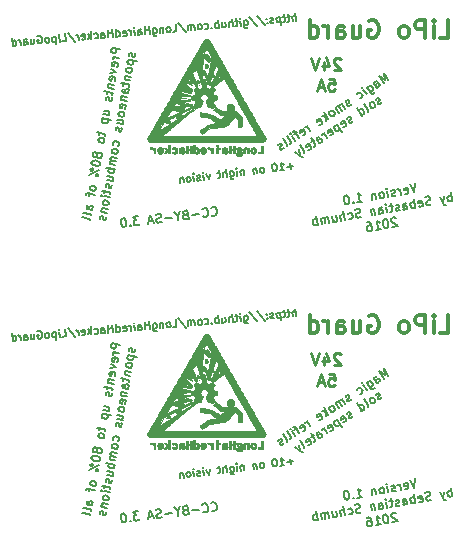
<source format=gbo>
%MOIN*%
%OFA0B0*%
%FSLAX46Y46*%
%IPPOS*%
%LPD*%
%ADD10C,0.0039370078740157488*%
%ADD11C,0.005905511811023622*%
%ADD12C,0.0063976377952755913*%
%ADD13C,0.00984251968503937*%
%ADD14C,0.011811023622047244*%
%ADD15C,0.00010000000000000002*%
%ADD26C,0.0039370078740157488*%
%ADD27C,0.005905511811023622*%
%ADD28C,0.0063976377952755913*%
%ADD29C,0.00984251968503937*%
%ADD30C,0.011811023622047244*%
%ADD31C,0.00010000000000000002*%
%LPD*%
G01G01*
D10*
D11*
X0000692937Y0000182122D02*
X0000694504Y0000180898D01*
X0000698863Y0000180016D01*
X0000701654Y0000180359D01*
X0000705669Y0000182269D01*
X0000708118Y0000185403D01*
X0000709170Y0000188365D01*
X0000709881Y0000194119D01*
X0000709367Y0000198306D01*
X0000707286Y0000203717D01*
X0000705547Y0000206337D01*
X0000702413Y0000208785D01*
X0000698055Y0000209667D01*
X0000695264Y0000209324D01*
X0000691249Y0000207414D01*
X0000690024Y0000205847D01*
X0000663630Y0000178524D02*
X0000665197Y0000177299D01*
X0000669555Y0000176418D01*
X0000672346Y0000176761D01*
X0000676362Y0000178670D01*
X0000678810Y0000181804D01*
X0000679863Y0000184767D01*
X0000680573Y0000190520D01*
X0000680059Y0000194707D01*
X0000677978Y0000200118D01*
X0000676240Y0000202738D01*
X0000673106Y0000205187D01*
X0000668748Y0000206068D01*
X0000665957Y0000205725D01*
X0000661941Y0000203816D01*
X0000660717Y0000202249D01*
X0000650041Y0000185355D02*
X0000627712Y0000182613D01*
X0000603473Y0000183887D02*
X0000599457Y0000181977D01*
X0000598233Y0000180410D01*
X0000597180Y0000177448D01*
X0000597694Y0000173261D01*
X0000599433Y0000170641D01*
X0000601000Y0000169417D01*
X0000603962Y0000168364D01*
X0000615127Y0000169735D01*
X0000611528Y0000199042D01*
X0000601759Y0000197843D01*
X0000599139Y0000196105D01*
X0000597915Y0000194538D01*
X0000596862Y0000191575D01*
X0000597205Y0000188784D01*
X0000598943Y0000186164D01*
X0000600510Y0000184940D01*
X0000603473Y0000183887D01*
X0000613242Y0000185086D01*
X0000578523Y0000179407D02*
X0000580237Y0000165451D01*
X0000586408Y0000195958D02*
X0000578523Y0000179407D01*
X0000566869Y0000193559D01*
X0000559328Y0000174217D02*
X0000536998Y0000171475D01*
X0000525638Y0000160164D02*
X0000521622Y0000158254D01*
X0000514644Y0000157397D01*
X0000511682Y0000158450D01*
X0000510115Y0000159674D01*
X0000508376Y0000162294D01*
X0000508034Y0000165085D01*
X0000509087Y0000168048D01*
X0000510311Y0000169615D01*
X0000512931Y0000171353D01*
X0000518342Y0000173434D01*
X0000520961Y0000175172D01*
X0000522186Y0000176739D01*
X0000523239Y0000179702D01*
X0000522896Y0000182493D01*
X0000521158Y0000185113D01*
X0000519591Y0000186337D01*
X0000516628Y0000187390D01*
X0000509650Y0000186533D01*
X0000505635Y0000184624D01*
X0000496869Y0000163715D02*
X0000482913Y0000162001D01*
X0000500688Y0000155684D02*
X0000487321Y0000183792D01*
X0000481150Y0000153285D01*
X0000448244Y0000178994D02*
X0000430101Y0000176766D01*
X0000441241Y0000166801D01*
X0000437055Y0000166287D01*
X0000434435Y0000164548D01*
X0000433210Y0000162981D01*
X0000432157Y0000160019D01*
X0000433014Y0000153041D01*
X0000434753Y0000150421D01*
X0000436320Y0000149197D01*
X0000439282Y0000148144D01*
X0000447656Y0000149172D01*
X0000450276Y0000150910D01*
X0000451500Y0000152477D01*
X0000420797Y0000148707D02*
X0000419572Y0000147141D01*
X0000421139Y0000145916D01*
X0000422364Y0000147483D01*
X0000420797Y0000148707D01*
X0000421139Y0000145916D01*
X0000398003Y0000172825D02*
X0000395211Y0000172482D01*
X0000392592Y0000170744D01*
X0000391367Y0000169177D01*
X0000390314Y0000166214D01*
X0000389604Y0000160461D01*
X0000390461Y0000153483D01*
X0000392542Y0000148071D01*
X0000394280Y0000145452D01*
X0000395847Y0000144227D01*
X0000398810Y0000143175D01*
X0000401601Y0000143517D01*
X0000404221Y0000145256D01*
X0000405445Y0000146823D01*
X0000406498Y0000149785D01*
X0000407208Y0000155539D01*
X0000406351Y0000162517D01*
X0000404270Y0000167928D01*
X0000402532Y0000170548D01*
X0000400965Y0000171772D01*
X0000398003Y0000172825D01*
D12*
X0000963907Y0000346550D02*
X0000944554Y0000344173D01*
X0000955418Y0000335685D02*
X0000953042Y0000355038D01*
X0000920342Y0000331379D02*
X0000934857Y0000333161D01*
X0000927600Y0000332270D02*
X0000924481Y0000357669D01*
X0000927345Y0000354338D01*
X0000930062Y0000352216D01*
X0000932629Y0000351303D01*
X0000901500Y0000354848D02*
X0000899081Y0000354551D01*
X0000896811Y0000353044D01*
X0000895750Y0000351686D01*
X0000894837Y0000349119D01*
X0000894222Y0000344132D01*
X0000894964Y0000338084D01*
X0000896768Y0000333395D01*
X0000898274Y0000331124D01*
X0000899632Y0000330063D01*
X0000902200Y0000329151D01*
X0000904619Y0000329448D01*
X0000906889Y0000330955D01*
X0000907950Y0000332313D01*
X0000908863Y0000334880D01*
X0000909478Y0000339867D01*
X0000908736Y0000345914D01*
X0000906932Y0000350604D01*
X0000905426Y0000352874D01*
X0000904068Y0000353935D01*
X0000901500Y0000354848D01*
X0000862286Y0000324250D02*
X0000864556Y0000325757D01*
X0000865617Y0000327115D01*
X0000866530Y0000329682D01*
X0000865639Y0000336939D01*
X0000864132Y0000339210D01*
X0000862774Y0000340271D01*
X0000860207Y0000341183D01*
X0000856578Y0000340738D01*
X0000854308Y0000339231D01*
X0000853247Y0000337873D01*
X0000852334Y0000335306D01*
X0000853225Y0000328049D01*
X0000854732Y0000325778D01*
X0000856090Y0000324717D01*
X0000858657Y0000323805D01*
X0000862286Y0000324250D01*
X0000840854Y0000338807D02*
X0000842934Y0000321874D01*
X0000841151Y0000336388D02*
X0000839793Y0000337449D01*
X0000837226Y0000338362D01*
X0000833597Y0000337916D01*
X0000831327Y0000336410D01*
X0000830414Y0000333842D01*
X0000832048Y0000320537D01*
X0000798521Y0000333609D02*
X0000800601Y0000316676D01*
X0000798818Y0000331190D02*
X0000797460Y0000332251D01*
X0000794893Y0000333164D01*
X0000791264Y0000332718D01*
X0000788994Y0000331212D01*
X0000788081Y0000328644D01*
X0000789715Y0000315340D01*
X0000777620Y0000313854D02*
X0000775541Y0000330788D01*
X0000774501Y0000339254D02*
X0000775859Y0000338193D01*
X0000774798Y0000336835D01*
X0000773440Y0000337896D01*
X0000774501Y0000339254D01*
X0000774798Y0000336835D01*
X0000752560Y0000327966D02*
X0000755085Y0000307404D01*
X0000756591Y0000305134D01*
X0000757949Y0000304073D01*
X0000760517Y0000303160D01*
X0000764145Y0000303606D01*
X0000766416Y0000305112D01*
X0000754491Y0000312242D02*
X0000757058Y0000311330D01*
X0000761896Y0000311924D01*
X0000764167Y0000313430D01*
X0000765228Y0000314788D01*
X0000766140Y0000317356D01*
X0000765249Y0000324613D01*
X0000763743Y0000326884D01*
X0000762385Y0000327945D01*
X0000759817Y0000328857D01*
X0000754979Y0000328263D01*
X0000752708Y0000326756D01*
X0000742544Y0000309548D02*
X0000739425Y0000334947D01*
X0000731658Y0000308211D02*
X0000730025Y0000321516D01*
X0000730937Y0000324083D01*
X0000733208Y0000325590D01*
X0000736836Y0000326035D01*
X0000739404Y0000325123D01*
X0000740762Y0000324062D01*
X0000721113Y0000324105D02*
X0000711436Y0000322917D01*
X0000716444Y0000332126D02*
X0000719118Y0000310355D01*
X0000718205Y0000307787D01*
X0000715935Y0000306280D01*
X0000713516Y0000305983D01*
X0000686037Y0000319798D02*
X0000682068Y0000302122D01*
X0000673941Y0000318313D01*
X0000666344Y0000300192D02*
X0000664265Y0000317125D01*
X0000663226Y0000325591D02*
X0000664584Y0000324530D01*
X0000663523Y0000323172D01*
X0000662165Y0000324233D01*
X0000663226Y0000325591D01*
X0000663523Y0000323172D01*
X0000655310Y0000300065D02*
X0000653040Y0000298558D01*
X0000648202Y0000297964D01*
X0000645634Y0000298876D01*
X0000644128Y0000301147D01*
X0000643979Y0000302356D01*
X0000644892Y0000304924D01*
X0000647162Y0000306431D01*
X0000650791Y0000306876D01*
X0000653061Y0000308383D01*
X0000653974Y0000310950D01*
X0000653825Y0000312160D01*
X0000652319Y0000314430D01*
X0000649751Y0000315343D01*
X0000646123Y0000314897D01*
X0000643852Y0000313391D01*
X0000633688Y0000296182D02*
X0000631608Y0000313115D01*
X0000630569Y0000321582D02*
X0000631927Y0000320521D01*
X0000630866Y0000319163D01*
X0000629508Y0000320224D01*
X0000630569Y0000321582D01*
X0000630866Y0000319163D01*
X0000617964Y0000294251D02*
X0000620234Y0000295758D01*
X0000621295Y0000297116D01*
X0000622208Y0000299683D01*
X0000621317Y0000306940D01*
X0000619810Y0000309211D01*
X0000618452Y0000310272D01*
X0000615885Y0000311184D01*
X0000612256Y0000310739D01*
X0000609986Y0000309232D01*
X0000608925Y0000307874D01*
X0000608012Y0000305307D01*
X0000608903Y0000298050D01*
X0000610410Y0000295779D01*
X0000611768Y0000294718D01*
X0000614335Y0000293806D01*
X0000617964Y0000294251D01*
X0000596533Y0000308808D02*
X0000598612Y0000291875D01*
X0000596830Y0000306389D02*
X0000595472Y0000307450D01*
X0000592904Y0000308363D01*
X0000589276Y0000307917D01*
X0000587005Y0000306411D01*
X0000586092Y0000303843D01*
X0000587726Y0000290538D01*
D11*
X0000973239Y0000829979D02*
X0000971009Y0000855472D01*
X0000962313Y0000829023D02*
X0000961145Y0000842376D01*
X0000962147Y0000844910D01*
X0000964468Y0000846337D01*
X0000968110Y0000846655D01*
X0000970644Y0000845654D01*
X0000971965Y0000844546D01*
X0000952329Y0000845275D02*
X0000942617Y0000844425D01*
X0000947943Y0000853454D02*
X0000949855Y0000831602D01*
X0000948854Y0000829068D01*
X0000946532Y0000827642D01*
X0000944104Y0000827430D01*
X0000937761Y0000844000D02*
X0000928050Y0000843151D01*
X0000933376Y0000852179D02*
X0000935288Y0000830328D01*
X0000934286Y0000827794D01*
X0000931964Y0000826367D01*
X0000929536Y0000826155D01*
X0000919552Y0000842407D02*
X0000921782Y0000816914D01*
X0000919658Y0000841193D02*
X0000917124Y0000842195D01*
X0000912268Y0000841770D01*
X0000909946Y0000840343D01*
X0000908839Y0000839023D01*
X0000907837Y0000836489D01*
X0000908474Y0000829205D01*
X0000909901Y0000826884D01*
X0000911221Y0000825776D01*
X0000913755Y0000824774D01*
X0000918611Y0000825199D01*
X0000920932Y0000826626D01*
X0000899081Y0000824714D02*
X0000896760Y0000823287D01*
X0000891904Y0000822863D01*
X0000889370Y0000823864D01*
X0000887943Y0000826186D01*
X0000887837Y0000827400D01*
X0000888838Y0000829934D01*
X0000891160Y0000831360D01*
X0000894802Y0000831679D01*
X0000897124Y0000833105D01*
X0000898125Y0000835639D01*
X0000898019Y0000836853D01*
X0000896593Y0000839175D01*
X0000894059Y0000840177D01*
X0000890417Y0000839858D01*
X0000888095Y0000838432D01*
X0000877124Y0000824016D02*
X0000876016Y0000822696D01*
X0000877336Y0000821588D01*
X0000878444Y0000822908D01*
X0000877124Y0000824016D01*
X0000877336Y0000821588D01*
X0000875955Y0000837370D02*
X0000874848Y0000836049D01*
X0000876168Y0000834942D01*
X0000877276Y0000836262D01*
X0000875955Y0000837370D01*
X0000876168Y0000834942D01*
X0000844651Y0000845640D02*
X0000869369Y0000814775D01*
X0000817943Y0000843304D02*
X0000842662Y0000812438D01*
X0000799370Y0000831892D02*
X0000801175Y0000811255D01*
X0000802602Y0000808933D01*
X0000803922Y0000807826D01*
X0000806456Y0000806824D01*
X0000810098Y0000807143D01*
X0000812420Y0000808569D01*
X0000800750Y0000816111D02*
X0000803285Y0000815109D01*
X0000808140Y0000815534D01*
X0000810462Y0000816961D01*
X0000811570Y0000818281D01*
X0000812571Y0000820815D01*
X0000811934Y0000828099D01*
X0000810508Y0000830420D01*
X0000809188Y0000831528D01*
X0000806653Y0000832530D01*
X0000801798Y0000832105D01*
X0000799476Y0000830679D01*
X0000788717Y0000813835D02*
X0000787230Y0000830830D01*
X0000786487Y0000839328D02*
X0000787807Y0000838220D01*
X0000786699Y0000836900D01*
X0000785379Y0000838008D01*
X0000786487Y0000839328D01*
X0000786699Y0000836900D01*
X0000778732Y0000830087D02*
X0000769021Y0000829237D01*
X0000774347Y0000838266D02*
X0000776259Y0000816415D01*
X0000775257Y0000813881D01*
X0000772936Y0000812454D01*
X0000770508Y0000812242D01*
X0000762010Y0000811498D02*
X0000759780Y0000836992D01*
X0000751084Y0000810542D02*
X0000749916Y0000823896D01*
X0000750917Y0000826430D01*
X0000753239Y0000827857D01*
X0000756881Y0000828175D01*
X0000759415Y0000827174D01*
X0000760735Y0000826066D01*
X0000726532Y0000825520D02*
X0000728019Y0000808525D01*
X0000737458Y0000826476D02*
X0000738626Y0000813122D01*
X0000737624Y0000810588D01*
X0000735303Y0000809162D01*
X0000731661Y0000808843D01*
X0000729127Y0000809845D01*
X0000727807Y0000810952D01*
X0000715879Y0000807462D02*
X0000713649Y0000832956D01*
X0000714499Y0000823244D02*
X0000711965Y0000824246D01*
X0000707109Y0000823821D01*
X0000704787Y0000822394D01*
X0000703679Y0000821074D01*
X0000702678Y0000818540D01*
X0000703315Y0000811256D01*
X0000704741Y0000808935D01*
X0000706062Y0000807827D01*
X0000708596Y0000806825D01*
X0000713451Y0000807250D01*
X0000715773Y0000808676D01*
X0000692602Y0000807872D02*
X0000691494Y0000806552D01*
X0000692814Y0000805445D01*
X0000693922Y0000806765D01*
X0000692602Y0000807872D01*
X0000692814Y0000805445D01*
X0000669643Y0000804641D02*
X0000672177Y0000803639D01*
X0000677033Y0000804064D01*
X0000679354Y0000805490D01*
X0000680462Y0000806810D01*
X0000681464Y0000809345D01*
X0000680826Y0000816628D01*
X0000679400Y0000818950D01*
X0000678080Y0000820058D01*
X0000675546Y0000821059D01*
X0000670690Y0000820634D01*
X0000668368Y0000819208D01*
X0000655181Y0000802152D02*
X0000657503Y0000803578D01*
X0000658611Y0000804899D01*
X0000659612Y0000807433D01*
X0000658975Y0000814717D01*
X0000657549Y0000817038D01*
X0000656229Y0000818146D01*
X0000653694Y0000819148D01*
X0000650053Y0000818829D01*
X0000647731Y0000817403D01*
X0000646623Y0000816082D01*
X0000645622Y0000813548D01*
X0000646259Y0000806264D01*
X0000647685Y0000803943D01*
X0000649005Y0000802835D01*
X0000651539Y0000801833D01*
X0000655181Y0000802152D01*
X0000635758Y0000800453D02*
X0000634271Y0000817448D01*
X0000634483Y0000815020D02*
X0000633163Y0000816128D01*
X0000630629Y0000817130D01*
X0000626987Y0000816811D01*
X0000624666Y0000815385D01*
X0000623664Y0000812850D01*
X0000624832Y0000799497D01*
X0000623664Y0000812850D02*
X0000622238Y0000815172D01*
X0000619704Y0000816174D01*
X0000616062Y0000815855D01*
X0000613740Y0000814429D01*
X0000612738Y0000811895D01*
X0000613907Y0000798541D01*
X0000581221Y0000822593D02*
X0000605940Y0000791728D01*
X0000562920Y0000794080D02*
X0000575060Y0000795142D01*
X0000572830Y0000820636D01*
X0000550781Y0000793018D02*
X0000553103Y0000794445D01*
X0000554210Y0000795765D01*
X0000555212Y0000798299D01*
X0000554575Y0000805583D01*
X0000553148Y0000807904D01*
X0000551828Y0000809012D01*
X0000549294Y0000810014D01*
X0000545652Y0000809695D01*
X0000543330Y0000808269D01*
X0000542223Y0000806949D01*
X0000541221Y0000804414D01*
X0000541858Y0000797131D01*
X0000543285Y0000794809D01*
X0000544605Y0000793701D01*
X0000547139Y0000792700D01*
X0000550781Y0000793018D01*
X0000529870Y0000808314D02*
X0000531357Y0000791319D01*
X0000530083Y0000805886D02*
X0000528763Y0000806994D01*
X0000526229Y0000807996D01*
X0000522587Y0000807677D01*
X0000520265Y0000806251D01*
X0000519263Y0000803717D01*
X0000520432Y0000790363D01*
X0000495880Y0000805341D02*
X0000497685Y0000784703D01*
X0000499112Y0000782381D01*
X0000500432Y0000781274D01*
X0000502966Y0000780272D01*
X0000506608Y0000780591D01*
X0000508929Y0000782017D01*
X0000497260Y0000789559D02*
X0000499794Y0000788557D01*
X0000504650Y0000788982D01*
X0000506972Y0000790409D01*
X0000508080Y0000791729D01*
X0000509081Y0000794263D01*
X0000508444Y0000801547D01*
X0000507018Y0000803868D01*
X0000505697Y0000804976D01*
X0000503163Y0000805978D01*
X0000498308Y0000805553D01*
X0000495986Y0000804127D01*
X0000485227Y0000787283D02*
X0000482997Y0000812776D01*
X0000484059Y0000800637D02*
X0000469491Y0000799362D01*
X0000470659Y0000786009D02*
X0000468429Y0000811502D01*
X0000447594Y0000783991D02*
X0000446426Y0000797344D01*
X0000447427Y0000799878D01*
X0000449749Y0000801305D01*
X0000454605Y0000801729D01*
X0000457139Y0000800728D01*
X0000447488Y0000785205D02*
X0000450022Y0000784203D01*
X0000456092Y0000784734D01*
X0000458414Y0000786160D01*
X0000459415Y0000788695D01*
X0000459203Y0000791122D01*
X0000457776Y0000793444D01*
X0000455242Y0000794446D01*
X0000449172Y0000793915D01*
X0000446638Y0000794916D01*
X0000435455Y0000782928D02*
X0000433968Y0000799924D01*
X0000433224Y0000808422D02*
X0000434544Y0000807314D01*
X0000433437Y0000805994D01*
X0000432116Y0000807101D01*
X0000433224Y0000808422D01*
X0000433437Y0000805994D01*
X0000423315Y0000781866D02*
X0000421828Y0000798862D01*
X0000422253Y0000794006D02*
X0000420827Y0000796328D01*
X0000419506Y0000797435D01*
X0000416972Y0000798437D01*
X0000414544Y0000798225D01*
X0000397716Y0000780850D02*
X0000400250Y0000779848D01*
X0000405106Y0000780273D01*
X0000407427Y0000781700D01*
X0000408429Y0000784234D01*
X0000407579Y0000793946D01*
X0000406153Y0000796267D01*
X0000403619Y0000797269D01*
X0000398763Y0000796844D01*
X0000396441Y0000795418D01*
X0000395440Y0000792883D01*
X0000395652Y0000790456D01*
X0000408004Y0000789090D01*
X0000374757Y0000777618D02*
X0000372526Y0000803111D01*
X0000374650Y0000778832D02*
X0000377184Y0000777830D01*
X0000382040Y0000778255D01*
X0000384362Y0000779682D01*
X0000385470Y0000781002D01*
X0000386471Y0000783536D01*
X0000385834Y0000790820D01*
X0000384408Y0000793142D01*
X0000383087Y0000794249D01*
X0000380553Y0000795251D01*
X0000375698Y0000794826D01*
X0000373376Y0000793400D01*
X0000362617Y0000776556D02*
X0000360387Y0000802049D01*
X0000361449Y0000789910D02*
X0000346881Y0000788635D01*
X0000348049Y0000775282D02*
X0000345819Y0000800775D01*
X0000324984Y0000773264D02*
X0000323816Y0000786617D01*
X0000324817Y0000789151D01*
X0000327139Y0000790578D01*
X0000331995Y0000791002D01*
X0000334529Y0000790001D01*
X0000324878Y0000774478D02*
X0000327412Y0000773476D01*
X0000333482Y0000774007D01*
X0000335804Y0000775433D01*
X0000336805Y0000777968D01*
X0000336593Y0000780395D01*
X0000335166Y0000782717D01*
X0000332632Y0000783719D01*
X0000326562Y0000783188D01*
X0000324028Y0000784189D01*
X0000301813Y0000772460D02*
X0000304347Y0000771458D01*
X0000309203Y0000771883D01*
X0000311524Y0000773309D01*
X0000312632Y0000774629D01*
X0000313634Y0000777164D01*
X0000312996Y0000784447D01*
X0000311570Y0000786769D01*
X0000310250Y0000787877D01*
X0000307716Y0000788878D01*
X0000302860Y0000788453D01*
X0000300538Y0000787027D01*
X0000290993Y0000770290D02*
X0000288763Y0000795783D01*
X0000287716Y0000779789D02*
X0000281282Y0000769440D01*
X0000279795Y0000786436D02*
X0000290356Y0000777574D01*
X0000260538Y0000768849D02*
X0000263072Y0000767847D01*
X0000267928Y0000768272D01*
X0000270250Y0000769698D01*
X0000271251Y0000772232D01*
X0000270402Y0000781944D01*
X0000268975Y0000784266D01*
X0000266441Y0000785267D01*
X0000261585Y0000784842D01*
X0000259264Y0000783416D01*
X0000258262Y0000780882D01*
X0000258475Y0000778454D01*
X0000270826Y0000777088D01*
X0000248505Y0000766572D02*
X0000247018Y0000783568D01*
X0000247443Y0000778712D02*
X0000246016Y0000781034D01*
X0000244696Y0000782142D01*
X0000242162Y0000783143D01*
X0000239734Y0000782931D01*
X0000212177Y0000790306D02*
X0000236896Y0000759441D01*
X0000193876Y0000761793D02*
X0000206016Y0000762855D01*
X0000203786Y0000788348D01*
X0000185379Y0000761050D02*
X0000183892Y0000778045D01*
X0000183148Y0000786543D02*
X0000184469Y0000785435D01*
X0000183361Y0000784115D01*
X0000182041Y0000785223D01*
X0000183148Y0000786543D01*
X0000183361Y0000784115D01*
X0000171752Y0000776983D02*
X0000173983Y0000751490D01*
X0000171858Y0000775769D02*
X0000169324Y0000776771D01*
X0000164469Y0000776346D01*
X0000162147Y0000774919D01*
X0000161039Y0000773599D01*
X0000160037Y0000771065D01*
X0000160675Y0000763781D01*
X0000162101Y0000761460D01*
X0000163421Y0000760352D01*
X0000165955Y0000759350D01*
X0000170811Y0000759775D01*
X0000173133Y0000761202D01*
X0000146532Y0000757651D02*
X0000148854Y0000759077D01*
X0000149961Y0000760398D01*
X0000150963Y0000762932D01*
X0000150326Y0000770215D01*
X0000148899Y0000772537D01*
X0000147579Y0000773645D01*
X0000145045Y0000774647D01*
X0000141403Y0000774328D01*
X0000139082Y0000772901D01*
X0000137974Y0000771581D01*
X0000136972Y0000769047D01*
X0000137609Y0000761763D01*
X0000139036Y0000759442D01*
X0000140356Y0000758334D01*
X0000142890Y0000757332D01*
X0000146532Y0000757651D01*
X0000111631Y0000779063D02*
X0000113953Y0000780489D01*
X0000117595Y0000780808D01*
X0000121343Y0000779912D01*
X0000123983Y0000777697D01*
X0000125409Y0000775375D01*
X0000127048Y0000770625D01*
X0000127367Y0000766984D01*
X0000126578Y0000762022D01*
X0000125576Y0000759487D01*
X0000123361Y0000756847D01*
X0000119825Y0000755314D01*
X0000117397Y0000755102D01*
X0000113649Y0000755997D01*
X0000112329Y0000757105D01*
X0000111585Y0000765603D01*
X0000116441Y0000766028D01*
X0000089203Y0000769761D02*
X0000090690Y0000752765D01*
X0000100129Y0000770717D02*
X0000101297Y0000757363D01*
X0000100295Y0000754829D01*
X0000097974Y0000753403D01*
X0000094332Y0000753084D01*
X0000091798Y0000754086D01*
X0000090477Y0000755193D01*
X0000067625Y0000750748D02*
X0000066456Y0000764101D01*
X0000067458Y0000766635D01*
X0000069780Y0000768062D01*
X0000074635Y0000768486D01*
X0000077170Y0000767485D01*
X0000067518Y0000751962D02*
X0000070053Y0000750960D01*
X0000076122Y0000751491D01*
X0000078444Y0000752917D01*
X0000079446Y0000755452D01*
X0000079233Y0000757879D01*
X0000077807Y0000760201D01*
X0000075273Y0000761203D01*
X0000069203Y0000760672D01*
X0000066669Y0000761673D01*
X0000055485Y0000749685D02*
X0000053998Y0000766681D01*
X0000054423Y0000761825D02*
X0000052997Y0000764147D01*
X0000051676Y0000765255D01*
X0000049142Y0000766256D01*
X0000046714Y0000766044D01*
X0000028778Y0000747349D02*
X0000026547Y0000772842D01*
X0000028672Y0000748563D02*
X0000031206Y0000747561D01*
X0000036062Y0000747986D01*
X0000038383Y0000749412D01*
X0000039491Y0000750733D01*
X0000040493Y0000753267D01*
X0000039855Y0000760551D01*
X0000038429Y0000762872D01*
X0000037109Y0000763980D01*
X0000034575Y0000764982D01*
X0000029719Y0000764557D01*
X0000027397Y0000763130D01*
D13*
X0001121869Y0000702455D02*
X0001119994Y0000704330D01*
X0001116244Y0000706205D01*
X0001106870Y0000706205D01*
X0001103121Y0000704330D01*
X0001101246Y0000702455D01*
X0001099371Y0000698706D01*
X0001099371Y0000694956D01*
X0001101246Y0000689332D01*
X0001123743Y0000666835D01*
X0001099371Y0000666835D01*
X0001065626Y0000693082D02*
X0001065626Y0000666835D01*
X0001075000Y0000708080D02*
X0001084373Y0000679958D01*
X0001060001Y0000679958D01*
X0001050627Y0000706205D02*
X0001037504Y0000666835D01*
X0001024381Y0000706205D01*
X0001082499Y0000637307D02*
X0001101246Y0000637307D01*
X0001103121Y0000618560D01*
X0001101246Y0000620434D01*
X0001097497Y0000622309D01*
X0001088123Y0000622309D01*
X0001084373Y0000620434D01*
X0001082499Y0000618560D01*
X0001080624Y0000614810D01*
X0001080624Y0000605436D01*
X0001082499Y0000601687D01*
X0001084373Y0000599812D01*
X0001088123Y0000597937D01*
X0001097497Y0000597937D01*
X0001101246Y0000599812D01*
X0001103121Y0000601687D01*
X0001065626Y0000609186D02*
X0001046878Y0000609186D01*
X0001069375Y0000597937D02*
X0001056252Y0000637307D01*
X0001043128Y0000597937D01*
D11*
X0000388368Y0000735409D02*
X0000359289Y0000740536D01*
X0000357336Y0000729459D01*
X0000358232Y0000726445D01*
X0000359373Y0000724816D01*
X0000361898Y0000722943D01*
X0000366052Y0000722211D01*
X0000369066Y0000723107D01*
X0000370695Y0000724247D01*
X0000372568Y0000726773D01*
X0000374521Y0000737850D01*
X0000383241Y0000706330D02*
X0000363855Y0000709748D01*
X0000369394Y0000708772D02*
X0000366380Y0000707875D01*
X0000364751Y0000706735D01*
X0000362878Y0000704209D01*
X0000362390Y0000701440D01*
X0000376729Y0000677495D02*
X0000378602Y0000680020D01*
X0000379578Y0000685559D01*
X0000378682Y0000688573D01*
X0000376157Y0000690446D01*
X0000365079Y0000692399D01*
X0000362065Y0000691503D01*
X0000360192Y0000688977D01*
X0000359216Y0000683439D01*
X0000360112Y0000680425D01*
X0000362637Y0000678552D01*
X0000365407Y0000678064D01*
X0000370618Y0000691422D01*
X0000356774Y0000669591D02*
X0000374939Y0000659250D01*
X0000354333Y0000655744D01*
X0000368427Y0000630415D02*
X0000370300Y0000632940D01*
X0000371277Y0000638479D01*
X0000370381Y0000641493D01*
X0000367855Y0000643366D01*
X0000356778Y0000645319D01*
X0000353764Y0000644422D01*
X0000351891Y0000641897D01*
X0000350914Y0000636358D01*
X0000351811Y0000633345D01*
X0000354336Y0000631472D01*
X0000357105Y0000630983D01*
X0000362316Y0000644342D01*
X0000347984Y0000619742D02*
X0000367370Y0000616324D01*
X0000350754Y0000619253D02*
X0000349125Y0000618113D01*
X0000347252Y0000615588D01*
X0000346519Y0000611433D01*
X0000347416Y0000608420D01*
X0000349941Y0000606547D01*
X0000365173Y0000603861D01*
X0000344078Y0000597586D02*
X0000342125Y0000586509D01*
X0000333652Y0000595141D02*
X0000358577Y0000590747D01*
X0000361102Y0000588873D01*
X0000361999Y0000585860D01*
X0000361510Y0000583090D01*
X0000358661Y0000575026D02*
X0000359557Y0000572013D01*
X0000358580Y0000566474D01*
X0000356707Y0000563949D01*
X0000353694Y0000563052D01*
X0000352309Y0000563296D01*
X0000349784Y0000565169D01*
X0000348888Y0000568183D01*
X0000349620Y0000572337D01*
X0000348724Y0000575351D01*
X0000346198Y0000577224D01*
X0000344814Y0000577468D01*
X0000341800Y0000576572D01*
X0000339927Y0000574046D01*
X0000339195Y0000569892D01*
X0000340091Y0000566879D01*
X0000330161Y0000518658D02*
X0000349547Y0000515240D01*
X0000332358Y0000531120D02*
X0000347590Y0000528434D01*
X0000350115Y0000526561D01*
X0000351012Y0000523548D01*
X0000350279Y0000519394D01*
X0000348406Y0000516868D01*
X0000346777Y0000515728D01*
X0000327719Y0000504811D02*
X0000356798Y0000499683D01*
X0000329104Y0000504566D02*
X0000327231Y0000502041D01*
X0000326254Y0000496502D01*
X0000327150Y0000493489D01*
X0000328291Y0000491860D01*
X0000330816Y0000489987D01*
X0000339124Y0000488522D01*
X0000342138Y0000489418D01*
X0000343767Y0000490559D01*
X0000345640Y0000493084D01*
X0000346617Y0000498623D01*
X0000345720Y0000501637D01*
X0000319906Y0000460500D02*
X0000317952Y0000449422D01*
X0000309480Y0000458055D02*
X0000334405Y0000453660D01*
X0000336930Y0000451787D01*
X0000337827Y0000448773D01*
X0000337338Y0000446004D01*
X0000334897Y0000432157D02*
X0000334000Y0000435170D01*
X0000332860Y0000436799D01*
X0000330335Y0000438672D01*
X0000322026Y0000440137D01*
X0000319013Y0000439241D01*
X0000317384Y0000438100D01*
X0000315511Y0000435575D01*
X0000314778Y0000431421D01*
X0000315675Y0000428407D01*
X0000316815Y0000426778D01*
X0000319341Y0000424905D01*
X0000327649Y0000423440D01*
X0000330662Y0000424337D01*
X0000332291Y0000425477D01*
X0000334164Y0000428003D01*
X0000334897Y0000432157D01*
X0000309735Y0000386622D02*
X0000308838Y0000389635D01*
X0000307698Y0000391264D01*
X0000305172Y0000393137D01*
X0000303788Y0000393381D01*
X0000300774Y0000392485D01*
X0000299145Y0000391344D01*
X0000297272Y0000388819D01*
X0000296295Y0000383280D01*
X0000297192Y0000380267D01*
X0000298332Y0000378638D01*
X0000300858Y0000376765D01*
X0000302242Y0000376521D01*
X0000305256Y0000377417D01*
X0000306885Y0000378558D01*
X0000308758Y0000381083D01*
X0000309735Y0000386622D01*
X0000311608Y0000389147D01*
X0000313236Y0000390288D01*
X0000316250Y0000391184D01*
X0000321789Y0000390207D01*
X0000324314Y0000388334D01*
X0000325455Y0000386705D01*
X0000326351Y0000383692D01*
X0000325374Y0000378153D01*
X0000323501Y0000375628D01*
X0000321873Y0000374487D01*
X0000318859Y0000373591D01*
X0000313320Y0000374567D01*
X0000310795Y0000376440D01*
X0000309654Y0000378069D01*
X0000308758Y0000381083D01*
X0000292145Y0000359740D02*
X0000291656Y0000356971D01*
X0000292553Y0000353957D01*
X0000293693Y0000352328D01*
X0000296219Y0000350455D01*
X0000301513Y0000348094D01*
X0000308437Y0000346873D01*
X0000314220Y0000347281D01*
X0000317233Y0000348178D01*
X0000318862Y0000349318D01*
X0000320735Y0000351843D01*
X0000321224Y0000354613D01*
X0000320327Y0000357626D01*
X0000319187Y0000359255D01*
X0000316662Y0000361128D01*
X0000311367Y0000363490D01*
X0000304443Y0000364711D01*
X0000298660Y0000364302D01*
X0000295647Y0000363406D01*
X0000294018Y0000362265D01*
X0000292145Y0000359740D01*
X0000317561Y0000333842D02*
X0000284576Y0000316814D01*
X0000287750Y0000334815D02*
X0000288646Y0000331802D01*
X0000291171Y0000329929D01*
X0000294185Y0000330825D01*
X0000296058Y0000333350D01*
X0000295162Y0000336364D01*
X0000292636Y0000338237D01*
X0000289623Y0000337341D01*
X0000287750Y0000334815D01*
X0000312514Y0000313316D02*
X0000309500Y0000312419D01*
X0000306975Y0000314292D01*
X0000306079Y0000317306D01*
X0000307952Y0000319831D01*
X0000310966Y0000320727D01*
X0000313491Y0000318854D01*
X0000314387Y0000315841D01*
X0000312514Y0000313316D01*
X0000306818Y0000272915D02*
X0000305922Y0000275928D01*
X0000304781Y0000277557D01*
X0000302256Y0000279430D01*
X0000293948Y0000280895D01*
X0000290934Y0000279999D01*
X0000289305Y0000278858D01*
X0000287432Y0000276333D01*
X0000286700Y0000272179D01*
X0000287596Y0000269165D01*
X0000288737Y0000267536D01*
X0000291262Y0000265663D01*
X0000299570Y0000264198D01*
X0000302584Y0000265095D01*
X0000304213Y0000266235D01*
X0000306086Y0000268761D01*
X0000306818Y0000272915D01*
X0000284258Y0000258332D02*
X0000282305Y0000247254D01*
X0000302912Y0000250759D02*
X0000277987Y0000255154D01*
X0000274973Y0000254258D01*
X0000273100Y0000251733D01*
X0000272612Y0000248963D01*
X0000293878Y0000199525D02*
X0000278646Y0000202211D01*
X0000276120Y0000204084D01*
X0000275224Y0000207097D01*
X0000276201Y0000212636D01*
X0000278074Y0000215162D01*
X0000292493Y0000199769D02*
X0000294366Y0000202294D01*
X0000295587Y0000209218D01*
X0000294690Y0000212232D01*
X0000292165Y0000214105D01*
X0000289396Y0000214593D01*
X0000286382Y0000213697D01*
X0000284509Y0000211171D01*
X0000283288Y0000204248D01*
X0000281415Y0000201722D01*
X0000290703Y0000181524D02*
X0000289807Y0000184537D01*
X0000287282Y0000186410D01*
X0000262357Y0000190805D01*
X0000288018Y0000166292D02*
X0000287121Y0000169305D01*
X0000284596Y0000171179D01*
X0000259671Y0000175573D01*
X0000435563Y0000722090D02*
X0000436460Y0000719076D01*
X0000435483Y0000713537D01*
X0000433610Y0000711012D01*
X0000430596Y0000710116D01*
X0000429212Y0000710360D01*
X0000426686Y0000712233D01*
X0000425790Y0000715247D01*
X0000426523Y0000719401D01*
X0000425626Y0000722414D01*
X0000423101Y0000724287D01*
X0000421716Y0000724532D01*
X0000418703Y0000723635D01*
X0000416830Y0000721110D01*
X0000416097Y0000716956D01*
X0000416993Y0000713942D01*
X0000413167Y0000700339D02*
X0000442246Y0000695212D01*
X0000414552Y0000700095D02*
X0000412679Y0000697570D01*
X0000411702Y0000692031D01*
X0000412599Y0000689017D01*
X0000413739Y0000687388D01*
X0000416264Y0000685515D01*
X0000424573Y0000684050D01*
X0000427586Y0000684947D01*
X0000429215Y0000686087D01*
X0000431088Y0000688613D01*
X0000432065Y0000694151D01*
X0000431168Y0000697165D01*
X0000427182Y0000666457D02*
X0000426285Y0000669471D01*
X0000425145Y0000671100D01*
X0000422619Y0000672973D01*
X0000414311Y0000674438D01*
X0000411297Y0000673541D01*
X0000409669Y0000672401D01*
X0000407796Y0000669875D01*
X0000407063Y0000665721D01*
X0000407959Y0000662708D01*
X0000409100Y0000661079D01*
X0000411625Y0000659206D01*
X0000419934Y0000657741D01*
X0000422947Y0000658637D01*
X0000424576Y0000659778D01*
X0000426449Y0000662303D01*
X0000427182Y0000666457D01*
X0000403889Y0000647720D02*
X0000423275Y0000644302D01*
X0000406658Y0000647232D02*
X0000405029Y0000646091D01*
X0000403156Y0000643566D01*
X0000402424Y0000639412D01*
X0000403320Y0000636398D01*
X0000405846Y0000634525D01*
X0000421077Y0000631839D01*
X0000399982Y0000625565D02*
X0000398029Y0000614487D01*
X0000389557Y0000623120D02*
X0000414482Y0000618725D01*
X0000417007Y0000616852D01*
X0000417903Y0000613838D01*
X0000417415Y0000611069D01*
X0000413508Y0000588913D02*
X0000398277Y0000591599D01*
X0000395751Y0000593472D01*
X0000394855Y0000596486D01*
X0000395832Y0000602025D01*
X0000397705Y0000604550D01*
X0000412124Y0000589157D02*
X0000413997Y0000591683D01*
X0000415218Y0000598606D01*
X0000414321Y0000601620D01*
X0000411796Y0000603493D01*
X0000409026Y0000603981D01*
X0000406013Y0000603085D01*
X0000404140Y0000600560D01*
X0000402919Y0000593636D01*
X0000401046Y0000591111D01*
X0000391681Y0000578485D02*
X0000411067Y0000575066D01*
X0000394450Y0000577996D02*
X0000392821Y0000576856D01*
X0000390948Y0000574330D01*
X0000390216Y0000570176D01*
X0000391112Y0000567163D01*
X0000393637Y0000565290D01*
X0000408869Y0000562604D01*
X0000403090Y0000537923D02*
X0000404963Y0000540448D01*
X0000405939Y0000545987D01*
X0000405043Y0000549001D01*
X0000402518Y0000550874D01*
X0000391440Y0000552827D01*
X0000388426Y0000551931D01*
X0000386553Y0000549406D01*
X0000385577Y0000543867D01*
X0000386473Y0000540853D01*
X0000388998Y0000538980D01*
X0000391768Y0000538492D01*
X0000396979Y0000551851D01*
X0000401300Y0000519678D02*
X0000400404Y0000522691D01*
X0000399263Y0000524320D01*
X0000396738Y0000526193D01*
X0000388430Y0000527658D01*
X0000385416Y0000526762D01*
X0000383787Y0000525621D01*
X0000381914Y0000523096D01*
X0000381182Y0000518942D01*
X0000382078Y0000515928D01*
X0000383219Y0000514299D01*
X0000385744Y0000512426D01*
X0000394052Y0000510961D01*
X0000397066Y0000511858D01*
X0000398695Y0000512998D01*
X0000400568Y0000515524D01*
X0000401300Y0000519678D01*
X0000375810Y0000488478D02*
X0000395196Y0000485060D01*
X0000378008Y0000500941D02*
X0000393240Y0000498255D01*
X0000395765Y0000496382D01*
X0000396661Y0000493368D01*
X0000395929Y0000489214D01*
X0000394056Y0000486689D01*
X0000392427Y0000485548D01*
X0000391614Y0000472842D02*
X0000392510Y0000469828D01*
X0000391534Y0000464289D01*
X0000389661Y0000461764D01*
X0000386647Y0000460868D01*
X0000385263Y0000461112D01*
X0000382737Y0000462985D01*
X0000381841Y0000465998D01*
X0000382573Y0000470152D01*
X0000381677Y0000473166D01*
X0000379152Y0000475039D01*
X0000377767Y0000475283D01*
X0000374753Y0000474387D01*
X0000372880Y0000471862D01*
X0000372148Y0000467708D01*
X0000373044Y0000464694D01*
X0000381115Y0000413299D02*
X0000382988Y0000415824D01*
X0000383965Y0000421363D01*
X0000383068Y0000424377D01*
X0000381928Y0000426006D01*
X0000379403Y0000427879D01*
X0000371094Y0000429344D01*
X0000368081Y0000428447D01*
X0000366452Y0000427307D01*
X0000364579Y0000424781D01*
X0000363602Y0000419243D01*
X0000364499Y0000416229D01*
X0000379570Y0000396438D02*
X0000378673Y0000399452D01*
X0000377533Y0000401081D01*
X0000375008Y0000402954D01*
X0000366699Y0000404419D01*
X0000363686Y0000403522D01*
X0000362057Y0000402382D01*
X0000360184Y0000399857D01*
X0000359451Y0000395702D01*
X0000360348Y0000392689D01*
X0000361488Y0000391060D01*
X0000364014Y0000389187D01*
X0000372322Y0000387722D01*
X0000375335Y0000388618D01*
X0000376964Y0000389759D01*
X0000378837Y0000392284D01*
X0000379570Y0000396438D01*
X0000375663Y0000374283D02*
X0000356277Y0000377701D01*
X0000359047Y0000377213D02*
X0000357418Y0000376072D01*
X0000355545Y0000373547D01*
X0000354812Y0000369393D01*
X0000355709Y0000366379D01*
X0000358234Y0000364506D01*
X0000373466Y0000361820D01*
X0000358234Y0000364506D02*
X0000355220Y0000363610D01*
X0000353347Y0000361085D01*
X0000352615Y0000356930D01*
X0000353511Y0000353917D01*
X0000356037Y0000352044D01*
X0000371268Y0000349358D01*
X0000368827Y0000335511D02*
X0000339748Y0000340638D01*
X0000350825Y0000338685D02*
X0000348952Y0000336160D01*
X0000347976Y0000330621D01*
X0000348872Y0000327607D01*
X0000350013Y0000325978D01*
X0000352538Y0000324105D01*
X0000360846Y0000322640D01*
X0000363860Y0000323537D01*
X0000365489Y0000324677D01*
X0000367362Y0000327203D01*
X0000368338Y0000332742D01*
X0000367442Y0000335755D01*
X0000342604Y0000300157D02*
X0000361990Y0000296739D01*
X0000344802Y0000312620D02*
X0000360034Y0000309934D01*
X0000362559Y0000308061D01*
X0000363455Y0000305047D01*
X0000362723Y0000300893D01*
X0000360850Y0000298368D01*
X0000359221Y0000297227D01*
X0000358408Y0000284521D02*
X0000359304Y0000281507D01*
X0000358328Y0000275968D01*
X0000356455Y0000273443D01*
X0000353441Y0000272547D01*
X0000352056Y0000272791D01*
X0000349531Y0000274664D01*
X0000348635Y0000277677D01*
X0000349367Y0000281832D01*
X0000348471Y0000284845D01*
X0000345946Y0000286718D01*
X0000344561Y0000286962D01*
X0000341547Y0000286066D01*
X0000339674Y0000283541D01*
X0000338942Y0000279387D01*
X0000339838Y0000276373D01*
X0000336744Y0000266924D02*
X0000334791Y0000255847D01*
X0000326319Y0000264479D02*
X0000351244Y0000260084D01*
X0000353769Y0000258211D01*
X0000354665Y0000255198D01*
X0000354177Y0000252428D01*
X0000352468Y0000242735D02*
X0000333082Y0000246154D01*
X0000323389Y0000247863D02*
X0000325018Y0000249003D01*
X0000326158Y0000247374D01*
X0000324529Y0000246234D01*
X0000323389Y0000247863D01*
X0000326158Y0000247374D01*
X0000349294Y0000224734D02*
X0000348397Y0000227748D01*
X0000347257Y0000229376D01*
X0000344732Y0000231250D01*
X0000336423Y0000232714D01*
X0000333410Y0000231818D01*
X0000331781Y0000230678D01*
X0000329908Y0000228152D01*
X0000329175Y0000223998D01*
X0000330072Y0000220985D01*
X0000331212Y0000219356D01*
X0000333737Y0000217483D01*
X0000342046Y0000216018D01*
X0000345059Y0000216914D01*
X0000346688Y0000218055D01*
X0000348561Y0000220580D01*
X0000349294Y0000224734D01*
X0000326001Y0000205997D02*
X0000345387Y0000202579D01*
X0000328771Y0000205509D02*
X0000327142Y0000204368D01*
X0000325269Y0000201843D01*
X0000324536Y0000197689D01*
X0000325433Y0000194675D01*
X0000327958Y0000192802D01*
X0000343190Y0000190116D01*
X0000339608Y0000177898D02*
X0000340504Y0000174884D01*
X0000339527Y0000169345D01*
X0000337654Y0000166820D01*
X0000334641Y0000165924D01*
X0000333256Y0000166168D01*
X0000330731Y0000168041D01*
X0000329834Y0000171055D01*
X0000330567Y0000175209D01*
X0000329670Y0000178222D01*
X0000327145Y0000180095D01*
X0000325760Y0000180340D01*
X0000322747Y0000179443D01*
X0000320874Y0000176918D01*
X0000320141Y0000172764D01*
X0000321038Y0000169750D01*
X0001281693Y0000632188D02*
X0001265611Y0000656952D01*
X0001268843Y0000633903D01*
X0001249102Y0000646231D01*
X0001265183Y0000621467D01*
X0001242778Y0000606917D02*
X0001234354Y0000619889D01*
X0001234002Y0000623013D01*
X0001235595Y0000625724D01*
X0001240311Y0000628787D01*
X0001243436Y0000629139D01*
X0001242012Y0000608096D02*
X0001245136Y0000608449D01*
X0001251033Y0000612278D01*
X0001252625Y0000614988D01*
X0001252273Y0000618113D01*
X0001250741Y0000620471D01*
X0001248030Y0000622064D01*
X0001244906Y0000621711D01*
X0001239010Y0000617882D01*
X0001235886Y0000617530D01*
X0001209651Y0000608876D02*
X0001222670Y0000588829D01*
X0001225381Y0000587236D01*
X0001227326Y0000586823D01*
X0001230450Y0000587175D01*
X0001233988Y0000589473D01*
X0001235581Y0000592184D01*
X0001219607Y0000593546D02*
X0001222731Y0000593898D01*
X0001227448Y0000596962D01*
X0001229041Y0000599672D01*
X0001229454Y0000601617D01*
X0001229102Y0000604742D01*
X0001224507Y0000611817D01*
X0001221796Y0000613410D01*
X0001219851Y0000613823D01*
X0001216727Y0000613471D01*
X0001212010Y0000610408D01*
X0001210417Y0000607697D01*
X0001208580Y0000584709D02*
X0001197859Y0000601218D01*
X0001192498Y0000609473D02*
X0001194443Y0000609059D01*
X0001194030Y0000607114D01*
X0001192085Y0000607528D01*
X0001192498Y0000609473D01*
X0001194030Y0000607114D01*
X0001185409Y0000571338D02*
X0001188533Y0000571690D01*
X0001193250Y0000574753D01*
X0001194843Y0000577464D01*
X0001195256Y0000579409D01*
X0001194904Y0000582533D01*
X0001190309Y0000589609D01*
X0001187598Y0000591202D01*
X0001185653Y0000591615D01*
X0001182529Y0000591262D01*
X0001177812Y0000588199D01*
X0001176219Y0000585488D01*
X0001157107Y0000552958D02*
X0001155515Y0000550248D01*
X0001150798Y0000547184D01*
X0001147674Y0000546832D01*
X0001144963Y0000548425D01*
X0001144197Y0000549604D01*
X0001143845Y0000552728D01*
X0001145437Y0000555439D01*
X0001148975Y0000557736D01*
X0001150568Y0000560447D01*
X0001150215Y0000563572D01*
X0001149449Y0000564751D01*
X0001146739Y0000566343D01*
X0001143614Y0000565991D01*
X0001140077Y0000563694D01*
X0001138484Y0000560983D01*
X0001136647Y0000537995D02*
X0001125926Y0000554504D01*
X0001127457Y0000552146D02*
X0001125512Y0000552559D01*
X0001122388Y0000552207D01*
X0001118850Y0000549909D01*
X0001117258Y0000547198D01*
X0001117610Y0000544074D01*
X0001126034Y0000531102D01*
X0001117610Y0000544074D02*
X0001114899Y0000545667D01*
X0001111775Y0000545314D01*
X0001108237Y0000543017D01*
X0001106645Y0000540306D01*
X0001106997Y0000537182D01*
X0001115421Y0000524210D01*
X0001100091Y0000514255D02*
X0001101683Y0000516966D01*
X0001102097Y0000518911D01*
X0001101745Y0000522035D01*
X0001097150Y0000529110D01*
X0001094439Y0000530703D01*
X0001092494Y0000531116D01*
X0001089370Y0000530764D01*
X0001085832Y0000528467D01*
X0001084239Y0000525756D01*
X0001083826Y0000523811D01*
X0001084178Y0000520687D01*
X0001088773Y0000513611D01*
X0001091484Y0000512019D01*
X0001093429Y0000511605D01*
X0001096553Y0000511957D01*
X0001100091Y0000514255D01*
X0001081223Y0000502002D02*
X0001065141Y0000526766D01*
X0001072738Y0000509904D02*
X0001071789Y0000495876D01*
X0001061068Y0000512385D02*
X0001076628Y0000509077D01*
X0001050976Y0000484036D02*
X0001054101Y0000484389D01*
X0001058818Y0000487452D01*
X0001060410Y0000490163D01*
X0001060058Y0000493287D01*
X0001053932Y0000502721D01*
X0001051221Y0000504313D01*
X0001048096Y0000503961D01*
X0001043380Y0000500898D01*
X0001041787Y0000498187D01*
X0001042139Y0000495063D01*
X0001043671Y0000492704D01*
X0001056995Y0000498004D01*
X0001021082Y0000462946D02*
X0001010361Y0000479455D01*
X0001013424Y0000474738D02*
X0001010713Y0000476331D01*
X0001008768Y0000476744D01*
X0001005644Y0000476392D01*
X0001003286Y0000474860D01*
X0000995552Y0000448043D02*
X0000998677Y0000448396D01*
X0001003394Y0000451459D01*
X0001004986Y0000454170D01*
X0001004634Y0000457294D01*
X0000998508Y0000466728D01*
X0000995797Y0000468321D01*
X0000992672Y0000467968D01*
X0000987956Y0000464905D01*
X0000986363Y0000462194D01*
X0000986715Y0000459070D01*
X0000988247Y0000456711D01*
X0001001571Y0000462011D01*
X0000977342Y0000458013D02*
X0000967909Y0000451886D01*
X0000984526Y0000439206D02*
X0000970742Y0000460432D01*
X0000968031Y0000462025D01*
X0000964906Y0000461673D01*
X0000962548Y0000460141D01*
X0000970375Y0000430017D02*
X0000959654Y0000446526D01*
X0000954293Y0000454780D02*
X0000956238Y0000454367D01*
X0000955825Y0000452422D01*
X0000953880Y0000452835D01*
X0000954293Y0000454780D01*
X0000955825Y0000452422D01*
X0000955045Y0000420061D02*
X0000956638Y0000422772D01*
X0000956285Y0000425896D01*
X0000942501Y0000447122D01*
X0000942074Y0000411637D02*
X0000943666Y0000414348D01*
X0000943314Y0000417472D01*
X0000929530Y0000438699D01*
X0000933053Y0000407456D02*
X0000931461Y0000404745D01*
X0000926744Y0000401682D01*
X0000923619Y0000401329D01*
X0000920908Y0000402922D01*
X0000920143Y0000404101D01*
X0000919790Y0000407226D01*
X0000921383Y0000409936D01*
X0000924921Y0000412234D01*
X0000926513Y0000414945D01*
X0000926161Y0000418069D01*
X0000925395Y0000419248D01*
X0000922684Y0000420841D01*
X0000919560Y0000420488D01*
X0000916022Y0000418191D01*
X0000914430Y0000415480D01*
X0001258738Y0000559105D02*
X0001257146Y0000556395D01*
X0001252429Y0000553331D01*
X0001249304Y0000552979D01*
X0001246594Y0000554572D01*
X0001245828Y0000555751D01*
X0001245475Y0000558875D01*
X0001247068Y0000561586D01*
X0001250606Y0000563883D01*
X0001252198Y0000566594D01*
X0001251846Y0000569718D01*
X0001251080Y0000570898D01*
X0001248369Y0000572490D01*
X0001245245Y0000572138D01*
X0001241707Y0000569841D01*
X0001240115Y0000567130D01*
X0001234740Y0000541844D02*
X0001236333Y0000544555D01*
X0001236746Y0000546500D01*
X0001236394Y0000549624D01*
X0001231799Y0000556700D01*
X0001229088Y0000558292D01*
X0001227143Y0000558706D01*
X0001224019Y0000558354D01*
X0001220481Y0000556056D01*
X0001218889Y0000553345D01*
X0001218475Y0000551400D01*
X0001218828Y0000548276D01*
X0001223422Y0000541201D01*
X0001226133Y0000539608D01*
X0001228078Y0000539195D01*
X0001231202Y0000539547D01*
X0001234740Y0000541844D01*
X0001212335Y0000527294D02*
X0001213927Y0000530005D01*
X0001213575Y0000533129D01*
X0001199791Y0000554355D01*
X0001192288Y0000514275D02*
X0001176206Y0000539039D01*
X0001191522Y0000515455D02*
X0001194646Y0000515807D01*
X0001199363Y0000518870D01*
X0001200956Y0000521581D01*
X0001201369Y0000523526D01*
X0001201017Y0000526650D01*
X0001196422Y0000533726D01*
X0001193711Y0000535318D01*
X0001191766Y0000535732D01*
X0001188642Y0000535379D01*
X0001183925Y0000532316D01*
X0001182332Y0000529605D01*
X0001162041Y0000496310D02*
X0001160448Y0000493599D01*
X0001155732Y0000490535D01*
X0001152607Y0000490183D01*
X0001149896Y0000491776D01*
X0001149131Y0000492955D01*
X0001148778Y0000496079D01*
X0001150371Y0000498790D01*
X0001153909Y0000501088D01*
X0001155501Y0000503798D01*
X0001155149Y0000506923D01*
X0001154383Y0000508102D01*
X0001151672Y0000509695D01*
X0001148548Y0000509342D01*
X0001145010Y0000507045D01*
X0001143418Y0000504334D01*
X0001131381Y0000476399D02*
X0001134505Y0000476751D01*
X0001139222Y0000479814D01*
X0001140815Y0000482525D01*
X0001140463Y0000485649D01*
X0001134336Y0000495083D01*
X0001131625Y0000496676D01*
X0001128501Y0000496323D01*
X0001123784Y0000493260D01*
X0001122191Y0000490549D01*
X0001122544Y0000487425D01*
X0001124075Y0000485067D01*
X0001137399Y0000490366D01*
X0001109633Y0000484071D02*
X0001125715Y0000459307D01*
X0001110399Y0000482891D02*
X0001107275Y0000482539D01*
X0001102558Y0000479476D01*
X0001100965Y0000476765D01*
X0001100552Y0000474820D01*
X0001100904Y0000471696D01*
X0001105499Y0000464620D01*
X0001108210Y0000463028D01*
X0001110155Y0000462614D01*
X0001113279Y0000462967D01*
X0001117996Y0000466030D01*
X0001119589Y0000468741D01*
X0001087750Y0000448064D02*
X0001090874Y0000448416D01*
X0001095591Y0000451480D01*
X0001097183Y0000454190D01*
X0001096831Y0000457315D01*
X0001090705Y0000466748D01*
X0001087994Y0000468341D01*
X0001084870Y0000467989D01*
X0001080153Y0000464926D01*
X0001078560Y0000462215D01*
X0001078912Y0000459090D01*
X0001080444Y0000456732D01*
X0001093768Y0000462032D01*
X0001076723Y0000439227D02*
X0001066002Y0000455736D01*
X0001069065Y0000451019D02*
X0001066354Y0000452612D01*
X0001064409Y0000453025D01*
X0001061285Y0000452673D01*
X0001058926Y0000451141D01*
X0001050780Y0000422379D02*
X0001042356Y0000435351D01*
X0001042004Y0000438475D01*
X0001043596Y0000441186D01*
X0001048313Y0000444249D01*
X0001051437Y0000444601D01*
X0001050014Y0000423558D02*
X0001053138Y0000423911D01*
X0001059034Y0000427740D01*
X0001060627Y0000430451D01*
X0001060275Y0000433575D01*
X0001058743Y0000435933D01*
X0001056032Y0000437526D01*
X0001052908Y0000437173D01*
X0001047012Y0000433345D01*
X0001043888Y0000432992D01*
X0001031804Y0000433528D02*
X0001022370Y0000427401D01*
X0001022906Y0000439485D02*
X0001036690Y0000418259D01*
X0001037042Y0000415134D01*
X0001035450Y0000412424D01*
X0001033091Y0000410892D01*
X0001014637Y0000400584D02*
X0001017761Y0000400937D01*
X0001022478Y0000404000D01*
X0001024071Y0000406711D01*
X0001023719Y0000409835D01*
X0001017592Y0000419269D01*
X0001014881Y0000420861D01*
X0001011757Y0000420509D01*
X0001007040Y0000417446D01*
X0001005447Y0000414735D01*
X0001005800Y0000411611D01*
X0001007331Y0000409252D01*
X0001020655Y0000414552D01*
X0001000073Y0000389450D02*
X0001001666Y0000392160D01*
X0001001313Y0000395285D01*
X0000987529Y0000416511D01*
X0000982276Y0000401364D02*
X0000987101Y0000381026D01*
X0000970484Y0000393706D02*
X0000987101Y0000381026D01*
X0000993289Y0000376661D01*
X0000995234Y0000376248D01*
X0000998358Y0000376600D01*
X0001371407Y0000288994D02*
X0001366842Y0000258206D01*
X0001352022Y0000285576D01*
X0001336134Y0000254219D02*
X0001339148Y0000253323D01*
X0001344686Y0000254300D01*
X0001347212Y0000256173D01*
X0001348108Y0000259186D01*
X0001346155Y0000270264D01*
X0001344282Y0000272789D01*
X0001341268Y0000273686D01*
X0001335729Y0000272709D01*
X0001333204Y0000270836D01*
X0001332308Y0000267822D01*
X0001332796Y0000265053D01*
X0001347131Y0000264725D01*
X0001322531Y0000250393D02*
X0001319113Y0000269779D01*
X0001320089Y0000264240D02*
X0001318216Y0000266765D01*
X0001316588Y0000267906D01*
X0001313574Y0000268802D01*
X0001310805Y0000268314D01*
X0001305670Y0000248848D02*
X0001303145Y0000246975D01*
X0001297606Y0000245998D01*
X0001294593Y0000246895D01*
X0001292720Y0000249420D01*
X0001292475Y0000250804D01*
X0001293372Y0000253818D01*
X0001295897Y0000255691D01*
X0001300051Y0000256424D01*
X0001302577Y0000258297D01*
X0001303473Y0000261310D01*
X0001303229Y0000262695D01*
X0001301356Y0000265220D01*
X0001298342Y0000266117D01*
X0001294188Y0000265384D01*
X0001291663Y0000263511D01*
X0001280990Y0000243068D02*
X0001277571Y0000262454D01*
X0001275862Y0000272147D02*
X0001277491Y0000271007D01*
X0001276351Y0000269378D01*
X0001274722Y0000270518D01*
X0001275862Y0000272147D01*
X0001276351Y0000269378D01*
X0001262988Y0000239894D02*
X0001265514Y0000241767D01*
X0001266654Y0000243396D01*
X0001267551Y0000246410D01*
X0001266086Y0000254718D01*
X0001264213Y0000257243D01*
X0001262584Y0000258384D01*
X0001259570Y0000259280D01*
X0001255416Y0000258548D01*
X0001252891Y0000256675D01*
X0001251750Y0000255046D01*
X0001250854Y0000252032D01*
X0001252319Y0000243724D01*
X0001254192Y0000241199D01*
X0001255821Y0000240058D01*
X0001258834Y0000239162D01*
X0001262988Y0000239894D01*
X0001237415Y0000255373D02*
X0001240833Y0000235987D01*
X0001237903Y0000252604D02*
X0001236274Y0000253745D01*
X0001233261Y0000254641D01*
X0001229106Y0000253908D01*
X0001226581Y0000252035D01*
X0001225685Y0000249022D01*
X0001228371Y0000233790D01*
X0001177136Y0000224756D02*
X0001193753Y0000227686D01*
X0001185445Y0000226221D02*
X0001180317Y0000255300D01*
X0001183819Y0000251634D01*
X0001187077Y0000249353D01*
X0001190090Y0000248457D01*
X0001164185Y0000225328D02*
X0001163045Y0000223699D01*
X0001164674Y0000222559D01*
X0001165814Y0000224187D01*
X0001164185Y0000225328D01*
X0001164674Y0000222559D01*
X0001140160Y0000248219D02*
X0001137391Y0000247731D01*
X0001134866Y0000245858D01*
X0001133725Y0000244229D01*
X0001132829Y0000241215D01*
X0001132421Y0000235432D01*
X0001133642Y0000228509D01*
X0001136003Y0000223214D01*
X0001137876Y0000220689D01*
X0001139505Y0000219548D01*
X0001142518Y0000218652D01*
X0001145288Y0000219140D01*
X0001147813Y0000221013D01*
X0001148954Y0000222642D01*
X0001149850Y0000225656D01*
X0001150258Y0000231439D01*
X0001149037Y0000238362D01*
X0001146676Y0000243657D01*
X0001144803Y0000246182D01*
X0001143174Y0000247323D01*
X0001140160Y0000248219D01*
X0001493951Y0000229648D02*
X0001488824Y0000258727D01*
X0001490777Y0000247649D02*
X0001487764Y0000248545D01*
X0001482225Y0000247569D01*
X0001479700Y0000245696D01*
X0001478559Y0000244067D01*
X0001477663Y0000241053D01*
X0001479128Y0000232745D01*
X0001481001Y0000230220D01*
X0001482630Y0000229079D01*
X0001485643Y0000228183D01*
X0001491182Y0000229160D01*
X0001493707Y0000231033D01*
X0001466993Y0000244883D02*
X0001463488Y0000224276D01*
X0001453146Y0000242441D02*
X0001463488Y0000224276D01*
X0001467478Y0000217841D01*
X0001469107Y0000216700D01*
X0001472120Y0000215804D01*
X0001424472Y0000218824D02*
X0001420562Y0000216707D01*
X0001413638Y0000215486D01*
X0001410624Y0000216383D01*
X0001408996Y0000217523D01*
X0001407122Y0000220049D01*
X0001406634Y0000222818D01*
X0001407531Y0000225832D01*
X0001408671Y0000227461D01*
X0001411196Y0000229334D01*
X0001416491Y0000231695D01*
X0001419016Y0000233568D01*
X0001420157Y0000235197D01*
X0001421053Y0000238210D01*
X0001420565Y0000240980D01*
X0001418692Y0000243505D01*
X0001417063Y0000244646D01*
X0001414049Y0000245542D01*
X0001407126Y0000244321D01*
X0001403216Y0000242204D01*
X0001384315Y0000211744D02*
X0001387328Y0000210847D01*
X0001392867Y0000211824D01*
X0001395393Y0000213697D01*
X0001396289Y0000216711D01*
X0001394336Y0000227788D01*
X0001392463Y0000230314D01*
X0001389449Y0000231210D01*
X0001383910Y0000230233D01*
X0001381385Y0000228360D01*
X0001380489Y0000225347D01*
X0001380977Y0000222577D01*
X0001395312Y0000222250D01*
X0001370712Y0000207917D02*
X0001365585Y0000236996D01*
X0001367538Y0000225919D02*
X0001364524Y0000226815D01*
X0001358985Y0000225838D01*
X0001356460Y0000223965D01*
X0001355320Y0000222337D01*
X0001354423Y0000219323D01*
X0001355888Y0000211015D01*
X0001357761Y0000208489D01*
X0001359390Y0000207349D01*
X0001362404Y0000206452D01*
X0001367942Y0000207429D01*
X0001370468Y0000209302D01*
X0001331940Y0000201081D02*
X0001329254Y0000216313D01*
X0001330151Y0000219326D01*
X0001332676Y0000221199D01*
X0001338215Y0000222176D01*
X0001341228Y0000221280D01*
X0001331696Y0000202466D02*
X0001334709Y0000201569D01*
X0001341633Y0000202790D01*
X0001344158Y0000204663D01*
X0001345055Y0000207677D01*
X0001344566Y0000210446D01*
X0001342693Y0000212971D01*
X0001339680Y0000213868D01*
X0001332756Y0000212647D01*
X0001329742Y0000213543D01*
X0001319233Y0000200268D02*
X0001316708Y0000198395D01*
X0001311169Y0000197418D01*
X0001308156Y0000198315D01*
X0001306283Y0000200840D01*
X0001306039Y0000202225D01*
X0001306935Y0000205238D01*
X0001309460Y0000207111D01*
X0001313614Y0000207844D01*
X0001316140Y0000209717D01*
X0001317036Y0000212731D01*
X0001316792Y0000214115D01*
X0001314919Y0000216641D01*
X0001311905Y0000217537D01*
X0001307751Y0000216804D01*
X0001305226Y0000214931D01*
X0001295289Y0000214607D02*
X0001284211Y0000212654D01*
X0001289425Y0000223567D02*
X0001293820Y0000198643D01*
X0001292924Y0000195629D01*
X0001290399Y0000193756D01*
X0001287629Y0000193268D01*
X0001277936Y0000191559D02*
X0001274518Y0000210945D01*
X0001272809Y0000220638D02*
X0001274438Y0000219497D01*
X0001273297Y0000217868D01*
X0001271668Y0000219009D01*
X0001272809Y0000220638D01*
X0001273297Y0000217868D01*
X0001251627Y0000186919D02*
X0001248941Y0000202151D01*
X0001249837Y0000205165D01*
X0001252363Y0000207038D01*
X0001257901Y0000208015D01*
X0001260915Y0000207118D01*
X0001251382Y0000188304D02*
X0001254396Y0000187408D01*
X0001261320Y0000188629D01*
X0001263845Y0000190502D01*
X0001264741Y0000193515D01*
X0001264253Y0000196285D01*
X0001262380Y0000198810D01*
X0001259366Y0000199706D01*
X0001252443Y0000198485D01*
X0001249429Y0000199382D01*
X0001234361Y0000203864D02*
X0001237780Y0000184478D01*
X0001234850Y0000201094D02*
X0001233221Y0000202235D01*
X0001230207Y0000203131D01*
X0001226053Y0000202399D01*
X0001223528Y0000200526D01*
X0001222631Y0000197512D01*
X0001225317Y0000182280D01*
X0001190455Y0000177561D02*
X0001186545Y0000175444D01*
X0001179622Y0000174223D01*
X0001176608Y0000175119D01*
X0001174979Y0000176260D01*
X0001173106Y0000178785D01*
X0001172618Y0000181555D01*
X0001173514Y0000184568D01*
X0001174655Y0000186197D01*
X0001177180Y0000188070D01*
X0001182475Y0000190432D01*
X0001185000Y0000192305D01*
X0001186140Y0000193933D01*
X0001187037Y0000196947D01*
X0001186549Y0000199716D01*
X0001184675Y0000202242D01*
X0001183047Y0000203382D01*
X0001180033Y0000204279D01*
X0001173109Y0000203058D01*
X0001169199Y0000200941D01*
X0001148914Y0000170236D02*
X0001151927Y0000169340D01*
X0001157466Y0000170316D01*
X0001159991Y0000172190D01*
X0001161132Y0000173818D01*
X0001162028Y0000176832D01*
X0001160563Y0000185140D01*
X0001158690Y0000187666D01*
X0001157062Y0000188806D01*
X0001154048Y0000189702D01*
X0001148509Y0000188726D01*
X0001145984Y0000186853D01*
X0001136696Y0000166654D02*
X0001131568Y0000195733D01*
X0001124233Y0000164457D02*
X0001121547Y0000179688D01*
X0001122444Y0000182702D01*
X0001124969Y0000184575D01*
X0001129123Y0000185307D01*
X0001132137Y0000184411D01*
X0001133766Y0000183271D01*
X0001094505Y0000179203D02*
X0001097924Y0000159817D01*
X0001106968Y0000181401D02*
X0001109654Y0000166169D01*
X0001108757Y0000163156D01*
X0001106232Y0000161282D01*
X0001102078Y0000160550D01*
X0001099064Y0000161446D01*
X0001097435Y0000162587D01*
X0001084076Y0000157376D02*
X0001080658Y0000176762D01*
X0001081146Y0000173992D02*
X0001079518Y0000175133D01*
X0001076504Y0000176029D01*
X0001072350Y0000175297D01*
X0001069825Y0000173424D01*
X0001068928Y0000170410D01*
X0001071614Y0000155178D01*
X0001068928Y0000170410D02*
X0001067055Y0000172935D01*
X0001064042Y0000173832D01*
X0001059887Y0000173099D01*
X0001057362Y0000171226D01*
X0001056466Y0000168213D01*
X0001059152Y0000152981D01*
X0001045305Y0000150539D02*
X0001040177Y0000179618D01*
X0001042130Y0000168541D02*
X0001039117Y0000169437D01*
X0001033578Y0000168460D01*
X0001031053Y0000166587D01*
X0001029912Y0000164958D01*
X0001029016Y0000161945D01*
X0001030481Y0000153637D01*
X0001032354Y0000151111D01*
X0001033983Y0000149971D01*
X0001036996Y0000149074D01*
X0001042535Y0000150051D01*
X0001045060Y0000151924D01*
X0001306246Y0000172707D02*
X0001304617Y0000173847D01*
X0001301604Y0000174744D01*
X0001294680Y0000173523D01*
X0001292155Y0000171650D01*
X0001291014Y0000170021D01*
X0001290118Y0000167007D01*
X0001290606Y0000164238D01*
X0001292724Y0000160328D01*
X0001312270Y0000146641D01*
X0001294269Y0000143467D01*
X0001271140Y0000169372D02*
X0001268371Y0000168884D01*
X0001265845Y0000167011D01*
X0001264705Y0000165382D01*
X0001263808Y0000162368D01*
X0001263400Y0000156585D01*
X0001264621Y0000149662D01*
X0001266983Y0000144367D01*
X0001268856Y0000141842D01*
X0001270484Y0000140701D01*
X0001273498Y0000139805D01*
X0001276267Y0000140293D01*
X0001278793Y0000142166D01*
X0001279933Y0000143795D01*
X0001280830Y0000146809D01*
X0001281238Y0000152592D01*
X0001280017Y0000159515D01*
X0001277656Y0000164810D01*
X0001275782Y0000167335D01*
X0001274154Y0000168476D01*
X0001271140Y0000169372D01*
X0001238880Y0000133701D02*
X0001255497Y0000136631D01*
X0001247188Y0000135166D02*
X0001242061Y0000164245D01*
X0001245563Y0000160579D01*
X0001248821Y0000158298D01*
X0001251834Y0000157401D01*
X0001208828Y0000158385D02*
X0001214367Y0000159361D01*
X0001217380Y0000158465D01*
X0001219009Y0000157324D01*
X0001222511Y0000153659D01*
X0001224873Y0000148364D01*
X0001226826Y0000137286D01*
X0001225929Y0000134273D01*
X0001224789Y0000132644D01*
X0001222264Y0000130771D01*
X0001216725Y0000129794D01*
X0001213711Y0000130691D01*
X0001212082Y0000131831D01*
X0001210209Y0000134356D01*
X0001208988Y0000141280D01*
X0001209885Y0000144293D01*
X0001211025Y0000145922D01*
X0001213551Y0000147795D01*
X0001219090Y0000148772D01*
X0001222103Y0000147876D01*
X0001223732Y0000146735D01*
X0001225605Y0000144210D01*
D14*
X0001452474Y0000773481D02*
X0001480596Y0000773481D01*
X0001480596Y0000832536D01*
X0001432789Y0000773481D02*
X0001432789Y0000812851D01*
X0001432789Y0000832536D02*
X0001435601Y0000829724D01*
X0001432789Y0000826912D01*
X0001429977Y0000829724D01*
X0001432789Y0000832536D01*
X0001432789Y0000826912D01*
X0001404668Y0000773481D02*
X0001404668Y0000832536D01*
X0001382170Y0000832536D01*
X0001376546Y0000829724D01*
X0001373734Y0000826912D01*
X0001370922Y0000821287D01*
X0001370922Y0000812851D01*
X0001373734Y0000807227D01*
X0001376546Y0000804415D01*
X0001382170Y0000801602D01*
X0001404668Y0000801602D01*
X0001337176Y0000773481D02*
X0001342800Y0000776293D01*
X0001345613Y0000779105D01*
X0001348425Y0000784730D01*
X0001348425Y0000801602D01*
X0001345613Y0000807227D01*
X0001342800Y0000810039D01*
X0001337176Y0000812851D01*
X0001328740Y0000812851D01*
X0001323115Y0000810039D01*
X0001320303Y0000807227D01*
X0001317491Y0000801602D01*
X0001317491Y0000784730D01*
X0001320303Y0000779105D01*
X0001323115Y0000776293D01*
X0001328740Y0000773481D01*
X0001337176Y0000773481D01*
X0001216254Y0000829724D02*
X0001221878Y0000832536D01*
X0001230314Y0000832536D01*
X0001238751Y0000829724D01*
X0001244375Y0000824100D01*
X0001247187Y0000818475D01*
X0001250000Y0000807227D01*
X0001250000Y0000798790D01*
X0001247187Y0000787542D01*
X0001244375Y0000781917D01*
X0001238751Y0000776293D01*
X0001230314Y0000773481D01*
X0001224690Y0000773481D01*
X0001216254Y0000776293D01*
X0001213442Y0000779105D01*
X0001213442Y0000798790D01*
X0001224690Y0000798790D01*
X0001162823Y0000812851D02*
X0001162823Y0000773481D01*
X0001188132Y0000812851D02*
X0001188132Y0000781917D01*
X0001185320Y0000776293D01*
X0001179696Y0000773481D01*
X0001171259Y0000773481D01*
X0001165635Y0000776293D01*
X0001162823Y0000779105D01*
X0001109392Y0000773481D02*
X0001109392Y0000804415D01*
X0001112204Y0000810039D01*
X0001117828Y0000812851D01*
X0001129077Y0000812851D01*
X0001134701Y0000810039D01*
X0001109392Y0000776293D02*
X0001115016Y0000773481D01*
X0001129077Y0000773481D01*
X0001134701Y0000776293D01*
X0001137514Y0000781917D01*
X0001137514Y0000787542D01*
X0001134701Y0000793166D01*
X0001129077Y0000795978D01*
X0001115016Y0000795978D01*
X0001109392Y0000798790D01*
X0001081271Y0000773481D02*
X0001081271Y0000812851D01*
X0001081271Y0000801602D02*
X0001078458Y0000807227D01*
X0001075646Y0000810039D01*
X0001070022Y0000812851D01*
X0001064398Y0000812851D01*
X0001019403Y0000773481D02*
X0001019403Y0000832536D01*
X0001019403Y0000776293D02*
X0001025028Y0000773481D01*
X0001036276Y0000773481D01*
X0001041900Y0000776293D01*
X0001044713Y0000779105D01*
X0001047525Y0000784730D01*
X0001047525Y0000801602D01*
X0001044713Y0000807227D01*
X0001041900Y0000810039D01*
X0001036276Y0000812851D01*
X0001025028Y0000812851D01*
X0001019403Y0000810039D01*
D15*
G36*
X0000772699Y0000387296D02*
X0000772699Y0000386296D01*
X0000772900Y0000385396D01*
X0000773100Y0000384696D01*
X0000773600Y0000383896D01*
X0000774200Y0000383196D01*
X0000774399Y0000382996D01*
X0000775199Y0000382296D01*
X0000776100Y0000381696D01*
X0000777200Y0000381096D01*
X0000778199Y0000380796D01*
X0000778199Y0000386096D01*
X0000778399Y0000386596D01*
X0000778699Y0000386896D01*
X0000779200Y0000387196D01*
X0000779400Y0000387296D01*
X0000779700Y0000387296D01*
X0000780200Y0000387396D01*
X0000780899Y0000387396D01*
X0000781800Y0000387396D01*
X0000782900Y0000387496D01*
X0000783399Y0000387496D01*
X0000784199Y0000387496D01*
X0000784900Y0000387496D01*
X0000785600Y0000387596D01*
X0000786099Y0000387596D01*
X0000786599Y0000387596D01*
X0000786899Y0000387596D01*
X0000787000Y0000387696D01*
X0000787100Y0000387696D01*
X0000787300Y0000387596D01*
X0000787499Y0000387396D01*
X0000787699Y0000387196D01*
X0000788200Y0000386696D01*
X0000788499Y0000386196D01*
X0000788499Y0000385696D01*
X0000788400Y0000385196D01*
X0000788200Y0000384696D01*
X0000787699Y0000384396D01*
X0000787100Y0000383996D01*
X0000786299Y0000383796D01*
X0000785400Y0000383596D01*
X0000785200Y0000383596D01*
X0000784699Y0000383496D01*
X0000784000Y0000383496D01*
X0000783299Y0000383496D01*
X0000782600Y0000383496D01*
X0000781900Y0000383596D01*
X0000781300Y0000383696D01*
X0000781100Y0000383696D01*
X0000780299Y0000383896D01*
X0000779600Y0000384196D01*
X0000779100Y0000384596D01*
X0000778600Y0000384996D01*
X0000778300Y0000385396D01*
X0000778199Y0000385596D01*
X0000778199Y0000386096D01*
X0000778199Y0000380796D01*
X0000778399Y0000380696D01*
X0000779799Y0000380296D01*
X0000780800Y0000380096D01*
X0000781499Y0000379996D01*
X0000782200Y0000379896D01*
X0000783099Y0000379896D01*
X0000784000Y0000379896D01*
X0000784900Y0000379896D01*
X0000785700Y0000379896D01*
X0000786399Y0000379896D01*
X0000786500Y0000379896D01*
X0000787999Y0000380096D01*
X0000789200Y0000380396D01*
X0000790300Y0000380796D01*
X0000791200Y0000381296D01*
X0000792000Y0000381896D01*
X0000792599Y0000382596D01*
X0000793000Y0000383296D01*
X0000793100Y0000383396D01*
X0000793199Y0000384096D01*
X0000793300Y0000384896D01*
X0000793199Y0000385596D01*
X0000793100Y0000386196D01*
X0000792800Y0000386696D01*
X0000792399Y0000387196D01*
X0000791799Y0000387796D01*
X0000791299Y0000388196D01*
X0000790999Y0000388396D01*
X0000790699Y0000388596D01*
X0000790399Y0000388796D01*
X0000790300Y0000388896D01*
X0000790300Y0000388896D01*
X0000790399Y0000388996D01*
X0000790600Y0000389196D01*
X0000790800Y0000389396D01*
X0000791400Y0000389996D01*
X0000791799Y0000390696D01*
X0000792099Y0000391396D01*
X0000792200Y0000392196D01*
X0000792200Y0000392996D01*
X0000792000Y0000393596D01*
X0000791799Y0000393996D01*
X0000791400Y0000394596D01*
X0000790999Y0000395096D01*
X0000790600Y0000395496D01*
X0000790399Y0000395596D01*
X0000790199Y0000395796D01*
X0000790000Y0000395996D01*
X0000789899Y0000396096D01*
X0000790000Y0000396196D01*
X0000790199Y0000396396D01*
X0000790399Y0000396596D01*
X0000790600Y0000396796D01*
X0000791299Y0000397596D01*
X0000791799Y0000398396D01*
X0000792200Y0000399396D01*
X0000792399Y0000400396D01*
X0000792399Y0000400896D01*
X0000792399Y0000402096D01*
X0000792200Y0000403196D01*
X0000791799Y0000404296D01*
X0000791299Y0000405196D01*
X0000790600Y0000405996D01*
X0000789700Y0000406696D01*
X0000788700Y0000407296D01*
X0000787600Y0000407796D01*
X0000786299Y0000408196D01*
X0000786099Y0000408196D01*
X0000785499Y0000408296D01*
X0000784900Y0000408396D01*
X0000784100Y0000408396D01*
X0000783399Y0000408396D01*
X0000782700Y0000408296D01*
X0000782100Y0000408296D01*
X0000781900Y0000408196D01*
X0000781699Y0000408196D01*
X0000781499Y0000408096D01*
X0000781199Y0000408096D01*
X0000780899Y0000408096D01*
X0000780399Y0000408096D01*
X0000779799Y0000408096D01*
X0000779100Y0000407996D01*
X0000778199Y0000407996D01*
X0000777200Y0000407996D01*
X0000777000Y0000407996D01*
X0000772800Y0000407996D01*
X0000772800Y0000405796D01*
X0000772800Y0000403696D01*
X0000774800Y0000403696D01*
X0000775399Y0000403696D01*
X0000775900Y0000403596D01*
X0000776299Y0000403596D01*
X0000776600Y0000403596D01*
X0000776700Y0000403596D01*
X0000776700Y0000403596D01*
X0000776400Y0000402996D01*
X0000776200Y0000402596D01*
X0000776100Y0000402296D01*
X0000775999Y0000401996D01*
X0000775999Y0000401696D01*
X0000775900Y0000401296D01*
X0000775900Y0000401196D01*
X0000775999Y0000399996D01*
X0000776200Y0000398996D01*
X0000776600Y0000397996D01*
X0000777099Y0000397196D01*
X0000777800Y0000396396D01*
X0000778699Y0000395796D01*
X0000779700Y0000395296D01*
X0000780899Y0000394896D01*
X0000781000Y0000394796D01*
X0000781100Y0000394796D01*
X0000781100Y0000401196D01*
X0000781100Y0000401196D01*
X0000781100Y0000401896D01*
X0000781199Y0000402396D01*
X0000781300Y0000402896D01*
X0000781600Y0000403196D01*
X0000781900Y0000403596D01*
X0000782499Y0000404096D01*
X0000783099Y0000404296D01*
X0000783899Y0000404496D01*
X0000784000Y0000404496D01*
X0000784800Y0000404396D01*
X0000785400Y0000404196D01*
X0000785900Y0000403796D01*
X0000786200Y0000403596D01*
X0000786599Y0000403096D01*
X0000786800Y0000402596D01*
X0000786899Y0000401996D01*
X0000787000Y0000401196D01*
X0000786899Y0000400396D01*
X0000786700Y0000399596D01*
X0000786299Y0000398996D01*
X0000785900Y0000398596D01*
X0000785200Y0000398196D01*
X0000785100Y0000398196D01*
X0000784699Y0000398096D01*
X0000784300Y0000398096D01*
X0000783700Y0000398096D01*
X0000783200Y0000398096D01*
X0000782799Y0000398196D01*
X0000782700Y0000398296D01*
X0000782100Y0000398696D01*
X0000781600Y0000399196D01*
X0000781399Y0000399596D01*
X0000781199Y0000399896D01*
X0000781199Y0000400096D01*
X0000781100Y0000400396D01*
X0000781100Y0000400696D01*
X0000781100Y0000401196D01*
X0000781100Y0000394796D01*
X0000781800Y0000394696D01*
X0000782700Y0000394596D01*
X0000783599Y0000394496D01*
X0000784499Y0000394496D01*
X0000785299Y0000394596D01*
X0000785900Y0000394696D01*
X0000786800Y0000394796D01*
X0000787100Y0000394596D01*
X0000787399Y0000394196D01*
X0000787600Y0000393796D01*
X0000787600Y0000393296D01*
X0000787499Y0000392896D01*
X0000787300Y0000392596D01*
X0000787100Y0000392396D01*
X0000786899Y0000392296D01*
X0000786700Y0000392196D01*
X0000786500Y0000392196D01*
X0000786200Y0000392096D01*
X0000785799Y0000392096D01*
X0000785299Y0000391996D01*
X0000784699Y0000391996D01*
X0000783899Y0000391996D01*
X0000783000Y0000391896D01*
X0000782299Y0000391896D01*
X0000781399Y0000391896D01*
X0000780599Y0000391896D01*
X0000779799Y0000391896D01*
X0000779100Y0000391796D01*
X0000778499Y0000391796D01*
X0000778100Y0000391796D01*
X0000777800Y0000391696D01*
X0000777800Y0000391696D01*
X0000776600Y0000391496D01*
X0000775600Y0000391196D01*
X0000774700Y0000390696D01*
X0000774000Y0000390196D01*
X0000773400Y0000389596D01*
X0000772999Y0000388996D01*
X0000772900Y0000388696D01*
X0000772800Y0000388396D01*
X0000772699Y0000388096D01*
X0000772699Y0000387796D01*
X0000772699Y0000387296D01*
X0000772699Y0000387296D01*
X0000772699Y0000387296D01*
X0000772699Y0000387296D01*
G37*
X0000772699Y0000387296D02*
X0000772699Y0000386296D01*
X0000772900Y0000385396D01*
X0000773100Y0000384696D01*
X0000773600Y0000383896D01*
X0000774200Y0000383196D01*
X0000774399Y0000382996D01*
X0000775199Y0000382296D01*
X0000776100Y0000381696D01*
X0000777200Y0000381096D01*
X0000778199Y0000380796D01*
X0000778199Y0000386096D01*
X0000778399Y0000386596D01*
X0000778699Y0000386896D01*
X0000779200Y0000387196D01*
X0000779400Y0000387296D01*
X0000779700Y0000387296D01*
X0000780200Y0000387396D01*
X0000780899Y0000387396D01*
X0000781800Y0000387396D01*
X0000782900Y0000387496D01*
X0000783399Y0000387496D01*
X0000784199Y0000387496D01*
X0000784900Y0000387496D01*
X0000785600Y0000387596D01*
X0000786099Y0000387596D01*
X0000786599Y0000387596D01*
X0000786899Y0000387596D01*
X0000787000Y0000387696D01*
X0000787100Y0000387696D01*
X0000787300Y0000387596D01*
X0000787499Y0000387396D01*
X0000787699Y0000387196D01*
X0000788200Y0000386696D01*
X0000788499Y0000386196D01*
X0000788499Y0000385696D01*
X0000788400Y0000385196D01*
X0000788200Y0000384696D01*
X0000787699Y0000384396D01*
X0000787100Y0000383996D01*
X0000786299Y0000383796D01*
X0000785400Y0000383596D01*
X0000785200Y0000383596D01*
X0000784699Y0000383496D01*
X0000784000Y0000383496D01*
X0000783299Y0000383496D01*
X0000782600Y0000383496D01*
X0000781900Y0000383596D01*
X0000781300Y0000383696D01*
X0000781100Y0000383696D01*
X0000780299Y0000383896D01*
X0000779600Y0000384196D01*
X0000779100Y0000384596D01*
X0000778600Y0000384996D01*
X0000778300Y0000385396D01*
X0000778199Y0000385596D01*
X0000778199Y0000386096D01*
X0000778199Y0000380796D01*
X0000778399Y0000380696D01*
X0000779799Y0000380296D01*
X0000780800Y0000380096D01*
X0000781499Y0000379996D01*
X0000782200Y0000379896D01*
X0000783099Y0000379896D01*
X0000784000Y0000379896D01*
X0000784900Y0000379896D01*
X0000785700Y0000379896D01*
X0000786399Y0000379896D01*
X0000786500Y0000379896D01*
X0000787999Y0000380096D01*
X0000789200Y0000380396D01*
X0000790300Y0000380796D01*
X0000791200Y0000381296D01*
X0000792000Y0000381896D01*
X0000792599Y0000382596D01*
X0000793000Y0000383296D01*
X0000793100Y0000383396D01*
X0000793199Y0000384096D01*
X0000793300Y0000384896D01*
X0000793199Y0000385596D01*
X0000793100Y0000386196D01*
X0000792800Y0000386696D01*
X0000792399Y0000387196D01*
X0000791799Y0000387796D01*
X0000791299Y0000388196D01*
X0000790999Y0000388396D01*
X0000790699Y0000388596D01*
X0000790399Y0000388796D01*
X0000790300Y0000388896D01*
X0000790300Y0000388896D01*
X0000790399Y0000388996D01*
X0000790600Y0000389196D01*
X0000790800Y0000389396D01*
X0000791400Y0000389996D01*
X0000791799Y0000390696D01*
X0000792099Y0000391396D01*
X0000792200Y0000392196D01*
X0000792200Y0000392996D01*
X0000792000Y0000393596D01*
X0000791799Y0000393996D01*
X0000791400Y0000394596D01*
X0000790999Y0000395096D01*
X0000790600Y0000395496D01*
X0000790399Y0000395596D01*
X0000790199Y0000395796D01*
X0000790000Y0000395996D01*
X0000789899Y0000396096D01*
X0000790000Y0000396196D01*
X0000790199Y0000396396D01*
X0000790399Y0000396596D01*
X0000790600Y0000396796D01*
X0000791299Y0000397596D01*
X0000791799Y0000398396D01*
X0000792200Y0000399396D01*
X0000792399Y0000400396D01*
X0000792399Y0000400896D01*
X0000792399Y0000402096D01*
X0000792200Y0000403196D01*
X0000791799Y0000404296D01*
X0000791299Y0000405196D01*
X0000790600Y0000405996D01*
X0000789700Y0000406696D01*
X0000788700Y0000407296D01*
X0000787600Y0000407796D01*
X0000786299Y0000408196D01*
X0000786099Y0000408196D01*
X0000785499Y0000408296D01*
X0000784900Y0000408396D01*
X0000784100Y0000408396D01*
X0000783399Y0000408396D01*
X0000782700Y0000408296D01*
X0000782100Y0000408296D01*
X0000781900Y0000408196D01*
X0000781699Y0000408196D01*
X0000781499Y0000408096D01*
X0000781199Y0000408096D01*
X0000780899Y0000408096D01*
X0000780399Y0000408096D01*
X0000779799Y0000408096D01*
X0000779100Y0000407996D01*
X0000778199Y0000407996D01*
X0000777200Y0000407996D01*
X0000777000Y0000407996D01*
X0000772800Y0000407996D01*
X0000772800Y0000405796D01*
X0000772800Y0000403696D01*
X0000774800Y0000403696D01*
X0000775399Y0000403696D01*
X0000775900Y0000403596D01*
X0000776299Y0000403596D01*
X0000776600Y0000403596D01*
X0000776700Y0000403596D01*
X0000776700Y0000403596D01*
X0000776400Y0000402996D01*
X0000776200Y0000402596D01*
X0000776100Y0000402296D01*
X0000775999Y0000401996D01*
X0000775999Y0000401696D01*
X0000775900Y0000401296D01*
X0000775900Y0000401196D01*
X0000775999Y0000399996D01*
X0000776200Y0000398996D01*
X0000776600Y0000397996D01*
X0000777099Y0000397196D01*
X0000777800Y0000396396D01*
X0000778699Y0000395796D01*
X0000779700Y0000395296D01*
X0000780899Y0000394896D01*
X0000781000Y0000394796D01*
X0000781100Y0000394796D01*
X0000781100Y0000401196D01*
X0000781100Y0000401196D01*
X0000781100Y0000401896D01*
X0000781199Y0000402396D01*
X0000781300Y0000402896D01*
X0000781600Y0000403196D01*
X0000781900Y0000403596D01*
X0000782499Y0000404096D01*
X0000783099Y0000404296D01*
X0000783899Y0000404496D01*
X0000784000Y0000404496D01*
X0000784800Y0000404396D01*
X0000785400Y0000404196D01*
X0000785900Y0000403796D01*
X0000786200Y0000403596D01*
X0000786599Y0000403096D01*
X0000786800Y0000402596D01*
X0000786899Y0000401996D01*
X0000787000Y0000401196D01*
X0000786899Y0000400396D01*
X0000786700Y0000399596D01*
X0000786299Y0000398996D01*
X0000785900Y0000398596D01*
X0000785200Y0000398196D01*
X0000785100Y0000398196D01*
X0000784699Y0000398096D01*
X0000784300Y0000398096D01*
X0000783700Y0000398096D01*
X0000783200Y0000398096D01*
X0000782799Y0000398196D01*
X0000782700Y0000398296D01*
X0000782100Y0000398696D01*
X0000781600Y0000399196D01*
X0000781399Y0000399596D01*
X0000781199Y0000399896D01*
X0000781199Y0000400096D01*
X0000781100Y0000400396D01*
X0000781100Y0000400696D01*
X0000781100Y0000401196D01*
X0000781100Y0000394796D01*
X0000781800Y0000394696D01*
X0000782700Y0000394596D01*
X0000783599Y0000394496D01*
X0000784499Y0000394496D01*
X0000785299Y0000394596D01*
X0000785900Y0000394696D01*
X0000786800Y0000394796D01*
X0000787100Y0000394596D01*
X0000787399Y0000394196D01*
X0000787600Y0000393796D01*
X0000787600Y0000393296D01*
X0000787499Y0000392896D01*
X0000787300Y0000392596D01*
X0000787100Y0000392396D01*
X0000786899Y0000392296D01*
X0000786700Y0000392196D01*
X0000786500Y0000392196D01*
X0000786200Y0000392096D01*
X0000785799Y0000392096D01*
X0000785299Y0000391996D01*
X0000784699Y0000391996D01*
X0000783899Y0000391996D01*
X0000783000Y0000391896D01*
X0000782299Y0000391896D01*
X0000781399Y0000391896D01*
X0000780599Y0000391896D01*
X0000779799Y0000391896D01*
X0000779100Y0000391796D01*
X0000778499Y0000391796D01*
X0000778100Y0000391796D01*
X0000777800Y0000391696D01*
X0000777800Y0000391696D01*
X0000776600Y0000391496D01*
X0000775600Y0000391196D01*
X0000774700Y0000390696D01*
X0000774000Y0000390196D01*
X0000773400Y0000389596D01*
X0000772999Y0000388996D01*
X0000772900Y0000388696D01*
X0000772800Y0000388396D01*
X0000772699Y0000388096D01*
X0000772699Y0000387796D01*
X0000772699Y0000387296D01*
X0000772699Y0000387296D01*
X0000772699Y0000387296D01*
G36*
X0000821199Y0000397996D02*
X0000821199Y0000397396D01*
X0000821199Y0000396796D01*
X0000821199Y0000396396D01*
X0000821299Y0000396096D01*
X0000821299Y0000395796D01*
X0000821400Y0000395396D01*
X0000821499Y0000395096D01*
X0000821900Y0000393896D01*
X0000822399Y0000392696D01*
X0000823100Y0000391696D01*
X0000823900Y0000390796D01*
X0000824600Y0000390096D01*
X0000825299Y0000389596D01*
X0000826100Y0000389096D01*
X0000826800Y0000388696D01*
X0000827199Y0000388596D01*
X0000827199Y0000398396D01*
X0000827199Y0000399096D01*
X0000827199Y0000399696D01*
X0000827299Y0000399896D01*
X0000827499Y0000400796D01*
X0000827900Y0000401596D01*
X0000828299Y0000402396D01*
X0000828800Y0000402896D01*
X0000829399Y0000403296D01*
X0000829500Y0000403396D01*
X0000829800Y0000403496D01*
X0000829999Y0000403496D01*
X0000830299Y0000403596D01*
X0000830700Y0000403596D01*
X0000831200Y0000403596D01*
X0000831700Y0000403596D01*
X0000832100Y0000403596D01*
X0000832300Y0000403496D01*
X0000832600Y0000403496D01*
X0000832800Y0000403396D01*
X0000832900Y0000403396D01*
X0000833499Y0000402896D01*
X0000834099Y0000402396D01*
X0000834500Y0000401596D01*
X0000834899Y0000400796D01*
X0000835000Y0000400496D01*
X0000835100Y0000399996D01*
X0000835100Y0000399396D01*
X0000835199Y0000398696D01*
X0000835199Y0000397996D01*
X0000835199Y0000397396D01*
X0000835199Y0000396796D01*
X0000835100Y0000396596D01*
X0000834899Y0000395496D01*
X0000834599Y0000394596D01*
X0000834099Y0000393896D01*
X0000833600Y0000393296D01*
X0000832900Y0000392896D01*
X0000832600Y0000392696D01*
X0000832100Y0000392596D01*
X0000831500Y0000392496D01*
X0000830799Y0000392496D01*
X0000830199Y0000392596D01*
X0000829699Y0000392696D01*
X0000829100Y0000393096D01*
X0000828500Y0000393596D01*
X0000828000Y0000394196D01*
X0000827600Y0000394996D01*
X0000827400Y0000395696D01*
X0000827299Y0000396196D01*
X0000827199Y0000396896D01*
X0000827199Y0000397596D01*
X0000827199Y0000398396D01*
X0000827199Y0000388596D01*
X0000827700Y0000388296D01*
X0000828599Y0000388096D01*
X0000829699Y0000387896D01*
X0000830100Y0000387796D01*
X0000830600Y0000387796D01*
X0000831000Y0000387696D01*
X0000831299Y0000387696D01*
X0000831700Y0000387696D01*
X0000832000Y0000387796D01*
X0000833400Y0000387996D01*
X0000834800Y0000388396D01*
X0000835999Y0000388896D01*
X0000837200Y0000389596D01*
X0000838199Y0000390496D01*
X0000839100Y0000391496D01*
X0000839799Y0000392596D01*
X0000840200Y0000393196D01*
X0000840399Y0000393696D01*
X0000840599Y0000394296D01*
X0000840800Y0000394896D01*
X0000840899Y0000395096D01*
X0000841000Y0000395496D01*
X0000841100Y0000395796D01*
X0000841100Y0000396096D01*
X0000841100Y0000396496D01*
X0000841199Y0000396896D01*
X0000841199Y0000397496D01*
X0000841199Y0000397996D01*
X0000841199Y0000398696D01*
X0000841199Y0000399296D01*
X0000841100Y0000399696D01*
X0000841100Y0000400096D01*
X0000841100Y0000400396D01*
X0000841000Y0000400696D01*
X0000841000Y0000400796D01*
X0000840500Y0000402196D01*
X0000839900Y0000403496D01*
X0000839199Y0000404596D01*
X0000838300Y0000405596D01*
X0000837299Y0000406496D01*
X0000836100Y0000407196D01*
X0000834800Y0000407796D01*
X0000833400Y0000408196D01*
X0000833299Y0000408196D01*
X0000832500Y0000408296D01*
X0000831599Y0000408396D01*
X0000830700Y0000408396D01*
X0000829800Y0000408296D01*
X0000829199Y0000408196D01*
X0000827799Y0000407896D01*
X0000826500Y0000407296D01*
X0000825399Y0000406596D01*
X0000824299Y0000405796D01*
X0000823399Y0000404796D01*
X0000822599Y0000403696D01*
X0000822000Y0000402496D01*
X0000821499Y0000401096D01*
X0000821400Y0000400796D01*
X0000821299Y0000400496D01*
X0000821299Y0000400196D01*
X0000821199Y0000399796D01*
X0000821199Y0000399396D01*
X0000821199Y0000398896D01*
X0000821199Y0000398296D01*
X0000821199Y0000397996D01*
X0000821199Y0000397996D01*
X0000821199Y0000397996D01*
G37*
X0000821199Y0000397996D02*
X0000821199Y0000397396D01*
X0000821199Y0000396796D01*
X0000821199Y0000396396D01*
X0000821299Y0000396096D01*
X0000821299Y0000395796D01*
X0000821400Y0000395396D01*
X0000821499Y0000395096D01*
X0000821900Y0000393896D01*
X0000822399Y0000392696D01*
X0000823100Y0000391696D01*
X0000823900Y0000390796D01*
X0000824600Y0000390096D01*
X0000825299Y0000389596D01*
X0000826100Y0000389096D01*
X0000826800Y0000388696D01*
X0000827199Y0000388596D01*
X0000827199Y0000398396D01*
X0000827199Y0000399096D01*
X0000827199Y0000399696D01*
X0000827299Y0000399896D01*
X0000827499Y0000400796D01*
X0000827900Y0000401596D01*
X0000828299Y0000402396D01*
X0000828800Y0000402896D01*
X0000829399Y0000403296D01*
X0000829500Y0000403396D01*
X0000829800Y0000403496D01*
X0000829999Y0000403496D01*
X0000830299Y0000403596D01*
X0000830700Y0000403596D01*
X0000831200Y0000403596D01*
X0000831700Y0000403596D01*
X0000832100Y0000403596D01*
X0000832300Y0000403496D01*
X0000832600Y0000403496D01*
X0000832800Y0000403396D01*
X0000832900Y0000403396D01*
X0000833499Y0000402896D01*
X0000834099Y0000402396D01*
X0000834500Y0000401596D01*
X0000834899Y0000400796D01*
X0000835000Y0000400496D01*
X0000835100Y0000399996D01*
X0000835100Y0000399396D01*
X0000835199Y0000398696D01*
X0000835199Y0000397996D01*
X0000835199Y0000397396D01*
X0000835199Y0000396796D01*
X0000835100Y0000396596D01*
X0000834899Y0000395496D01*
X0000834599Y0000394596D01*
X0000834099Y0000393896D01*
X0000833600Y0000393296D01*
X0000832900Y0000392896D01*
X0000832600Y0000392696D01*
X0000832100Y0000392596D01*
X0000831500Y0000392496D01*
X0000830799Y0000392496D01*
X0000830199Y0000392596D01*
X0000829699Y0000392696D01*
X0000829100Y0000393096D01*
X0000828500Y0000393596D01*
X0000828000Y0000394196D01*
X0000827600Y0000394996D01*
X0000827400Y0000395696D01*
X0000827299Y0000396196D01*
X0000827199Y0000396896D01*
X0000827199Y0000397596D01*
X0000827199Y0000398396D01*
X0000827199Y0000388596D01*
X0000827700Y0000388296D01*
X0000828599Y0000388096D01*
X0000829699Y0000387896D01*
X0000830100Y0000387796D01*
X0000830600Y0000387796D01*
X0000831000Y0000387696D01*
X0000831299Y0000387696D01*
X0000831700Y0000387696D01*
X0000832000Y0000387796D01*
X0000833400Y0000387996D01*
X0000834800Y0000388396D01*
X0000835999Y0000388896D01*
X0000837200Y0000389596D01*
X0000838199Y0000390496D01*
X0000839100Y0000391496D01*
X0000839799Y0000392596D01*
X0000840200Y0000393196D01*
X0000840399Y0000393696D01*
X0000840599Y0000394296D01*
X0000840800Y0000394896D01*
X0000840899Y0000395096D01*
X0000841000Y0000395496D01*
X0000841100Y0000395796D01*
X0000841100Y0000396096D01*
X0000841100Y0000396496D01*
X0000841199Y0000396896D01*
X0000841199Y0000397496D01*
X0000841199Y0000397996D01*
X0000841199Y0000398696D01*
X0000841199Y0000399296D01*
X0000841100Y0000399696D01*
X0000841100Y0000400096D01*
X0000841100Y0000400396D01*
X0000841000Y0000400696D01*
X0000841000Y0000400796D01*
X0000840500Y0000402196D01*
X0000839900Y0000403496D01*
X0000839199Y0000404596D01*
X0000838300Y0000405596D01*
X0000837299Y0000406496D01*
X0000836100Y0000407196D01*
X0000834800Y0000407796D01*
X0000833400Y0000408196D01*
X0000833299Y0000408196D01*
X0000832500Y0000408296D01*
X0000831599Y0000408396D01*
X0000830700Y0000408396D01*
X0000829800Y0000408296D01*
X0000829199Y0000408196D01*
X0000827799Y0000407896D01*
X0000826500Y0000407296D01*
X0000825399Y0000406596D01*
X0000824299Y0000405796D01*
X0000823399Y0000404796D01*
X0000822599Y0000403696D01*
X0000822000Y0000402496D01*
X0000821499Y0000401096D01*
X0000821400Y0000400796D01*
X0000821299Y0000400496D01*
X0000821299Y0000400196D01*
X0000821199Y0000399796D01*
X0000821199Y0000399396D01*
X0000821199Y0000398896D01*
X0000821199Y0000398296D01*
X0000821199Y0000397996D01*
X0000821199Y0000397996D01*
G36*
X0000726399Y0000388196D02*
X0000728799Y0000388196D01*
X0000731100Y0000388196D01*
X0000731399Y0000389296D01*
X0000731399Y0000389696D01*
X0000731499Y0000390096D01*
X0000731599Y0000390296D01*
X0000731599Y0000390396D01*
X0000731700Y0000390396D01*
X0000731900Y0000390296D01*
X0000732200Y0000390096D01*
X0000732200Y0000394096D01*
X0000732200Y0000395796D01*
X0000732200Y0000397396D01*
X0000732700Y0000397396D01*
X0000733900Y0000397296D01*
X0000735099Y0000397096D01*
X0000736100Y0000396896D01*
X0000737100Y0000396696D01*
X0000737499Y0000396496D01*
X0000738200Y0000396196D01*
X0000738800Y0000395796D01*
X0000739199Y0000395396D01*
X0000739499Y0000394896D01*
X0000739600Y0000394296D01*
X0000739600Y0000394096D01*
X0000739499Y0000393696D01*
X0000739499Y0000393396D01*
X0000739300Y0000393196D01*
X0000739000Y0000392796D01*
X0000738500Y0000392596D01*
X0000737900Y0000392396D01*
X0000737200Y0000392296D01*
X0000736399Y0000392296D01*
X0000735599Y0000392396D01*
X0000735300Y0000392496D01*
X0000734799Y0000392696D01*
X0000734200Y0000392896D01*
X0000733600Y0000393196D01*
X0000733000Y0000393596D01*
X0000732899Y0000393596D01*
X0000732200Y0000394096D01*
X0000732200Y0000390096D01*
X0000732200Y0000390096D01*
X0000732500Y0000389896D01*
X0000733499Y0000389296D01*
X0000734599Y0000388696D01*
X0000735599Y0000388296D01*
X0000736600Y0000387996D01*
X0000736999Y0000387896D01*
X0000737700Y0000387796D01*
X0000738399Y0000387796D01*
X0000739100Y0000387796D01*
X0000739699Y0000387796D01*
X0000739699Y0000387796D01*
X0000740900Y0000387996D01*
X0000741899Y0000388396D01*
X0000742800Y0000388996D01*
X0000743599Y0000389596D01*
X0000744200Y0000390396D01*
X0000744700Y0000391296D01*
X0000745000Y0000392196D01*
X0000745100Y0000392696D01*
X0000745199Y0000393296D01*
X0000745199Y0000393896D01*
X0000745100Y0000394596D01*
X0000745100Y0000395096D01*
X0000745100Y0000395096D01*
X0000744800Y0000395996D01*
X0000744300Y0000396896D01*
X0000743700Y0000397596D01*
X0000742900Y0000398296D01*
X0000742300Y0000398696D01*
X0000741399Y0000399196D01*
X0000740299Y0000399596D01*
X0000739000Y0000399996D01*
X0000737599Y0000400296D01*
X0000736100Y0000400496D01*
X0000734399Y0000400696D01*
X0000733600Y0000400796D01*
X0000732200Y0000400896D01*
X0000732200Y0000401196D01*
X0000732500Y0000401896D01*
X0000732899Y0000402596D01*
X0000733499Y0000403096D01*
X0000734200Y0000403396D01*
X0000735000Y0000403596D01*
X0000736000Y0000403796D01*
X0000737100Y0000403696D01*
X0000738300Y0000403496D01*
X0000739499Y0000403196D01*
X0000740799Y0000402696D01*
X0000741500Y0000402396D01*
X0000741899Y0000402196D01*
X0000742199Y0000402096D01*
X0000742399Y0000401996D01*
X0000742499Y0000401996D01*
X0000742499Y0000402096D01*
X0000742699Y0000402396D01*
X0000742900Y0000402696D01*
X0000743100Y0000403096D01*
X0000743400Y0000403596D01*
X0000743599Y0000404096D01*
X0000743900Y0000404596D01*
X0000744099Y0000404996D01*
X0000744300Y0000405396D01*
X0000744399Y0000405696D01*
X0000744500Y0000405796D01*
X0000744500Y0000405796D01*
X0000744200Y0000405896D01*
X0000743900Y0000406096D01*
X0000743400Y0000406396D01*
X0000742800Y0000406596D01*
X0000742199Y0000406896D01*
X0000741500Y0000407196D01*
X0000740900Y0000407396D01*
X0000740299Y0000407596D01*
X0000740100Y0000407696D01*
X0000739100Y0000407996D01*
X0000737900Y0000408196D01*
X0000736699Y0000408296D01*
X0000735599Y0000408396D01*
X0000734399Y0000408396D01*
X0000733399Y0000408296D01*
X0000733000Y0000408196D01*
X0000731700Y0000407896D01*
X0000730499Y0000407396D01*
X0000729500Y0000406796D01*
X0000728599Y0000406096D01*
X0000727900Y0000405196D01*
X0000727300Y0000404196D01*
X0000727100Y0000403696D01*
X0000726899Y0000403396D01*
X0000726800Y0000403196D01*
X0000726800Y0000402896D01*
X0000726700Y0000402596D01*
X0000726599Y0000402396D01*
X0000726599Y0000401996D01*
X0000726500Y0000401696D01*
X0000726500Y0000401196D01*
X0000726500Y0000400696D01*
X0000726399Y0000400096D01*
X0000726399Y0000399296D01*
X0000726399Y0000398396D01*
X0000726399Y0000397396D01*
X0000726399Y0000396196D01*
X0000726399Y0000394896D01*
X0000726399Y0000388196D01*
X0000726399Y0000388196D01*
X0000726399Y0000388196D01*
G37*
X0000726399Y0000388196D02*
X0000728799Y0000388196D01*
X0000731100Y0000388196D01*
X0000731399Y0000389296D01*
X0000731399Y0000389696D01*
X0000731499Y0000390096D01*
X0000731599Y0000390296D01*
X0000731599Y0000390396D01*
X0000731700Y0000390396D01*
X0000731900Y0000390296D01*
X0000732200Y0000390096D01*
X0000732200Y0000394096D01*
X0000732200Y0000395796D01*
X0000732200Y0000397396D01*
X0000732700Y0000397396D01*
X0000733900Y0000397296D01*
X0000735099Y0000397096D01*
X0000736100Y0000396896D01*
X0000737100Y0000396696D01*
X0000737499Y0000396496D01*
X0000738200Y0000396196D01*
X0000738800Y0000395796D01*
X0000739199Y0000395396D01*
X0000739499Y0000394896D01*
X0000739600Y0000394296D01*
X0000739600Y0000394096D01*
X0000739499Y0000393696D01*
X0000739499Y0000393396D01*
X0000739300Y0000393196D01*
X0000739000Y0000392796D01*
X0000738500Y0000392596D01*
X0000737900Y0000392396D01*
X0000737200Y0000392296D01*
X0000736399Y0000392296D01*
X0000735599Y0000392396D01*
X0000735300Y0000392496D01*
X0000734799Y0000392696D01*
X0000734200Y0000392896D01*
X0000733600Y0000393196D01*
X0000733000Y0000393596D01*
X0000732899Y0000393596D01*
X0000732200Y0000394096D01*
X0000732200Y0000390096D01*
X0000732200Y0000390096D01*
X0000732500Y0000389896D01*
X0000733499Y0000389296D01*
X0000734599Y0000388696D01*
X0000735599Y0000388296D01*
X0000736600Y0000387996D01*
X0000736999Y0000387896D01*
X0000737700Y0000387796D01*
X0000738399Y0000387796D01*
X0000739100Y0000387796D01*
X0000739699Y0000387796D01*
X0000739699Y0000387796D01*
X0000740900Y0000387996D01*
X0000741899Y0000388396D01*
X0000742800Y0000388996D01*
X0000743599Y0000389596D01*
X0000744200Y0000390396D01*
X0000744700Y0000391296D01*
X0000745000Y0000392196D01*
X0000745100Y0000392696D01*
X0000745199Y0000393296D01*
X0000745199Y0000393896D01*
X0000745100Y0000394596D01*
X0000745100Y0000395096D01*
X0000745100Y0000395096D01*
X0000744800Y0000395996D01*
X0000744300Y0000396896D01*
X0000743700Y0000397596D01*
X0000742900Y0000398296D01*
X0000742300Y0000398696D01*
X0000741399Y0000399196D01*
X0000740299Y0000399596D01*
X0000739000Y0000399996D01*
X0000737599Y0000400296D01*
X0000736100Y0000400496D01*
X0000734399Y0000400696D01*
X0000733600Y0000400796D01*
X0000732200Y0000400896D01*
X0000732200Y0000401196D01*
X0000732500Y0000401896D01*
X0000732899Y0000402596D01*
X0000733499Y0000403096D01*
X0000734200Y0000403396D01*
X0000735000Y0000403596D01*
X0000736000Y0000403796D01*
X0000737100Y0000403696D01*
X0000738300Y0000403496D01*
X0000739499Y0000403196D01*
X0000740799Y0000402696D01*
X0000741500Y0000402396D01*
X0000741899Y0000402196D01*
X0000742199Y0000402096D01*
X0000742399Y0000401996D01*
X0000742499Y0000401996D01*
X0000742499Y0000402096D01*
X0000742699Y0000402396D01*
X0000742900Y0000402696D01*
X0000743100Y0000403096D01*
X0000743400Y0000403596D01*
X0000743599Y0000404096D01*
X0000743900Y0000404596D01*
X0000744099Y0000404996D01*
X0000744300Y0000405396D01*
X0000744399Y0000405696D01*
X0000744500Y0000405796D01*
X0000744500Y0000405796D01*
X0000744200Y0000405896D01*
X0000743900Y0000406096D01*
X0000743400Y0000406396D01*
X0000742800Y0000406596D01*
X0000742199Y0000406896D01*
X0000741500Y0000407196D01*
X0000740900Y0000407396D01*
X0000740299Y0000407596D01*
X0000740100Y0000407696D01*
X0000739100Y0000407996D01*
X0000737900Y0000408196D01*
X0000736699Y0000408296D01*
X0000735599Y0000408396D01*
X0000734399Y0000408396D01*
X0000733399Y0000408296D01*
X0000733000Y0000408196D01*
X0000731700Y0000407896D01*
X0000730499Y0000407396D01*
X0000729500Y0000406796D01*
X0000728599Y0000406096D01*
X0000727900Y0000405196D01*
X0000727300Y0000404196D01*
X0000727100Y0000403696D01*
X0000726899Y0000403396D01*
X0000726800Y0000403196D01*
X0000726800Y0000402896D01*
X0000726700Y0000402596D01*
X0000726599Y0000402396D01*
X0000726599Y0000401996D01*
X0000726500Y0000401696D01*
X0000726500Y0000401196D01*
X0000726500Y0000400696D01*
X0000726399Y0000400096D01*
X0000726399Y0000399296D01*
X0000726399Y0000398396D01*
X0000726399Y0000397396D01*
X0000726399Y0000396196D01*
X0000726399Y0000394896D01*
X0000726399Y0000388196D01*
X0000726399Y0000388196D01*
G36*
X0000654500Y0000399696D02*
X0000654500Y0000399196D01*
X0000654500Y0000398496D01*
X0000654500Y0000397996D01*
X0000654500Y0000397396D01*
X0000654599Y0000396996D01*
X0000654599Y0000396696D01*
X0000654599Y0000396596D01*
X0000654699Y0000396396D01*
X0000659700Y0000396396D01*
X0000659700Y0000400296D01*
X0000659799Y0000400696D01*
X0000659900Y0000401596D01*
X0000660200Y0000402296D01*
X0000660599Y0000402896D01*
X0000661199Y0000403396D01*
X0000661899Y0000403696D01*
X0000662700Y0000403896D01*
X0000663500Y0000403896D01*
X0000664400Y0000403896D01*
X0000665299Y0000403696D01*
X0000666000Y0000403296D01*
X0000666699Y0000402696D01*
X0000667100Y0000402396D01*
X0000667400Y0000401896D01*
X0000667600Y0000401396D01*
X0000667800Y0000400896D01*
X0000667899Y0000400596D01*
X0000667999Y0000400196D01*
X0000663899Y0000400196D01*
X0000659700Y0000400296D01*
X0000659700Y0000396396D01*
X0000661300Y0000396396D01*
X0000667999Y0000396396D01*
X0000667899Y0000396096D01*
X0000667600Y0000395196D01*
X0000667300Y0000394396D01*
X0000666699Y0000393696D01*
X0000666099Y0000393196D01*
X0000665400Y0000392896D01*
X0000664699Y0000392596D01*
X0000663899Y0000392396D01*
X0000663099Y0000392296D01*
X0000662100Y0000392196D01*
X0000661800Y0000392296D01*
X0000660800Y0000392296D01*
X0000660000Y0000392496D01*
X0000659100Y0000392696D01*
X0000658300Y0000392996D01*
X0000658000Y0000393196D01*
X0000657599Y0000393296D01*
X0000657300Y0000393396D01*
X0000657099Y0000393496D01*
X0000657099Y0000393496D01*
X0000657099Y0000393396D01*
X0000656900Y0000393096D01*
X0000656700Y0000392796D01*
X0000656400Y0000392296D01*
X0000656200Y0000391796D01*
X0000656100Y0000391696D01*
X0000655799Y0000391096D01*
X0000655600Y0000390696D01*
X0000655400Y0000390396D01*
X0000655300Y0000390096D01*
X0000655300Y0000389996D01*
X0000655400Y0000389896D01*
X0000655499Y0000389896D01*
X0000655799Y0000389696D01*
X0000656200Y0000389496D01*
X0000656599Y0000389296D01*
X0000656700Y0000389296D01*
X0000657800Y0000388796D01*
X0000658899Y0000388396D01*
X0000660000Y0000388096D01*
X0000661100Y0000387896D01*
X0000661899Y0000387796D01*
X0000662400Y0000387796D01*
X0000662799Y0000387696D01*
X0000663200Y0000387696D01*
X0000663599Y0000387696D01*
X0000664100Y0000387796D01*
X0000664400Y0000387796D01*
X0000665900Y0000387996D01*
X0000667300Y0000388396D01*
X0000668599Y0000388996D01*
X0000669699Y0000389696D01*
X0000670800Y0000390496D01*
X0000671700Y0000391396D01*
X0000672500Y0000392496D01*
X0000673100Y0000393696D01*
X0000673400Y0000394496D01*
X0000673699Y0000395696D01*
X0000673900Y0000396896D01*
X0000673999Y0000398196D01*
X0000673900Y0000399496D01*
X0000673699Y0000400696D01*
X0000673300Y0000401896D01*
X0000673199Y0000402196D01*
X0000672500Y0000403496D01*
X0000671799Y0000404596D01*
X0000670800Y0000405596D01*
X0000669800Y0000406496D01*
X0000668599Y0000407196D01*
X0000667300Y0000407796D01*
X0000665900Y0000408196D01*
X0000665499Y0000408296D01*
X0000664899Y0000408396D01*
X0000664199Y0000408396D01*
X0000663500Y0000408396D01*
X0000662700Y0000408396D01*
X0000661999Y0000408296D01*
X0000661300Y0000408196D01*
X0000661300Y0000408196D01*
X0000660099Y0000407896D01*
X0000658899Y0000407296D01*
X0000657899Y0000406696D01*
X0000657000Y0000405896D01*
X0000656799Y0000405696D01*
X0000656100Y0000404796D01*
X0000655499Y0000403896D01*
X0000655100Y0000402796D01*
X0000654699Y0000401596D01*
X0000654699Y0000401296D01*
X0000654599Y0000400896D01*
X0000654500Y0000400496D01*
X0000654500Y0000400096D01*
X0000654500Y0000399696D01*
X0000654500Y0000399696D01*
X0000654500Y0000399696D01*
G37*
X0000654500Y0000399696D02*
X0000654500Y0000399196D01*
X0000654500Y0000398496D01*
X0000654500Y0000397996D01*
X0000654500Y0000397396D01*
X0000654599Y0000396996D01*
X0000654599Y0000396696D01*
X0000654599Y0000396596D01*
X0000654699Y0000396396D01*
X0000659700Y0000396396D01*
X0000659700Y0000400296D01*
X0000659799Y0000400696D01*
X0000659900Y0000401596D01*
X0000660200Y0000402296D01*
X0000660599Y0000402896D01*
X0000661199Y0000403396D01*
X0000661899Y0000403696D01*
X0000662700Y0000403896D01*
X0000663500Y0000403896D01*
X0000664400Y0000403896D01*
X0000665299Y0000403696D01*
X0000666000Y0000403296D01*
X0000666699Y0000402696D01*
X0000667100Y0000402396D01*
X0000667400Y0000401896D01*
X0000667600Y0000401396D01*
X0000667800Y0000400896D01*
X0000667899Y0000400596D01*
X0000667999Y0000400196D01*
X0000663899Y0000400196D01*
X0000659700Y0000400296D01*
X0000659700Y0000396396D01*
X0000661300Y0000396396D01*
X0000667999Y0000396396D01*
X0000667899Y0000396096D01*
X0000667600Y0000395196D01*
X0000667300Y0000394396D01*
X0000666699Y0000393696D01*
X0000666099Y0000393196D01*
X0000665400Y0000392896D01*
X0000664699Y0000392596D01*
X0000663899Y0000392396D01*
X0000663099Y0000392296D01*
X0000662100Y0000392196D01*
X0000661800Y0000392296D01*
X0000660800Y0000392296D01*
X0000660000Y0000392496D01*
X0000659100Y0000392696D01*
X0000658300Y0000392996D01*
X0000658000Y0000393196D01*
X0000657599Y0000393296D01*
X0000657300Y0000393396D01*
X0000657099Y0000393496D01*
X0000657099Y0000393496D01*
X0000657099Y0000393396D01*
X0000656900Y0000393096D01*
X0000656700Y0000392796D01*
X0000656400Y0000392296D01*
X0000656200Y0000391796D01*
X0000656100Y0000391696D01*
X0000655799Y0000391096D01*
X0000655600Y0000390696D01*
X0000655400Y0000390396D01*
X0000655300Y0000390096D01*
X0000655300Y0000389996D01*
X0000655400Y0000389896D01*
X0000655499Y0000389896D01*
X0000655799Y0000389696D01*
X0000656200Y0000389496D01*
X0000656599Y0000389296D01*
X0000656700Y0000389296D01*
X0000657800Y0000388796D01*
X0000658899Y0000388396D01*
X0000660000Y0000388096D01*
X0000661100Y0000387896D01*
X0000661899Y0000387796D01*
X0000662400Y0000387796D01*
X0000662799Y0000387696D01*
X0000663200Y0000387696D01*
X0000663599Y0000387696D01*
X0000664100Y0000387796D01*
X0000664400Y0000387796D01*
X0000665900Y0000387996D01*
X0000667300Y0000388396D01*
X0000668599Y0000388996D01*
X0000669699Y0000389696D01*
X0000670800Y0000390496D01*
X0000671700Y0000391396D01*
X0000672500Y0000392496D01*
X0000673100Y0000393696D01*
X0000673400Y0000394496D01*
X0000673699Y0000395696D01*
X0000673900Y0000396896D01*
X0000673999Y0000398196D01*
X0000673900Y0000399496D01*
X0000673699Y0000400696D01*
X0000673300Y0000401896D01*
X0000673199Y0000402196D01*
X0000672500Y0000403496D01*
X0000671799Y0000404596D01*
X0000670800Y0000405596D01*
X0000669800Y0000406496D01*
X0000668599Y0000407196D01*
X0000667300Y0000407796D01*
X0000665900Y0000408196D01*
X0000665499Y0000408296D01*
X0000664899Y0000408396D01*
X0000664199Y0000408396D01*
X0000663500Y0000408396D01*
X0000662700Y0000408396D01*
X0000661999Y0000408296D01*
X0000661300Y0000408196D01*
X0000661300Y0000408196D01*
X0000660099Y0000407896D01*
X0000658899Y0000407296D01*
X0000657899Y0000406696D01*
X0000657000Y0000405896D01*
X0000656799Y0000405696D01*
X0000656100Y0000404796D01*
X0000655499Y0000403896D01*
X0000655100Y0000402796D01*
X0000654699Y0000401596D01*
X0000654699Y0000401296D01*
X0000654599Y0000400896D01*
X0000654500Y0000400496D01*
X0000654500Y0000400096D01*
X0000654500Y0000399696D01*
X0000654500Y0000399696D01*
G36*
X0000631300Y0000388196D02*
X0000633699Y0000388196D01*
X0000634400Y0000388196D01*
X0000634999Y0000388196D01*
X0000635400Y0000388196D01*
X0000635700Y0000388196D01*
X0000635900Y0000388196D01*
X0000636000Y0000388296D01*
X0000636099Y0000388296D01*
X0000636099Y0000388396D01*
X0000636099Y0000388496D01*
X0000636200Y0000388796D01*
X0000636300Y0000389196D01*
X0000636300Y0000389396D01*
X0000636399Y0000389796D01*
X0000636399Y0000390096D01*
X0000636500Y0000390196D01*
X0000636500Y0000390196D01*
X0000636599Y0000390196D01*
X0000636800Y0000390096D01*
X0000637100Y0000389796D01*
X0000637100Y0000389796D01*
X0000637100Y0000394296D01*
X0000637199Y0000398396D01*
X0000637199Y0000402396D01*
X0000637699Y0000402796D01*
X0000638499Y0000403196D01*
X0000639300Y0000403496D01*
X0000640300Y0000403596D01*
X0000640400Y0000403596D01*
X0000640900Y0000403596D01*
X0000641200Y0000403596D01*
X0000641499Y0000403496D01*
X0000641900Y0000403396D01*
X0000641900Y0000403296D01*
X0000642599Y0000402896D01*
X0000643199Y0000402296D01*
X0000643699Y0000401496D01*
X0000644100Y0000400596D01*
X0000644200Y0000400296D01*
X0000644299Y0000399896D01*
X0000644299Y0000399296D01*
X0000644400Y0000398596D01*
X0000644400Y0000397896D01*
X0000644299Y0000397096D01*
X0000644299Y0000396496D01*
X0000644200Y0000395896D01*
X0000644200Y0000395696D01*
X0000643900Y0000394796D01*
X0000643499Y0000394096D01*
X0000643199Y0000393596D01*
X0000642699Y0000393096D01*
X0000642099Y0000392796D01*
X0000641499Y0000392596D01*
X0000640699Y0000392596D01*
X0000640400Y0000392596D01*
X0000639899Y0000392596D01*
X0000639500Y0000392696D01*
X0000639099Y0000392796D01*
X0000638900Y0000392896D01*
X0000638200Y0000393296D01*
X0000637699Y0000393796D01*
X0000637100Y0000394296D01*
X0000637100Y0000389796D01*
X0000637300Y0000389596D01*
X0000637999Y0000389196D01*
X0000638599Y0000388796D01*
X0000639300Y0000388396D01*
X0000640000Y0000388096D01*
X0000640499Y0000387996D01*
X0000641200Y0000387796D01*
X0000642099Y0000387796D01*
X0000642899Y0000387796D01*
X0000643199Y0000387796D01*
X0000643900Y0000387896D01*
X0000644700Y0000388196D01*
X0000645399Y0000388396D01*
X0000646100Y0000388796D01*
X0000646199Y0000388796D01*
X0000646699Y0000389196D01*
X0000647299Y0000389596D01*
X0000647799Y0000390196D01*
X0000648300Y0000390696D01*
X0000648699Y0000391296D01*
X0000648699Y0000391296D01*
X0000649300Y0000392396D01*
X0000649799Y0000393596D01*
X0000650100Y0000394996D01*
X0000650299Y0000396396D01*
X0000650400Y0000397796D01*
X0000650400Y0000399196D01*
X0000650200Y0000400596D01*
X0000650200Y0000400696D01*
X0000649799Y0000401996D01*
X0000649300Y0000403296D01*
X0000648699Y0000404396D01*
X0000648000Y0000405396D01*
X0000647100Y0000406296D01*
X0000646199Y0000407096D01*
X0000645099Y0000407696D01*
X0000643999Y0000408096D01*
X0000643600Y0000408196D01*
X0000643000Y0000408296D01*
X0000642300Y0000408396D01*
X0000641599Y0000408396D01*
X0000640999Y0000408396D01*
X0000640400Y0000408296D01*
X0000640199Y0000408196D01*
X0000639500Y0000407996D01*
X0000638799Y0000407596D01*
X0000637999Y0000407196D01*
X0000637600Y0000406896D01*
X0000637300Y0000406696D01*
X0000637100Y0000406496D01*
X0000637000Y0000406396D01*
X0000637000Y0000406396D01*
X0000637000Y0000406596D01*
X0000637000Y0000406796D01*
X0000637000Y0000407196D01*
X0000637000Y0000407696D01*
X0000637000Y0000407896D01*
X0000637000Y0000408296D01*
X0000637100Y0000408896D01*
X0000637100Y0000409596D01*
X0000637100Y0000410396D01*
X0000637100Y0000411296D01*
X0000637100Y0000412196D01*
X0000637100Y0000412696D01*
X0000637100Y0000416196D01*
X0000634199Y0000416196D01*
X0000631300Y0000416196D01*
X0000631300Y0000402196D01*
X0000631300Y0000388196D01*
X0000631300Y0000388196D01*
X0000631300Y0000388196D01*
G37*
X0000631300Y0000388196D02*
X0000633699Y0000388196D01*
X0000634400Y0000388196D01*
X0000634999Y0000388196D01*
X0000635400Y0000388196D01*
X0000635700Y0000388196D01*
X0000635900Y0000388196D01*
X0000636000Y0000388296D01*
X0000636099Y0000388296D01*
X0000636099Y0000388396D01*
X0000636099Y0000388496D01*
X0000636200Y0000388796D01*
X0000636300Y0000389196D01*
X0000636300Y0000389396D01*
X0000636399Y0000389796D01*
X0000636399Y0000390096D01*
X0000636500Y0000390196D01*
X0000636500Y0000390196D01*
X0000636599Y0000390196D01*
X0000636800Y0000390096D01*
X0000637100Y0000389796D01*
X0000637100Y0000389796D01*
X0000637100Y0000394296D01*
X0000637199Y0000398396D01*
X0000637199Y0000402396D01*
X0000637699Y0000402796D01*
X0000638499Y0000403196D01*
X0000639300Y0000403496D01*
X0000640300Y0000403596D01*
X0000640400Y0000403596D01*
X0000640900Y0000403596D01*
X0000641200Y0000403596D01*
X0000641499Y0000403496D01*
X0000641900Y0000403396D01*
X0000641900Y0000403296D01*
X0000642599Y0000402896D01*
X0000643199Y0000402296D01*
X0000643699Y0000401496D01*
X0000644100Y0000400596D01*
X0000644200Y0000400296D01*
X0000644299Y0000399896D01*
X0000644299Y0000399296D01*
X0000644400Y0000398596D01*
X0000644400Y0000397896D01*
X0000644299Y0000397096D01*
X0000644299Y0000396496D01*
X0000644200Y0000395896D01*
X0000644200Y0000395696D01*
X0000643900Y0000394796D01*
X0000643499Y0000394096D01*
X0000643199Y0000393596D01*
X0000642699Y0000393096D01*
X0000642099Y0000392796D01*
X0000641499Y0000392596D01*
X0000640699Y0000392596D01*
X0000640400Y0000392596D01*
X0000639899Y0000392596D01*
X0000639500Y0000392696D01*
X0000639099Y0000392796D01*
X0000638900Y0000392896D01*
X0000638200Y0000393296D01*
X0000637699Y0000393796D01*
X0000637100Y0000394296D01*
X0000637100Y0000389796D01*
X0000637300Y0000389596D01*
X0000637999Y0000389196D01*
X0000638599Y0000388796D01*
X0000639300Y0000388396D01*
X0000640000Y0000388096D01*
X0000640499Y0000387996D01*
X0000641200Y0000387796D01*
X0000642099Y0000387796D01*
X0000642899Y0000387796D01*
X0000643199Y0000387796D01*
X0000643900Y0000387896D01*
X0000644700Y0000388196D01*
X0000645399Y0000388396D01*
X0000646100Y0000388796D01*
X0000646199Y0000388796D01*
X0000646699Y0000389196D01*
X0000647299Y0000389596D01*
X0000647799Y0000390196D01*
X0000648300Y0000390696D01*
X0000648699Y0000391296D01*
X0000648699Y0000391296D01*
X0000649300Y0000392396D01*
X0000649799Y0000393596D01*
X0000650100Y0000394996D01*
X0000650299Y0000396396D01*
X0000650400Y0000397796D01*
X0000650400Y0000399196D01*
X0000650200Y0000400596D01*
X0000650200Y0000400696D01*
X0000649799Y0000401996D01*
X0000649300Y0000403296D01*
X0000648699Y0000404396D01*
X0000648000Y0000405396D01*
X0000647100Y0000406296D01*
X0000646199Y0000407096D01*
X0000645099Y0000407696D01*
X0000643999Y0000408096D01*
X0000643600Y0000408196D01*
X0000643000Y0000408296D01*
X0000642300Y0000408396D01*
X0000641599Y0000408396D01*
X0000640999Y0000408396D01*
X0000640400Y0000408296D01*
X0000640199Y0000408196D01*
X0000639500Y0000407996D01*
X0000638799Y0000407596D01*
X0000637999Y0000407196D01*
X0000637600Y0000406896D01*
X0000637300Y0000406696D01*
X0000637100Y0000406496D01*
X0000637000Y0000406396D01*
X0000637000Y0000406396D01*
X0000637000Y0000406596D01*
X0000637000Y0000406796D01*
X0000637000Y0000407196D01*
X0000637000Y0000407696D01*
X0000637000Y0000407896D01*
X0000637000Y0000408296D01*
X0000637100Y0000408896D01*
X0000637100Y0000409596D01*
X0000637100Y0000410396D01*
X0000637100Y0000411296D01*
X0000637100Y0000412196D01*
X0000637100Y0000412696D01*
X0000637100Y0000416196D01*
X0000634199Y0000416196D01*
X0000631300Y0000416196D01*
X0000631300Y0000402196D01*
X0000631300Y0000388196D01*
X0000631300Y0000388196D01*
G36*
X0000583199Y0000388196D02*
X0000585599Y0000388196D01*
X0000588000Y0000388196D01*
X0000588200Y0000389296D01*
X0000588300Y0000389696D01*
X0000588399Y0000390096D01*
X0000588500Y0000390296D01*
X0000588500Y0000390396D01*
X0000588599Y0000390396D01*
X0000588800Y0000390296D01*
X0000589100Y0000390096D01*
X0000589199Y0000390096D01*
X0000589199Y0000394096D01*
X0000589199Y0000395796D01*
X0000589199Y0000397396D01*
X0000590100Y0000397296D01*
X0000591599Y0000397196D01*
X0000592799Y0000396996D01*
X0000593899Y0000396696D01*
X0000594699Y0000396396D01*
X0000595400Y0000395996D01*
X0000595999Y0000395596D01*
X0000596299Y0000395096D01*
X0000596400Y0000394796D01*
X0000596500Y0000394196D01*
X0000596400Y0000393596D01*
X0000596200Y0000393096D01*
X0000595799Y0000392796D01*
X0000595499Y0000392596D01*
X0000594899Y0000392396D01*
X0000594200Y0000392296D01*
X0000593500Y0000392296D01*
X0000592699Y0000392396D01*
X0000592100Y0000392496D01*
X0000591399Y0000392796D01*
X0000590799Y0000393096D01*
X0000590100Y0000393496D01*
X0000589699Y0000393696D01*
X0000589199Y0000394096D01*
X0000589199Y0000390096D01*
X0000589499Y0000389896D01*
X0000590799Y0000389096D01*
X0000592100Y0000388496D01*
X0000593500Y0000387996D01*
X0000594800Y0000387796D01*
X0000596100Y0000387796D01*
X0000596700Y0000387796D01*
X0000597599Y0000387996D01*
X0000598499Y0000388296D01*
X0000599400Y0000388696D01*
X0000600099Y0000389196D01*
X0000600500Y0000389596D01*
X0000601199Y0000390396D01*
X0000601600Y0000391296D01*
X0000601900Y0000392196D01*
X0000602100Y0000393296D01*
X0000602100Y0000393696D01*
X0000601999Y0000394796D01*
X0000601799Y0000395796D01*
X0000601400Y0000396596D01*
X0000600800Y0000397396D01*
X0000600099Y0000398096D01*
X0000599100Y0000398796D01*
X0000598799Y0000398896D01*
X0000597899Y0000399296D01*
X0000596799Y0000399696D01*
X0000595600Y0000399996D01*
X0000594200Y0000400296D01*
X0000592799Y0000400496D01*
X0000591200Y0000400696D01*
X0000589999Y0000400896D01*
X0000589600Y0000400896D01*
X0000589300Y0000400896D01*
X0000589199Y0000401096D01*
X0000589199Y0000401196D01*
X0000589199Y0000401496D01*
X0000589300Y0000401696D01*
X0000589600Y0000402296D01*
X0000590100Y0000402796D01*
X0000590700Y0000403196D01*
X0000591399Y0000403496D01*
X0000592199Y0000403696D01*
X0000593100Y0000403796D01*
X0000594099Y0000403696D01*
X0000595100Y0000403496D01*
X0000596200Y0000403296D01*
X0000596500Y0000403196D01*
X0000597000Y0000402996D01*
X0000597599Y0000402696D01*
X0000598100Y0000402496D01*
X0000598400Y0000402396D01*
X0000598799Y0000402196D01*
X0000599100Y0000402096D01*
X0000599299Y0000401996D01*
X0000599400Y0000401996D01*
X0000599400Y0000402096D01*
X0000599500Y0000402296D01*
X0000599700Y0000402696D01*
X0000600000Y0000403096D01*
X0000600200Y0000403596D01*
X0000600500Y0000404096D01*
X0000600800Y0000404596D01*
X0000601000Y0000404996D01*
X0000601199Y0000405296D01*
X0000601300Y0000405596D01*
X0000601300Y0000405696D01*
X0000601300Y0000405696D01*
X0000601199Y0000405796D01*
X0000601000Y0000405996D01*
X0000600699Y0000406196D01*
X0000600200Y0000406396D01*
X0000600099Y0000406496D01*
X0000598400Y0000407196D01*
X0000596700Y0000407796D01*
X0000595199Y0000408196D01*
X0000594399Y0000408296D01*
X0000593799Y0000408296D01*
X0000593100Y0000408396D01*
X0000592300Y0000408396D01*
X0000591500Y0000408396D01*
X0000590799Y0000408296D01*
X0000590100Y0000408296D01*
X0000589900Y0000408196D01*
X0000588699Y0000407896D01*
X0000587500Y0000407496D01*
X0000586499Y0000406896D01*
X0000585599Y0000406096D01*
X0000584799Y0000405296D01*
X0000584200Y0000404296D01*
X0000583799Y0000403196D01*
X0000583600Y0000402796D01*
X0000583600Y0000402396D01*
X0000583499Y0000402096D01*
X0000583400Y0000401796D01*
X0000583400Y0000401396D01*
X0000583400Y0000400996D01*
X0000583300Y0000400496D01*
X0000583300Y0000399896D01*
X0000583300Y0000399196D01*
X0000583300Y0000398396D01*
X0000583300Y0000397496D01*
X0000583199Y0000396396D01*
X0000583199Y0000395196D01*
X0000583199Y0000394196D01*
X0000583199Y0000388196D01*
X0000583199Y0000388196D01*
X0000583199Y0000388196D01*
G37*
X0000583199Y0000388196D02*
X0000585599Y0000388196D01*
X0000588000Y0000388196D01*
X0000588200Y0000389296D01*
X0000588300Y0000389696D01*
X0000588399Y0000390096D01*
X0000588500Y0000390296D01*
X0000588500Y0000390396D01*
X0000588599Y0000390396D01*
X0000588800Y0000390296D01*
X0000589100Y0000390096D01*
X0000589199Y0000390096D01*
X0000589199Y0000394096D01*
X0000589199Y0000395796D01*
X0000589199Y0000397396D01*
X0000590100Y0000397296D01*
X0000591599Y0000397196D01*
X0000592799Y0000396996D01*
X0000593899Y0000396696D01*
X0000594699Y0000396396D01*
X0000595400Y0000395996D01*
X0000595999Y0000395596D01*
X0000596299Y0000395096D01*
X0000596400Y0000394796D01*
X0000596500Y0000394196D01*
X0000596400Y0000393596D01*
X0000596200Y0000393096D01*
X0000595799Y0000392796D01*
X0000595499Y0000392596D01*
X0000594899Y0000392396D01*
X0000594200Y0000392296D01*
X0000593500Y0000392296D01*
X0000592699Y0000392396D01*
X0000592100Y0000392496D01*
X0000591399Y0000392796D01*
X0000590799Y0000393096D01*
X0000590100Y0000393496D01*
X0000589699Y0000393696D01*
X0000589199Y0000394096D01*
X0000589199Y0000390096D01*
X0000589499Y0000389896D01*
X0000590799Y0000389096D01*
X0000592100Y0000388496D01*
X0000593500Y0000387996D01*
X0000594800Y0000387796D01*
X0000596100Y0000387796D01*
X0000596700Y0000387796D01*
X0000597599Y0000387996D01*
X0000598499Y0000388296D01*
X0000599400Y0000388696D01*
X0000600099Y0000389196D01*
X0000600500Y0000389596D01*
X0000601199Y0000390396D01*
X0000601600Y0000391296D01*
X0000601900Y0000392196D01*
X0000602100Y0000393296D01*
X0000602100Y0000393696D01*
X0000601999Y0000394796D01*
X0000601799Y0000395796D01*
X0000601400Y0000396596D01*
X0000600800Y0000397396D01*
X0000600099Y0000398096D01*
X0000599100Y0000398796D01*
X0000598799Y0000398896D01*
X0000597899Y0000399296D01*
X0000596799Y0000399696D01*
X0000595600Y0000399996D01*
X0000594200Y0000400296D01*
X0000592799Y0000400496D01*
X0000591200Y0000400696D01*
X0000589999Y0000400896D01*
X0000589600Y0000400896D01*
X0000589300Y0000400896D01*
X0000589199Y0000401096D01*
X0000589199Y0000401196D01*
X0000589199Y0000401496D01*
X0000589300Y0000401696D01*
X0000589600Y0000402296D01*
X0000590100Y0000402796D01*
X0000590700Y0000403196D01*
X0000591399Y0000403496D01*
X0000592199Y0000403696D01*
X0000593100Y0000403796D01*
X0000594099Y0000403696D01*
X0000595100Y0000403496D01*
X0000596200Y0000403296D01*
X0000596500Y0000403196D01*
X0000597000Y0000402996D01*
X0000597599Y0000402696D01*
X0000598100Y0000402496D01*
X0000598400Y0000402396D01*
X0000598799Y0000402196D01*
X0000599100Y0000402096D01*
X0000599299Y0000401996D01*
X0000599400Y0000401996D01*
X0000599400Y0000402096D01*
X0000599500Y0000402296D01*
X0000599700Y0000402696D01*
X0000600000Y0000403096D01*
X0000600200Y0000403596D01*
X0000600500Y0000404096D01*
X0000600800Y0000404596D01*
X0000601000Y0000404996D01*
X0000601199Y0000405296D01*
X0000601300Y0000405596D01*
X0000601300Y0000405696D01*
X0000601300Y0000405696D01*
X0000601199Y0000405796D01*
X0000601000Y0000405996D01*
X0000600699Y0000406196D01*
X0000600200Y0000406396D01*
X0000600099Y0000406496D01*
X0000598400Y0000407196D01*
X0000596700Y0000407796D01*
X0000595199Y0000408196D01*
X0000594399Y0000408296D01*
X0000593799Y0000408296D01*
X0000593100Y0000408396D01*
X0000592300Y0000408396D01*
X0000591500Y0000408396D01*
X0000590799Y0000408296D01*
X0000590100Y0000408296D01*
X0000589900Y0000408196D01*
X0000588699Y0000407896D01*
X0000587500Y0000407496D01*
X0000586499Y0000406896D01*
X0000585599Y0000406096D01*
X0000584799Y0000405296D01*
X0000584200Y0000404296D01*
X0000583799Y0000403196D01*
X0000583600Y0000402796D01*
X0000583600Y0000402396D01*
X0000583499Y0000402096D01*
X0000583400Y0000401796D01*
X0000583400Y0000401396D01*
X0000583400Y0000400996D01*
X0000583300Y0000400496D01*
X0000583300Y0000399896D01*
X0000583300Y0000399196D01*
X0000583300Y0000398396D01*
X0000583300Y0000397496D01*
X0000583199Y0000396396D01*
X0000583199Y0000395196D01*
X0000583199Y0000394196D01*
X0000583199Y0000388196D01*
X0000583199Y0000388196D01*
G36*
X0000558999Y0000390696D02*
X0000558999Y0000390596D01*
X0000559199Y0000390396D01*
X0000559499Y0000390196D01*
X0000559900Y0000389896D01*
X0000560400Y0000389596D01*
X0000560899Y0000389296D01*
X0000561000Y0000389196D01*
X0000562400Y0000388596D01*
X0000563799Y0000388196D01*
X0000565300Y0000387896D01*
X0000565900Y0000387796D01*
X0000566400Y0000387796D01*
X0000566799Y0000387696D01*
X0000567200Y0000387696D01*
X0000567500Y0000387696D01*
X0000567899Y0000387796D01*
X0000569400Y0000387896D01*
X0000570699Y0000388196D01*
X0000571900Y0000388596D01*
X0000572200Y0000388796D01*
X0000572799Y0000389096D01*
X0000573500Y0000389396D01*
X0000574100Y0000389896D01*
X0000574699Y0000390296D01*
X0000574999Y0000390496D01*
X0000575500Y0000390996D01*
X0000576000Y0000391696D01*
X0000576500Y0000392296D01*
X0000576899Y0000392996D01*
X0000576899Y0000393196D01*
X0000577400Y0000394396D01*
X0000577799Y0000395696D01*
X0000577999Y0000396996D01*
X0000577999Y0000398296D01*
X0000577900Y0000399696D01*
X0000577699Y0000400896D01*
X0000577199Y0000402096D01*
X0000577000Y0000402596D01*
X0000576300Y0000403796D01*
X0000575500Y0000404896D01*
X0000574499Y0000405796D01*
X0000573300Y0000406596D01*
X0000571999Y0000407296D01*
X0000570699Y0000407796D01*
X0000569700Y0000408096D01*
X0000568799Y0000408196D01*
X0000567899Y0000408296D01*
X0000566799Y0000408396D01*
X0000566599Y0000408396D01*
X0000565400Y0000408296D01*
X0000564200Y0000408196D01*
X0000563200Y0000407996D01*
X0000562199Y0000407596D01*
X0000561300Y0000407196D01*
X0000560899Y0000406896D01*
X0000560400Y0000406696D01*
X0000559999Y0000406396D01*
X0000559600Y0000406096D01*
X0000559400Y0000405896D01*
X0000559300Y0000405696D01*
X0000559300Y0000405696D01*
X0000559400Y0000405596D01*
X0000559600Y0000405296D01*
X0000559799Y0000404896D01*
X0000560100Y0000404496D01*
X0000560500Y0000404096D01*
X0000560799Y0000403596D01*
X0000561099Y0000403196D01*
X0000561399Y0000402796D01*
X0000561699Y0000402496D01*
X0000561800Y0000402296D01*
X0000561899Y0000402196D01*
X0000561899Y0000402196D01*
X0000561999Y0000402196D01*
X0000562199Y0000402396D01*
X0000562499Y0000402496D01*
X0000562600Y0000402596D01*
X0000562999Y0000402796D01*
X0000563500Y0000402996D01*
X0000564000Y0000403296D01*
X0000564000Y0000403296D01*
X0000564500Y0000403396D01*
X0000564800Y0000403496D01*
X0000565199Y0000403596D01*
X0000565600Y0000403596D01*
X0000566100Y0000403596D01*
X0000567099Y0000403596D01*
X0000568100Y0000403496D01*
X0000568900Y0000403196D01*
X0000569700Y0000402696D01*
X0000570399Y0000402196D01*
X0000571000Y0000401496D01*
X0000571400Y0000400796D01*
X0000571799Y0000399896D01*
X0000571900Y0000398896D01*
X0000571999Y0000398496D01*
X0000571999Y0000397396D01*
X0000571799Y0000396396D01*
X0000571499Y0000395396D01*
X0000571000Y0000394596D01*
X0000570300Y0000393896D01*
X0000569599Y0000393296D01*
X0000568699Y0000392896D01*
X0000568100Y0000392696D01*
X0000567599Y0000392596D01*
X0000566899Y0000392496D01*
X0000566200Y0000392496D01*
X0000565400Y0000392596D01*
X0000564800Y0000392696D01*
X0000564599Y0000392696D01*
X0000564000Y0000392896D01*
X0000563299Y0000393196D01*
X0000562600Y0000393496D01*
X0000561899Y0000393896D01*
X0000561699Y0000393996D01*
X0000561500Y0000394196D01*
X0000561300Y0000394296D01*
X0000561200Y0000394296D01*
X0000561200Y0000394196D01*
X0000561000Y0000393896D01*
X0000560799Y0000393596D01*
X0000560500Y0000393196D01*
X0000560200Y0000392696D01*
X0000559900Y0000392196D01*
X0000559600Y0000391796D01*
X0000559400Y0000391396D01*
X0000559100Y0000390996D01*
X0000558999Y0000390796D01*
X0000558999Y0000390696D01*
X0000558999Y0000390696D01*
X0000558999Y0000390696D01*
G37*
X0000558999Y0000390696D02*
X0000558999Y0000390596D01*
X0000559199Y0000390396D01*
X0000559499Y0000390196D01*
X0000559900Y0000389896D01*
X0000560400Y0000389596D01*
X0000560899Y0000389296D01*
X0000561000Y0000389196D01*
X0000562400Y0000388596D01*
X0000563799Y0000388196D01*
X0000565300Y0000387896D01*
X0000565900Y0000387796D01*
X0000566400Y0000387796D01*
X0000566799Y0000387696D01*
X0000567200Y0000387696D01*
X0000567500Y0000387696D01*
X0000567899Y0000387796D01*
X0000569400Y0000387896D01*
X0000570699Y0000388196D01*
X0000571900Y0000388596D01*
X0000572200Y0000388796D01*
X0000572799Y0000389096D01*
X0000573500Y0000389396D01*
X0000574100Y0000389896D01*
X0000574699Y0000390296D01*
X0000574999Y0000390496D01*
X0000575500Y0000390996D01*
X0000576000Y0000391696D01*
X0000576500Y0000392296D01*
X0000576899Y0000392996D01*
X0000576899Y0000393196D01*
X0000577400Y0000394396D01*
X0000577799Y0000395696D01*
X0000577999Y0000396996D01*
X0000577999Y0000398296D01*
X0000577900Y0000399696D01*
X0000577699Y0000400896D01*
X0000577199Y0000402096D01*
X0000577000Y0000402596D01*
X0000576300Y0000403796D01*
X0000575500Y0000404896D01*
X0000574499Y0000405796D01*
X0000573300Y0000406596D01*
X0000571999Y0000407296D01*
X0000570699Y0000407796D01*
X0000569700Y0000408096D01*
X0000568799Y0000408196D01*
X0000567899Y0000408296D01*
X0000566799Y0000408396D01*
X0000566599Y0000408396D01*
X0000565400Y0000408296D01*
X0000564200Y0000408196D01*
X0000563200Y0000407996D01*
X0000562199Y0000407596D01*
X0000561300Y0000407196D01*
X0000560899Y0000406896D01*
X0000560400Y0000406696D01*
X0000559999Y0000406396D01*
X0000559600Y0000406096D01*
X0000559400Y0000405896D01*
X0000559300Y0000405696D01*
X0000559300Y0000405696D01*
X0000559400Y0000405596D01*
X0000559600Y0000405296D01*
X0000559799Y0000404896D01*
X0000560100Y0000404496D01*
X0000560500Y0000404096D01*
X0000560799Y0000403596D01*
X0000561099Y0000403196D01*
X0000561399Y0000402796D01*
X0000561699Y0000402496D01*
X0000561800Y0000402296D01*
X0000561899Y0000402196D01*
X0000561899Y0000402196D01*
X0000561999Y0000402196D01*
X0000562199Y0000402396D01*
X0000562499Y0000402496D01*
X0000562600Y0000402596D01*
X0000562999Y0000402796D01*
X0000563500Y0000402996D01*
X0000564000Y0000403296D01*
X0000564000Y0000403296D01*
X0000564500Y0000403396D01*
X0000564800Y0000403496D01*
X0000565199Y0000403596D01*
X0000565600Y0000403596D01*
X0000566100Y0000403596D01*
X0000567099Y0000403596D01*
X0000568100Y0000403496D01*
X0000568900Y0000403196D01*
X0000569700Y0000402696D01*
X0000570399Y0000402196D01*
X0000571000Y0000401496D01*
X0000571400Y0000400796D01*
X0000571799Y0000399896D01*
X0000571900Y0000398896D01*
X0000571999Y0000398496D01*
X0000571999Y0000397396D01*
X0000571799Y0000396396D01*
X0000571499Y0000395396D01*
X0000571000Y0000394596D01*
X0000570300Y0000393896D01*
X0000569599Y0000393296D01*
X0000568699Y0000392896D01*
X0000568100Y0000392696D01*
X0000567599Y0000392596D01*
X0000566899Y0000392496D01*
X0000566200Y0000392496D01*
X0000565400Y0000392596D01*
X0000564800Y0000392696D01*
X0000564599Y0000392696D01*
X0000564000Y0000392896D01*
X0000563299Y0000393196D01*
X0000562600Y0000393496D01*
X0000561899Y0000393896D01*
X0000561699Y0000393996D01*
X0000561500Y0000394196D01*
X0000561300Y0000394296D01*
X0000561200Y0000394296D01*
X0000561200Y0000394196D01*
X0000561000Y0000393896D01*
X0000560799Y0000393596D01*
X0000560500Y0000393196D01*
X0000560200Y0000392696D01*
X0000559900Y0000392196D01*
X0000559600Y0000391796D01*
X0000559400Y0000391396D01*
X0000559100Y0000390996D01*
X0000558999Y0000390796D01*
X0000558999Y0000390696D01*
X0000558999Y0000390696D01*
G36*
X0000511300Y0000399096D02*
X0000511300Y0000398496D01*
X0000511300Y0000397896D01*
X0000511300Y0000397396D01*
X0000511300Y0000396996D01*
X0000511400Y0000396796D01*
X0000511400Y0000396396D01*
X0000516599Y0000396396D01*
X0000516599Y0000400196D01*
X0000516599Y0000400596D01*
X0000516599Y0000401096D01*
X0000516699Y0000401596D01*
X0000516899Y0000401996D01*
X0000516999Y0000402396D01*
X0000517199Y0000402596D01*
X0000517400Y0000402896D01*
X0000517600Y0000402996D01*
X0000517999Y0000403396D01*
X0000518500Y0000403696D01*
X0000519099Y0000403796D01*
X0000519800Y0000403896D01*
X0000520100Y0000403896D01*
X0000520900Y0000403896D01*
X0000521599Y0000403796D01*
X0000522200Y0000403596D01*
X0000522599Y0000403396D01*
X0000522999Y0000403196D01*
X0000523499Y0000402796D01*
X0000523900Y0000402396D01*
X0000524200Y0000401996D01*
X0000524200Y0000401896D01*
X0000524299Y0000401696D01*
X0000524500Y0000401296D01*
X0000524599Y0000400896D01*
X0000524799Y0000400596D01*
X0000524799Y0000400396D01*
X0000524799Y0000400296D01*
X0000524700Y0000400296D01*
X0000524500Y0000400296D01*
X0000523999Y0000400196D01*
X0000523499Y0000400196D01*
X0000522800Y0000400196D01*
X0000522000Y0000400196D01*
X0000521200Y0000400196D01*
X0000520699Y0000400196D01*
X0000516599Y0000400196D01*
X0000516599Y0000396396D01*
X0000518100Y0000396396D01*
X0000519399Y0000396396D01*
X0000520600Y0000396396D01*
X0000521500Y0000396396D01*
X0000522300Y0000396396D01*
X0000522999Y0000396396D01*
X0000523600Y0000396296D01*
X0000523999Y0000396296D01*
X0000524299Y0000396296D01*
X0000524500Y0000396296D01*
X0000524599Y0000396296D01*
X0000524700Y0000396296D01*
X0000524700Y0000396196D01*
X0000524700Y0000395996D01*
X0000524599Y0000395596D01*
X0000524400Y0000395196D01*
X0000524299Y0000394796D01*
X0000524100Y0000394496D01*
X0000524100Y0000394496D01*
X0000523600Y0000393896D01*
X0000522999Y0000393296D01*
X0000522300Y0000392896D01*
X0000521400Y0000392496D01*
X0000520699Y0000392396D01*
X0000520199Y0000392296D01*
X0000519800Y0000392196D01*
X0000519200Y0000392196D01*
X0000518599Y0000392296D01*
X0000518500Y0000392296D01*
X0000517699Y0000392296D01*
X0000517100Y0000392396D01*
X0000516399Y0000392496D01*
X0000515799Y0000392796D01*
X0000514999Y0000393096D01*
X0000514900Y0000393096D01*
X0000514499Y0000393296D01*
X0000514199Y0000393396D01*
X0000513899Y0000393396D01*
X0000513899Y0000393396D01*
X0000513800Y0000393296D01*
X0000513699Y0000393096D01*
X0000513499Y0000392696D01*
X0000513200Y0000392296D01*
X0000512899Y0000391696D01*
X0000512899Y0000391696D01*
X0000512599Y0000391096D01*
X0000512400Y0000390596D01*
X0000512200Y0000390296D01*
X0000512100Y0000390096D01*
X0000512100Y0000389996D01*
X0000512100Y0000389896D01*
X0000512299Y0000389896D01*
X0000512500Y0000389696D01*
X0000512899Y0000389496D01*
X0000513200Y0000389396D01*
X0000514600Y0000388796D01*
X0000516099Y0000388296D01*
X0000517600Y0000387996D01*
X0000519099Y0000387796D01*
X0000520499Y0000387796D01*
X0000521200Y0000387796D01*
X0000522699Y0000387996D01*
X0000524100Y0000388396D01*
X0000525399Y0000388996D01*
X0000526600Y0000389696D01*
X0000527599Y0000390496D01*
X0000528500Y0000391396D01*
X0000529300Y0000392496D01*
X0000529900Y0000393696D01*
X0000530400Y0000394996D01*
X0000530599Y0000395996D01*
X0000530700Y0000396696D01*
X0000530700Y0000397596D01*
X0000530700Y0000398396D01*
X0000530700Y0000399296D01*
X0000530599Y0000399896D01*
X0000530400Y0000401196D01*
X0000529900Y0000402396D01*
X0000529300Y0000403596D01*
X0000528500Y0000404696D01*
X0000527599Y0000405596D01*
X0000526600Y0000406496D01*
X0000525399Y0000407196D01*
X0000524200Y0000407796D01*
X0000522899Y0000408196D01*
X0000522300Y0000408296D01*
X0000521899Y0000408296D01*
X0000521299Y0000408396D01*
X0000520699Y0000408396D01*
X0000520100Y0000408396D01*
X0000519499Y0000408396D01*
X0000519000Y0000408296D01*
X0000518799Y0000408296D01*
X0000517600Y0000408096D01*
X0000516399Y0000407696D01*
X0000515299Y0000407096D01*
X0000514399Y0000406496D01*
X0000513499Y0000405696D01*
X0000513300Y0000405396D01*
X0000512899Y0000404796D01*
X0000512500Y0000404096D01*
X0000512100Y0000403296D01*
X0000511799Y0000402496D01*
X0000511600Y0000401796D01*
X0000511499Y0000401396D01*
X0000511400Y0000401096D01*
X0000511400Y0000400796D01*
X0000511300Y0000400396D01*
X0000511300Y0000399896D01*
X0000511300Y0000399296D01*
X0000511300Y0000399096D01*
X0000511300Y0000399096D01*
X0000511300Y0000399096D01*
G37*
X0000511300Y0000399096D02*
X0000511300Y0000398496D01*
X0000511300Y0000397896D01*
X0000511300Y0000397396D01*
X0000511300Y0000396996D01*
X0000511400Y0000396796D01*
X0000511400Y0000396396D01*
X0000516599Y0000396396D01*
X0000516599Y0000400196D01*
X0000516599Y0000400596D01*
X0000516599Y0000401096D01*
X0000516699Y0000401596D01*
X0000516899Y0000401996D01*
X0000516999Y0000402396D01*
X0000517199Y0000402596D01*
X0000517400Y0000402896D01*
X0000517600Y0000402996D01*
X0000517999Y0000403396D01*
X0000518500Y0000403696D01*
X0000519099Y0000403796D01*
X0000519800Y0000403896D01*
X0000520100Y0000403896D01*
X0000520900Y0000403896D01*
X0000521599Y0000403796D01*
X0000522200Y0000403596D01*
X0000522599Y0000403396D01*
X0000522999Y0000403196D01*
X0000523499Y0000402796D01*
X0000523900Y0000402396D01*
X0000524200Y0000401996D01*
X0000524200Y0000401896D01*
X0000524299Y0000401696D01*
X0000524500Y0000401296D01*
X0000524599Y0000400896D01*
X0000524799Y0000400596D01*
X0000524799Y0000400396D01*
X0000524799Y0000400296D01*
X0000524700Y0000400296D01*
X0000524500Y0000400296D01*
X0000523999Y0000400196D01*
X0000523499Y0000400196D01*
X0000522800Y0000400196D01*
X0000522000Y0000400196D01*
X0000521200Y0000400196D01*
X0000520699Y0000400196D01*
X0000516599Y0000400196D01*
X0000516599Y0000396396D01*
X0000518100Y0000396396D01*
X0000519399Y0000396396D01*
X0000520600Y0000396396D01*
X0000521500Y0000396396D01*
X0000522300Y0000396396D01*
X0000522999Y0000396396D01*
X0000523600Y0000396296D01*
X0000523999Y0000396296D01*
X0000524299Y0000396296D01*
X0000524500Y0000396296D01*
X0000524599Y0000396296D01*
X0000524700Y0000396296D01*
X0000524700Y0000396196D01*
X0000524700Y0000395996D01*
X0000524599Y0000395596D01*
X0000524400Y0000395196D01*
X0000524299Y0000394796D01*
X0000524100Y0000394496D01*
X0000524100Y0000394496D01*
X0000523600Y0000393896D01*
X0000522999Y0000393296D01*
X0000522300Y0000392896D01*
X0000521400Y0000392496D01*
X0000520699Y0000392396D01*
X0000520199Y0000392296D01*
X0000519800Y0000392196D01*
X0000519200Y0000392196D01*
X0000518599Y0000392296D01*
X0000518500Y0000392296D01*
X0000517699Y0000392296D01*
X0000517100Y0000392396D01*
X0000516399Y0000392496D01*
X0000515799Y0000392796D01*
X0000514999Y0000393096D01*
X0000514900Y0000393096D01*
X0000514499Y0000393296D01*
X0000514199Y0000393396D01*
X0000513899Y0000393396D01*
X0000513899Y0000393396D01*
X0000513800Y0000393296D01*
X0000513699Y0000393096D01*
X0000513499Y0000392696D01*
X0000513200Y0000392296D01*
X0000512899Y0000391696D01*
X0000512899Y0000391696D01*
X0000512599Y0000391096D01*
X0000512400Y0000390596D01*
X0000512200Y0000390296D01*
X0000512100Y0000390096D01*
X0000512100Y0000389996D01*
X0000512100Y0000389896D01*
X0000512299Y0000389896D01*
X0000512500Y0000389696D01*
X0000512899Y0000389496D01*
X0000513200Y0000389396D01*
X0000514600Y0000388796D01*
X0000516099Y0000388296D01*
X0000517600Y0000387996D01*
X0000519099Y0000387796D01*
X0000520499Y0000387796D01*
X0000521200Y0000387796D01*
X0000522699Y0000387996D01*
X0000524100Y0000388396D01*
X0000525399Y0000388996D01*
X0000526600Y0000389696D01*
X0000527599Y0000390496D01*
X0000528500Y0000391396D01*
X0000529300Y0000392496D01*
X0000529900Y0000393696D01*
X0000530400Y0000394996D01*
X0000530599Y0000395996D01*
X0000530700Y0000396696D01*
X0000530700Y0000397596D01*
X0000530700Y0000398396D01*
X0000530700Y0000399296D01*
X0000530599Y0000399896D01*
X0000530400Y0000401196D01*
X0000529900Y0000402396D01*
X0000529300Y0000403596D01*
X0000528500Y0000404696D01*
X0000527599Y0000405596D01*
X0000526600Y0000406496D01*
X0000525399Y0000407196D01*
X0000524200Y0000407796D01*
X0000522899Y0000408196D01*
X0000522300Y0000408296D01*
X0000521899Y0000408296D01*
X0000521299Y0000408396D01*
X0000520699Y0000408396D01*
X0000520100Y0000408396D01*
X0000519499Y0000408396D01*
X0000519000Y0000408296D01*
X0000518799Y0000408296D01*
X0000517600Y0000408096D01*
X0000516399Y0000407696D01*
X0000515299Y0000407096D01*
X0000514399Y0000406496D01*
X0000513499Y0000405696D01*
X0000513300Y0000405396D01*
X0000512899Y0000404796D01*
X0000512500Y0000404096D01*
X0000512100Y0000403296D01*
X0000511799Y0000402496D01*
X0000511600Y0000401796D01*
X0000511499Y0000401396D01*
X0000511400Y0000401096D01*
X0000511400Y0000400796D01*
X0000511300Y0000400396D01*
X0000511300Y0000399896D01*
X0000511300Y0000399296D01*
X0000511300Y0000399096D01*
X0000511300Y0000399096D01*
G36*
X0000845400Y0000388196D02*
X0000853999Y0000388196D01*
X0000862699Y0000388196D01*
X0000862699Y0000401196D01*
X0000862699Y0000414196D01*
X0000859800Y0000414196D01*
X0000856900Y0000414196D01*
X0000856900Y0000403696D01*
X0000856900Y0000393096D01*
X0000851100Y0000393096D01*
X0000845400Y0000393096D01*
X0000845400Y0000390696D01*
X0000845400Y0000388196D01*
X0000845400Y0000388196D01*
X0000845400Y0000388196D01*
G37*
X0000845400Y0000388196D02*
X0000853999Y0000388196D01*
X0000862699Y0000388196D01*
X0000862699Y0000401196D01*
X0000862699Y0000414196D01*
X0000859800Y0000414196D01*
X0000856900Y0000414196D01*
X0000856900Y0000403696D01*
X0000856900Y0000393096D01*
X0000851100Y0000393096D01*
X0000845400Y0000393096D01*
X0000845400Y0000390696D01*
X0000845400Y0000388196D01*
X0000845400Y0000388196D01*
G36*
X0000797799Y0000388196D02*
X0000800700Y0000388196D01*
X0000803600Y0000388196D01*
X0000803600Y0000394296D01*
X0000803600Y0000395596D01*
X0000803600Y0000396796D01*
X0000803600Y0000397896D01*
X0000803600Y0000398796D01*
X0000803600Y0000399596D01*
X0000803700Y0000400196D01*
X0000803700Y0000400696D01*
X0000803700Y0000400996D01*
X0000803700Y0000400996D01*
X0000803900Y0000401796D01*
X0000804200Y0000402396D01*
X0000804599Y0000402896D01*
X0000805199Y0000403196D01*
X0000805800Y0000403396D01*
X0000806600Y0000403396D01*
X0000806900Y0000403396D01*
X0000807700Y0000403296D01*
X0000808499Y0000402996D01*
X0000809200Y0000402496D01*
X0000809799Y0000402096D01*
X0000810500Y0000401496D01*
X0000810500Y0000394896D01*
X0000810500Y0000388196D01*
X0000813500Y0000388196D01*
X0000816399Y0000388196D01*
X0000816399Y0000398096D01*
X0000816399Y0000407996D01*
X0000814000Y0000407996D01*
X0000811600Y0000407996D01*
X0000811399Y0000406696D01*
X0000811300Y0000406196D01*
X0000811199Y0000405796D01*
X0000811199Y0000405496D01*
X0000811100Y0000405396D01*
X0000811100Y0000405296D01*
X0000811000Y0000405396D01*
X0000810800Y0000405496D01*
X0000810599Y0000405696D01*
X0000810500Y0000405796D01*
X0000809499Y0000406596D01*
X0000808600Y0000407196D01*
X0000807800Y0000407696D01*
X0000806900Y0000407996D01*
X0000805999Y0000408296D01*
X0000805000Y0000408396D01*
X0000804099Y0000408396D01*
X0000802999Y0000408296D01*
X0000801899Y0000408096D01*
X0000801000Y0000407696D01*
X0000800200Y0000407196D01*
X0000799499Y0000406596D01*
X0000799000Y0000405696D01*
X0000798500Y0000404696D01*
X0000798099Y0000403596D01*
X0000797799Y0000402596D01*
X0000797799Y0000395396D01*
X0000797799Y0000388196D01*
X0000797799Y0000388196D01*
X0000797799Y0000388196D01*
G37*
X0000797799Y0000388196D02*
X0000800700Y0000388196D01*
X0000803600Y0000388196D01*
X0000803600Y0000394296D01*
X0000803600Y0000395596D01*
X0000803600Y0000396796D01*
X0000803600Y0000397896D01*
X0000803600Y0000398796D01*
X0000803600Y0000399596D01*
X0000803700Y0000400196D01*
X0000803700Y0000400696D01*
X0000803700Y0000400996D01*
X0000803700Y0000400996D01*
X0000803900Y0000401796D01*
X0000804200Y0000402396D01*
X0000804599Y0000402896D01*
X0000805199Y0000403196D01*
X0000805800Y0000403396D01*
X0000806600Y0000403396D01*
X0000806900Y0000403396D01*
X0000807700Y0000403296D01*
X0000808499Y0000402996D01*
X0000809200Y0000402496D01*
X0000809799Y0000402096D01*
X0000810500Y0000401496D01*
X0000810500Y0000394896D01*
X0000810500Y0000388196D01*
X0000813500Y0000388196D01*
X0000816399Y0000388196D01*
X0000816399Y0000398096D01*
X0000816399Y0000407996D01*
X0000814000Y0000407996D01*
X0000811600Y0000407996D01*
X0000811399Y0000406696D01*
X0000811300Y0000406196D01*
X0000811199Y0000405796D01*
X0000811199Y0000405496D01*
X0000811100Y0000405396D01*
X0000811100Y0000405296D01*
X0000811000Y0000405396D01*
X0000810800Y0000405496D01*
X0000810599Y0000405696D01*
X0000810500Y0000405796D01*
X0000809499Y0000406596D01*
X0000808600Y0000407196D01*
X0000807800Y0000407696D01*
X0000806900Y0000407996D01*
X0000805999Y0000408296D01*
X0000805000Y0000408396D01*
X0000804099Y0000408396D01*
X0000802999Y0000408296D01*
X0000801899Y0000408096D01*
X0000801000Y0000407696D01*
X0000800200Y0000407196D01*
X0000799499Y0000406596D01*
X0000799000Y0000405696D01*
X0000798500Y0000404696D01*
X0000798099Y0000403596D01*
X0000797799Y0000402596D01*
X0000797799Y0000395396D01*
X0000797799Y0000388196D01*
X0000797799Y0000388196D01*
G36*
X0000750200Y0000388196D02*
X0000753099Y0000388196D01*
X0000756000Y0000388196D01*
X0000756000Y0000393596D01*
X0000756000Y0000398996D01*
X0000759599Y0000398996D01*
X0000763100Y0000398996D01*
X0000763100Y0000393596D01*
X0000763100Y0000388196D01*
X0000766000Y0000388196D01*
X0000768899Y0000388196D01*
X0000768899Y0000401196D01*
X0000768899Y0000414196D01*
X0000766000Y0000414196D01*
X0000763100Y0000414196D01*
X0000763100Y0000409196D01*
X0000763100Y0000404096D01*
X0000759599Y0000404096D01*
X0000756000Y0000404096D01*
X0000756000Y0000409196D01*
X0000756000Y0000414196D01*
X0000753099Y0000414196D01*
X0000750200Y0000414196D01*
X0000750200Y0000401196D01*
X0000750200Y0000388196D01*
X0000750200Y0000388196D01*
X0000750200Y0000388196D01*
G37*
X0000750200Y0000388196D02*
X0000753099Y0000388196D01*
X0000756000Y0000388196D01*
X0000756000Y0000393596D01*
X0000756000Y0000398996D01*
X0000759599Y0000398996D01*
X0000763100Y0000398996D01*
X0000763100Y0000393596D01*
X0000763100Y0000388196D01*
X0000766000Y0000388196D01*
X0000768899Y0000388196D01*
X0000768899Y0000401196D01*
X0000768899Y0000414196D01*
X0000766000Y0000414196D01*
X0000763100Y0000414196D01*
X0000763100Y0000409196D01*
X0000763100Y0000404096D01*
X0000759599Y0000404096D01*
X0000756000Y0000404096D01*
X0000756000Y0000409196D01*
X0000756000Y0000414196D01*
X0000753099Y0000414196D01*
X0000750200Y0000414196D01*
X0000750200Y0000401196D01*
X0000750200Y0000388196D01*
X0000750200Y0000388196D01*
G36*
X0000706900Y0000388196D02*
X0000709800Y0000388196D01*
X0000712699Y0000388196D01*
X0000712699Y0000395796D01*
X0000712699Y0000403396D01*
X0000716700Y0000403396D01*
X0000720700Y0000403396D01*
X0000720700Y0000405696D01*
X0000720700Y0000407996D01*
X0000713799Y0000407996D01*
X0000706900Y0000407996D01*
X0000706900Y0000398096D01*
X0000706900Y0000388196D01*
X0000706900Y0000388196D01*
X0000706900Y0000388196D01*
G37*
X0000706900Y0000388196D02*
X0000709800Y0000388196D01*
X0000712699Y0000388196D01*
X0000712699Y0000395796D01*
X0000712699Y0000403396D01*
X0000716700Y0000403396D01*
X0000720700Y0000403396D01*
X0000720700Y0000405696D01*
X0000720700Y0000407996D01*
X0000713799Y0000407996D01*
X0000706900Y0000407996D01*
X0000706900Y0000398096D01*
X0000706900Y0000388196D01*
X0000706900Y0000388196D01*
G36*
X0000678099Y0000407596D02*
X0000678099Y0000407496D01*
X0000678200Y0000407296D01*
X0000678300Y0000406896D01*
X0000678399Y0000406396D01*
X0000678599Y0000405796D01*
X0000678599Y0000405396D01*
X0000678800Y0000404796D01*
X0000678899Y0000404196D01*
X0000679100Y0000403696D01*
X0000679199Y0000403296D01*
X0000679199Y0000402996D01*
X0000679199Y0000402996D01*
X0000679300Y0000402796D01*
X0000679499Y0000402796D01*
X0000679499Y0000402796D01*
X0000680400Y0000402996D01*
X0000681399Y0000403196D01*
X0000682400Y0000403296D01*
X0000683299Y0000403196D01*
X0000684000Y0000403196D01*
X0000684300Y0000403096D01*
X0000685400Y0000402796D01*
X0000686299Y0000402296D01*
X0000687200Y0000401596D01*
X0000688000Y0000400696D01*
X0000688800Y0000399696D01*
X0000688999Y0000399396D01*
X0000689400Y0000398596D01*
X0000689400Y0000393396D01*
X0000689400Y0000388196D01*
X0000692299Y0000388196D01*
X0000693200Y0000388196D01*
X0000693899Y0000388196D01*
X0000694499Y0000388196D01*
X0000694800Y0000388196D01*
X0000695099Y0000388296D01*
X0000695200Y0000388296D01*
X0000695299Y0000388296D01*
X0000695299Y0000388396D01*
X0000695299Y0000388696D01*
X0000695299Y0000389196D01*
X0000695299Y0000389796D01*
X0000695299Y0000390596D01*
X0000695299Y0000391496D01*
X0000695299Y0000392496D01*
X0000695299Y0000393596D01*
X0000695299Y0000394796D01*
X0000695299Y0000396096D01*
X0000695299Y0000397396D01*
X0000695299Y0000398196D01*
X0000695299Y0000407896D01*
X0000692900Y0000407996D01*
X0000692200Y0000407996D01*
X0000691600Y0000407996D01*
X0000691199Y0000407996D01*
X0000690800Y0000407896D01*
X0000690599Y0000407896D01*
X0000690500Y0000407896D01*
X0000690500Y0000407696D01*
X0000690500Y0000407396D01*
X0000690399Y0000406996D01*
X0000690399Y0000406396D01*
X0000690300Y0000405896D01*
X0000690200Y0000405296D01*
X0000690200Y0000404796D01*
X0000690099Y0000404396D01*
X0000690099Y0000403996D01*
X0000690000Y0000403796D01*
X0000690000Y0000403796D01*
X0000690000Y0000403696D01*
X0000689900Y0000403796D01*
X0000689799Y0000403896D01*
X0000689599Y0000404196D01*
X0000688999Y0000404996D01*
X0000688300Y0000405796D01*
X0000687500Y0000406496D01*
X0000686900Y0000406896D01*
X0000686400Y0000407196D01*
X0000685800Y0000407496D01*
X0000685199Y0000407796D01*
X0000684599Y0000407996D01*
X0000684200Y0000408096D01*
X0000683599Y0000408296D01*
X0000682800Y0000408296D01*
X0000682000Y0000408396D01*
X0000681200Y0000408396D01*
X0000680499Y0000408296D01*
X0000679900Y0000408296D01*
X0000679600Y0000408196D01*
X0000679400Y0000408096D01*
X0000679100Y0000407996D01*
X0000678699Y0000407896D01*
X0000678399Y0000407796D01*
X0000678200Y0000407696D01*
X0000678099Y0000407596D01*
X0000678099Y0000407596D01*
X0000678099Y0000407596D01*
G37*
X0000678099Y0000407596D02*
X0000678099Y0000407496D01*
X0000678200Y0000407296D01*
X0000678300Y0000406896D01*
X0000678399Y0000406396D01*
X0000678599Y0000405796D01*
X0000678599Y0000405396D01*
X0000678800Y0000404796D01*
X0000678899Y0000404196D01*
X0000679100Y0000403696D01*
X0000679199Y0000403296D01*
X0000679199Y0000402996D01*
X0000679199Y0000402996D01*
X0000679300Y0000402796D01*
X0000679499Y0000402796D01*
X0000679499Y0000402796D01*
X0000680400Y0000402996D01*
X0000681399Y0000403196D01*
X0000682400Y0000403296D01*
X0000683299Y0000403196D01*
X0000684000Y0000403196D01*
X0000684300Y0000403096D01*
X0000685400Y0000402796D01*
X0000686299Y0000402296D01*
X0000687200Y0000401596D01*
X0000688000Y0000400696D01*
X0000688800Y0000399696D01*
X0000688999Y0000399396D01*
X0000689400Y0000398596D01*
X0000689400Y0000393396D01*
X0000689400Y0000388196D01*
X0000692299Y0000388196D01*
X0000693200Y0000388196D01*
X0000693899Y0000388196D01*
X0000694499Y0000388196D01*
X0000694800Y0000388196D01*
X0000695099Y0000388296D01*
X0000695200Y0000388296D01*
X0000695299Y0000388296D01*
X0000695299Y0000388396D01*
X0000695299Y0000388696D01*
X0000695299Y0000389196D01*
X0000695299Y0000389796D01*
X0000695299Y0000390596D01*
X0000695299Y0000391496D01*
X0000695299Y0000392496D01*
X0000695299Y0000393596D01*
X0000695299Y0000394796D01*
X0000695299Y0000396096D01*
X0000695299Y0000397396D01*
X0000695299Y0000398196D01*
X0000695299Y0000407896D01*
X0000692900Y0000407996D01*
X0000692200Y0000407996D01*
X0000691600Y0000407996D01*
X0000691199Y0000407996D01*
X0000690800Y0000407896D01*
X0000690599Y0000407896D01*
X0000690500Y0000407896D01*
X0000690500Y0000407696D01*
X0000690500Y0000407396D01*
X0000690399Y0000406996D01*
X0000690399Y0000406396D01*
X0000690300Y0000405896D01*
X0000690200Y0000405296D01*
X0000690200Y0000404796D01*
X0000690099Y0000404396D01*
X0000690099Y0000403996D01*
X0000690000Y0000403796D01*
X0000690000Y0000403796D01*
X0000690000Y0000403696D01*
X0000689900Y0000403796D01*
X0000689799Y0000403896D01*
X0000689599Y0000404196D01*
X0000688999Y0000404996D01*
X0000688300Y0000405796D01*
X0000687500Y0000406496D01*
X0000686900Y0000406896D01*
X0000686400Y0000407196D01*
X0000685800Y0000407496D01*
X0000685199Y0000407796D01*
X0000684599Y0000407996D01*
X0000684200Y0000408096D01*
X0000683599Y0000408296D01*
X0000682800Y0000408296D01*
X0000682000Y0000408396D01*
X0000681200Y0000408396D01*
X0000680499Y0000408296D01*
X0000679900Y0000408296D01*
X0000679600Y0000408196D01*
X0000679400Y0000408096D01*
X0000679100Y0000407996D01*
X0000678699Y0000407896D01*
X0000678399Y0000407796D01*
X0000678200Y0000407696D01*
X0000678099Y0000407596D01*
X0000678099Y0000407596D01*
G36*
X0000607100Y0000388196D02*
X0000610000Y0000388196D01*
X0000612899Y0000388196D01*
X0000612899Y0000393596D01*
X0000612899Y0000398996D01*
X0000616400Y0000398996D01*
X0000619999Y0000398996D01*
X0000619999Y0000393596D01*
X0000619999Y0000388196D01*
X0000622999Y0000388196D01*
X0000625900Y0000388196D01*
X0000625900Y0000401196D01*
X0000625900Y0000414196D01*
X0000622999Y0000414196D01*
X0000619999Y0000414096D01*
X0000619999Y0000409096D01*
X0000619999Y0000404096D01*
X0000616499Y0000404196D01*
X0000612899Y0000404196D01*
X0000612899Y0000409196D01*
X0000612899Y0000414196D01*
X0000610000Y0000414196D01*
X0000607100Y0000414196D01*
X0000607100Y0000401196D01*
X0000607100Y0000388196D01*
X0000607100Y0000388196D01*
X0000607100Y0000388196D01*
G37*
X0000607100Y0000388196D02*
X0000610000Y0000388196D01*
X0000612899Y0000388196D01*
X0000612899Y0000393596D01*
X0000612899Y0000398996D01*
X0000616400Y0000398996D01*
X0000619999Y0000398996D01*
X0000619999Y0000393596D01*
X0000619999Y0000388196D01*
X0000622999Y0000388196D01*
X0000625900Y0000388196D01*
X0000625900Y0000401196D01*
X0000625900Y0000414196D01*
X0000622999Y0000414196D01*
X0000619999Y0000414096D01*
X0000619999Y0000409096D01*
X0000619999Y0000404096D01*
X0000616499Y0000404196D01*
X0000612899Y0000404196D01*
X0000612899Y0000409196D01*
X0000612899Y0000414196D01*
X0000610000Y0000414196D01*
X0000607100Y0000414196D01*
X0000607100Y0000401196D01*
X0000607100Y0000388196D01*
X0000607100Y0000388196D01*
G36*
X0000533599Y0000388196D02*
X0000533700Y0000388196D01*
X0000534000Y0000388196D01*
X0000534399Y0000388196D01*
X0000534899Y0000388196D01*
X0000535600Y0000388196D01*
X0000536299Y0000388196D01*
X0000536700Y0000388196D01*
X0000539899Y0000388196D01*
X0000542400Y0000392096D01*
X0000542899Y0000392896D01*
X0000543399Y0000393596D01*
X0000543800Y0000394296D01*
X0000544199Y0000394896D01*
X0000544499Y0000395396D01*
X0000544699Y0000395796D01*
X0000544900Y0000395996D01*
X0000544999Y0000396096D01*
X0000544999Y0000396096D01*
X0000545299Y0000395896D01*
X0000545599Y0000395596D01*
X0000546000Y0000395196D01*
X0000546500Y0000394696D01*
X0000547999Y0000393196D01*
X0000547999Y0000390696D01*
X0000547999Y0000388196D01*
X0000550900Y0000388196D01*
X0000553799Y0000388196D01*
X0000553799Y0000402196D01*
X0000553799Y0000416196D01*
X0000550900Y0000416196D01*
X0000547999Y0000416196D01*
X0000547999Y0000408096D01*
X0000547999Y0000406596D01*
X0000547999Y0000405296D01*
X0000547999Y0000404096D01*
X0000547999Y0000403096D01*
X0000547999Y0000402296D01*
X0000547999Y0000401596D01*
X0000547900Y0000401096D01*
X0000547900Y0000400696D01*
X0000547900Y0000400396D01*
X0000547900Y0000400196D01*
X0000547900Y0000400096D01*
X0000547900Y0000399996D01*
X0000547799Y0000400096D01*
X0000547600Y0000400296D01*
X0000547199Y0000400596D01*
X0000546800Y0000401096D01*
X0000546399Y0000401596D01*
X0000545799Y0000402196D01*
X0000545200Y0000402896D01*
X0000544499Y0000403596D01*
X0000544100Y0000403996D01*
X0000540500Y0000407996D01*
X0000537399Y0000407996D01*
X0000536599Y0000407996D01*
X0000535900Y0000407996D01*
X0000535300Y0000407996D01*
X0000534800Y0000407996D01*
X0000534399Y0000407996D01*
X0000534200Y0000407996D01*
X0000534200Y0000407896D01*
X0000534300Y0000407896D01*
X0000534399Y0000407696D01*
X0000534699Y0000407296D01*
X0000535100Y0000406896D01*
X0000535600Y0000406396D01*
X0000536200Y0000405796D01*
X0000536799Y0000405096D01*
X0000537399Y0000404396D01*
X0000537899Y0000403896D01*
X0000538600Y0000403096D01*
X0000539200Y0000402396D01*
X0000539799Y0000401796D01*
X0000540300Y0000401196D01*
X0000540800Y0000400696D01*
X0000541100Y0000400296D01*
X0000541400Y0000399996D01*
X0000541499Y0000399796D01*
X0000541499Y0000399796D01*
X0000541499Y0000399696D01*
X0000541300Y0000399396D01*
X0000541100Y0000398996D01*
X0000540699Y0000398496D01*
X0000540300Y0000397896D01*
X0000539799Y0000397196D01*
X0000539299Y0000396396D01*
X0000538699Y0000395596D01*
X0000537999Y0000394696D01*
X0000537500Y0000393996D01*
X0000536899Y0000392996D01*
X0000536299Y0000392096D01*
X0000535699Y0000391296D01*
X0000535199Y0000390496D01*
X0000534699Y0000389896D01*
X0000534300Y0000389296D01*
X0000534000Y0000388796D01*
X0000533799Y0000388496D01*
X0000533599Y0000388296D01*
X0000533599Y0000388196D01*
X0000533599Y0000388196D01*
X0000533599Y0000388196D01*
G37*
X0000533599Y0000388196D02*
X0000533700Y0000388196D01*
X0000534000Y0000388196D01*
X0000534399Y0000388196D01*
X0000534899Y0000388196D01*
X0000535600Y0000388196D01*
X0000536299Y0000388196D01*
X0000536700Y0000388196D01*
X0000539899Y0000388196D01*
X0000542400Y0000392096D01*
X0000542899Y0000392896D01*
X0000543399Y0000393596D01*
X0000543800Y0000394296D01*
X0000544199Y0000394896D01*
X0000544499Y0000395396D01*
X0000544699Y0000395796D01*
X0000544900Y0000395996D01*
X0000544999Y0000396096D01*
X0000544999Y0000396096D01*
X0000545299Y0000395896D01*
X0000545599Y0000395596D01*
X0000546000Y0000395196D01*
X0000546500Y0000394696D01*
X0000547999Y0000393196D01*
X0000547999Y0000390696D01*
X0000547999Y0000388196D01*
X0000550900Y0000388196D01*
X0000553799Y0000388196D01*
X0000553799Y0000402196D01*
X0000553799Y0000416196D01*
X0000550900Y0000416196D01*
X0000547999Y0000416196D01*
X0000547999Y0000408096D01*
X0000547999Y0000406596D01*
X0000547999Y0000405296D01*
X0000547999Y0000404096D01*
X0000547999Y0000403096D01*
X0000547999Y0000402296D01*
X0000547999Y0000401596D01*
X0000547900Y0000401096D01*
X0000547900Y0000400696D01*
X0000547900Y0000400396D01*
X0000547900Y0000400196D01*
X0000547900Y0000400096D01*
X0000547900Y0000399996D01*
X0000547799Y0000400096D01*
X0000547600Y0000400296D01*
X0000547199Y0000400596D01*
X0000546800Y0000401096D01*
X0000546399Y0000401596D01*
X0000545799Y0000402196D01*
X0000545200Y0000402896D01*
X0000544499Y0000403596D01*
X0000544100Y0000403996D01*
X0000540500Y0000407996D01*
X0000537399Y0000407996D01*
X0000536599Y0000407996D01*
X0000535900Y0000407996D01*
X0000535300Y0000407996D01*
X0000534800Y0000407996D01*
X0000534399Y0000407996D01*
X0000534200Y0000407996D01*
X0000534200Y0000407896D01*
X0000534300Y0000407896D01*
X0000534399Y0000407696D01*
X0000534699Y0000407296D01*
X0000535100Y0000406896D01*
X0000535600Y0000406396D01*
X0000536200Y0000405796D01*
X0000536799Y0000405096D01*
X0000537399Y0000404396D01*
X0000537899Y0000403896D01*
X0000538600Y0000403096D01*
X0000539200Y0000402396D01*
X0000539799Y0000401796D01*
X0000540300Y0000401196D01*
X0000540800Y0000400696D01*
X0000541100Y0000400296D01*
X0000541400Y0000399996D01*
X0000541499Y0000399796D01*
X0000541499Y0000399796D01*
X0000541499Y0000399696D01*
X0000541300Y0000399396D01*
X0000541100Y0000398996D01*
X0000540699Y0000398496D01*
X0000540300Y0000397896D01*
X0000539799Y0000397196D01*
X0000539299Y0000396396D01*
X0000538699Y0000395596D01*
X0000537999Y0000394696D01*
X0000537500Y0000393996D01*
X0000536899Y0000392996D01*
X0000536299Y0000392096D01*
X0000535699Y0000391296D01*
X0000535199Y0000390496D01*
X0000534699Y0000389896D01*
X0000534300Y0000389296D01*
X0000534000Y0000388796D01*
X0000533799Y0000388496D01*
X0000533599Y0000388296D01*
X0000533599Y0000388196D01*
X0000533599Y0000388196D01*
G36*
X0000487400Y0000407596D02*
X0000487400Y0000407296D01*
X0000487499Y0000406896D01*
X0000487600Y0000406396D01*
X0000487700Y0000405896D01*
X0000487799Y0000405296D01*
X0000487999Y0000404696D01*
X0000488099Y0000404096D01*
X0000488299Y0000403596D01*
X0000488400Y0000403196D01*
X0000488500Y0000402996D01*
X0000488599Y0000402796D01*
X0000488599Y0000402796D01*
X0000488700Y0000402896D01*
X0000489000Y0000402896D01*
X0000489399Y0000402996D01*
X0000489800Y0000403096D01*
X0000490300Y0000403196D01*
X0000490700Y0000403196D01*
X0000491200Y0000403196D01*
X0000491799Y0000403196D01*
X0000492099Y0000403196D01*
X0000492600Y0000403196D01*
X0000493100Y0000403196D01*
X0000493400Y0000403096D01*
X0000493700Y0000402996D01*
X0000494099Y0000402896D01*
X0000494200Y0000402896D01*
X0000495000Y0000402496D01*
X0000495800Y0000402096D01*
X0000496400Y0000401596D01*
X0000496799Y0000401196D01*
X0000497500Y0000400396D01*
X0000498000Y0000399596D01*
X0000498399Y0000398996D01*
X0000498600Y0000398396D01*
X0000498600Y0000393296D01*
X0000498600Y0000388196D01*
X0000501499Y0000388196D01*
X0000504399Y0000388196D01*
X0000504399Y0000398096D01*
X0000504399Y0000407996D01*
X0000502100Y0000407996D01*
X0000499700Y0000407996D01*
X0000499700Y0000407696D01*
X0000499600Y0000407496D01*
X0000499600Y0000407096D01*
X0000499499Y0000406596D01*
X0000499499Y0000406096D01*
X0000499400Y0000405496D01*
X0000499300Y0000404796D01*
X0000499300Y0000404296D01*
X0000499199Y0000403896D01*
X0000499199Y0000403696D01*
X0000499100Y0000403596D01*
X0000499100Y0000403696D01*
X0000498999Y0000403696D01*
X0000498899Y0000403896D01*
X0000498699Y0000404196D01*
X0000498399Y0000404596D01*
X0000498099Y0000404996D01*
X0000497799Y0000405396D01*
X0000497400Y0000405796D01*
X0000497200Y0000405996D01*
X0000496199Y0000406796D01*
X0000495099Y0000407496D01*
X0000493900Y0000407996D01*
X0000492699Y0000408296D01*
X0000491299Y0000408396D01*
X0000490100Y0000408396D01*
X0000489600Y0000408296D01*
X0000489000Y0000408196D01*
X0000488400Y0000408096D01*
X0000487900Y0000407896D01*
X0000487499Y0000407796D01*
X0000487400Y0000407696D01*
X0000487400Y0000407596D01*
X0000487400Y0000407596D01*
X0000487400Y0000407596D01*
G37*
X0000487400Y0000407596D02*
X0000487400Y0000407296D01*
X0000487499Y0000406896D01*
X0000487600Y0000406396D01*
X0000487700Y0000405896D01*
X0000487799Y0000405296D01*
X0000487999Y0000404696D01*
X0000488099Y0000404096D01*
X0000488299Y0000403596D01*
X0000488400Y0000403196D01*
X0000488500Y0000402996D01*
X0000488599Y0000402796D01*
X0000488599Y0000402796D01*
X0000488700Y0000402896D01*
X0000489000Y0000402896D01*
X0000489399Y0000402996D01*
X0000489800Y0000403096D01*
X0000490300Y0000403196D01*
X0000490700Y0000403196D01*
X0000491200Y0000403196D01*
X0000491799Y0000403196D01*
X0000492099Y0000403196D01*
X0000492600Y0000403196D01*
X0000493100Y0000403196D01*
X0000493400Y0000403096D01*
X0000493700Y0000402996D01*
X0000494099Y0000402896D01*
X0000494200Y0000402896D01*
X0000495000Y0000402496D01*
X0000495800Y0000402096D01*
X0000496400Y0000401596D01*
X0000496799Y0000401196D01*
X0000497500Y0000400396D01*
X0000498000Y0000399596D01*
X0000498399Y0000398996D01*
X0000498600Y0000398396D01*
X0000498600Y0000393296D01*
X0000498600Y0000388196D01*
X0000501499Y0000388196D01*
X0000504399Y0000388196D01*
X0000504399Y0000398096D01*
X0000504399Y0000407996D01*
X0000502100Y0000407996D01*
X0000499700Y0000407996D01*
X0000499700Y0000407696D01*
X0000499600Y0000407496D01*
X0000499600Y0000407096D01*
X0000499499Y0000406596D01*
X0000499499Y0000406096D01*
X0000499400Y0000405496D01*
X0000499300Y0000404796D01*
X0000499300Y0000404296D01*
X0000499199Y0000403896D01*
X0000499199Y0000403696D01*
X0000499100Y0000403596D01*
X0000499100Y0000403696D01*
X0000498999Y0000403696D01*
X0000498899Y0000403896D01*
X0000498699Y0000404196D01*
X0000498399Y0000404596D01*
X0000498099Y0000404996D01*
X0000497799Y0000405396D01*
X0000497400Y0000405796D01*
X0000497200Y0000405996D01*
X0000496199Y0000406796D01*
X0000495099Y0000407496D01*
X0000493900Y0000407996D01*
X0000492699Y0000408296D01*
X0000491299Y0000408396D01*
X0000490100Y0000408396D01*
X0000489600Y0000408296D01*
X0000489000Y0000408196D01*
X0000488400Y0000408096D01*
X0000487900Y0000407896D01*
X0000487499Y0000407796D01*
X0000487400Y0000407696D01*
X0000487400Y0000407596D01*
X0000487400Y0000407596D01*
G36*
X0000706199Y0000413996D02*
X0000706300Y0000413396D01*
X0000706300Y0000413296D01*
X0000706699Y0000412596D01*
X0000707100Y0000411996D01*
X0000707799Y0000411496D01*
X0000708500Y0000411096D01*
X0000708500Y0000411096D01*
X0000709000Y0000410996D01*
X0000709699Y0000410896D01*
X0000710299Y0000410896D01*
X0000710900Y0000410896D01*
X0000711200Y0000410996D01*
X0000712000Y0000411296D01*
X0000712699Y0000411696D01*
X0000713299Y0000412296D01*
X0000713700Y0000412996D01*
X0000713700Y0000412996D01*
X0000713799Y0000413396D01*
X0000713900Y0000413996D01*
X0000713900Y0000414696D01*
X0000713799Y0000415296D01*
X0000713700Y0000415696D01*
X0000713400Y0000416296D01*
X0000712999Y0000416896D01*
X0000712399Y0000417296D01*
X0000711899Y0000417696D01*
X0000711599Y0000417796D01*
X0000711399Y0000417896D01*
X0000711099Y0000417896D01*
X0000710799Y0000417996D01*
X0000710400Y0000417996D01*
X0000710100Y0000417996D01*
X0000709499Y0000417996D01*
X0000709199Y0000417996D01*
X0000708899Y0000417896D01*
X0000708700Y0000417896D01*
X0000708399Y0000417796D01*
X0000708300Y0000417696D01*
X0000707700Y0000417396D01*
X0000707100Y0000416896D01*
X0000706699Y0000416296D01*
X0000706499Y0000415996D01*
X0000706300Y0000415396D01*
X0000706199Y0000414696D01*
X0000706199Y0000413996D01*
X0000706199Y0000413996D01*
X0000706199Y0000413996D01*
G37*
X0000706199Y0000413996D02*
X0000706300Y0000413396D01*
X0000706300Y0000413296D01*
X0000706699Y0000412596D01*
X0000707100Y0000411996D01*
X0000707799Y0000411496D01*
X0000708500Y0000411096D01*
X0000708500Y0000411096D01*
X0000709000Y0000410996D01*
X0000709699Y0000410896D01*
X0000710299Y0000410896D01*
X0000710900Y0000410896D01*
X0000711200Y0000410996D01*
X0000712000Y0000411296D01*
X0000712699Y0000411696D01*
X0000713299Y0000412296D01*
X0000713700Y0000412996D01*
X0000713700Y0000412996D01*
X0000713799Y0000413396D01*
X0000713900Y0000413996D01*
X0000713900Y0000414696D01*
X0000713799Y0000415296D01*
X0000713700Y0000415696D01*
X0000713400Y0000416296D01*
X0000712999Y0000416896D01*
X0000712399Y0000417296D01*
X0000711899Y0000417696D01*
X0000711599Y0000417796D01*
X0000711399Y0000417896D01*
X0000711099Y0000417896D01*
X0000710799Y0000417996D01*
X0000710400Y0000417996D01*
X0000710100Y0000417996D01*
X0000709499Y0000417996D01*
X0000709199Y0000417996D01*
X0000708899Y0000417896D01*
X0000708700Y0000417896D01*
X0000708399Y0000417796D01*
X0000708300Y0000417696D01*
X0000707700Y0000417396D01*
X0000707100Y0000416896D01*
X0000706699Y0000416296D01*
X0000706499Y0000415996D01*
X0000706300Y0000415396D01*
X0000706199Y0000414696D01*
X0000706199Y0000413996D01*
X0000706199Y0000413996D01*
G36*
X0000478199Y0000437296D02*
X0000478199Y0000436196D01*
X0000478400Y0000435296D01*
X0000478600Y0000434396D01*
X0000478900Y0000433396D01*
X0000479299Y0000432796D01*
X0000479700Y0000431896D01*
X0000480200Y0000431096D01*
X0000480800Y0000430396D01*
X0000481199Y0000429996D01*
X0000482200Y0000429196D01*
X0000483200Y0000428396D01*
X0000484199Y0000427896D01*
X0000485400Y0000427396D01*
X0000486699Y0000426996D01*
X0000486699Y0000426996D01*
X0000486699Y0000426996D01*
X0000486800Y0000426996D01*
X0000486899Y0000426996D01*
X0000486999Y0000426996D01*
X0000487100Y0000426996D01*
X0000487300Y0000426996D01*
X0000487400Y0000426996D01*
X0000487700Y0000426996D01*
X0000487900Y0000426996D01*
X0000488200Y0000426996D01*
X0000488500Y0000426996D01*
X0000488899Y0000426996D01*
X0000489300Y0000426996D01*
X0000489699Y0000426896D01*
X0000490300Y0000426896D01*
X0000490799Y0000426896D01*
X0000491400Y0000426896D01*
X0000492099Y0000426896D01*
X0000492800Y0000426896D01*
X0000493600Y0000426896D01*
X0000494500Y0000426896D01*
X0000495399Y0000426896D01*
X0000496400Y0000426896D01*
X0000497500Y0000426896D01*
X0000498699Y0000426896D01*
X0000499900Y0000426896D01*
X0000501200Y0000426896D01*
X0000502600Y0000426896D01*
X0000504099Y0000426896D01*
X0000505600Y0000426896D01*
X0000507300Y0000426896D01*
X0000508999Y0000426896D01*
X0000510899Y0000426896D01*
X0000512799Y0000426896D01*
X0000514900Y0000426896D01*
X0000516099Y0000426896D01*
X0000516099Y0000463696D01*
X0000516099Y0000463796D01*
X0000516300Y0000463996D01*
X0000516499Y0000464396D01*
X0000516800Y0000464996D01*
X0000517199Y0000465696D01*
X0000517699Y0000466496D01*
X0000518200Y0000467396D01*
X0000518799Y0000468396D01*
X0000519399Y0000469596D01*
X0000520199Y0000470796D01*
X0000520900Y0000472096D01*
X0000521700Y0000473496D01*
X0000522499Y0000474896D01*
X0000523400Y0000476396D01*
X0000524299Y0000477996D01*
X0000524500Y0000478396D01*
X0000532999Y0000492996D01*
X0000547100Y0000500196D01*
X0000551799Y0000502596D01*
X0000556499Y0000504896D01*
X0000561099Y0000507196D01*
X0000565499Y0000509496D01*
X0000569899Y0000511696D01*
X0000574199Y0000513796D01*
X0000578400Y0000515896D01*
X0000582399Y0000517896D01*
X0000586400Y0000519896D01*
X0000590200Y0000521796D01*
X0000593899Y0000523696D01*
X0000597500Y0000525396D01*
X0000601000Y0000527096D01*
X0000604300Y0000528796D01*
X0000607499Y0000530296D01*
X0000610499Y0000531796D01*
X0000613400Y0000533196D01*
X0000616199Y0000534596D01*
X0000618699Y0000535796D01*
X0000621200Y0000536996D01*
X0000623400Y0000538096D01*
X0000625600Y0000538996D01*
X0000627500Y0000539896D01*
X0000627699Y0000540096D01*
X0000628499Y0000540396D01*
X0000629299Y0000540796D01*
X0000630000Y0000541096D01*
X0000630599Y0000541396D01*
X0000631100Y0000541596D01*
X0000631400Y0000541796D01*
X0000631599Y0000541896D01*
X0000631699Y0000541896D01*
X0000631699Y0000541996D01*
X0000631499Y0000542196D01*
X0000631300Y0000542496D01*
X0000631000Y0000542796D01*
X0000631000Y0000542896D01*
X0000630599Y0000543296D01*
X0000630200Y0000543796D01*
X0000629799Y0000544196D01*
X0000629599Y0000544396D01*
X0000629400Y0000544796D01*
X0000629100Y0000544996D01*
X0000628999Y0000545096D01*
X0000628999Y0000545096D01*
X0000628300Y0000544796D01*
X0000627699Y0000544596D01*
X0000627099Y0000544296D01*
X0000626499Y0000544096D01*
X0000625999Y0000543896D01*
X0000625499Y0000543796D01*
X0000625199Y0000543696D01*
X0000625100Y0000543696D01*
X0000625100Y0000543696D01*
X0000625000Y0000543796D01*
X0000624800Y0000543996D01*
X0000624699Y0000544396D01*
X0000624599Y0000544596D01*
X0000624399Y0000544996D01*
X0000624200Y0000545396D01*
X0000624000Y0000545696D01*
X0000623899Y0000545796D01*
X0000623799Y0000545996D01*
X0000623599Y0000546096D01*
X0000623400Y0000546096D01*
X0000622999Y0000546096D01*
X0000622600Y0000546096D01*
X0000622000Y0000545996D01*
X0000621399Y0000545896D01*
X0000620799Y0000545696D01*
X0000620200Y0000545596D01*
X0000619799Y0000545396D01*
X0000619600Y0000545396D01*
X0000619199Y0000545096D01*
X0000618899Y0000544696D01*
X0000618699Y0000544296D01*
X0000618599Y0000543896D01*
X0000618599Y0000543896D01*
X0000618599Y0000543596D01*
X0000618500Y0000543296D01*
X0000618500Y0000543096D01*
X0000618500Y0000542996D01*
X0000618500Y0000542996D01*
X0000618599Y0000542896D01*
X0000618899Y0000542896D01*
X0000619199Y0000542896D01*
X0000619499Y0000542896D01*
X0000619999Y0000542896D01*
X0000620299Y0000542896D01*
X0000620500Y0000542796D01*
X0000620700Y0000542696D01*
X0000620799Y0000542496D01*
X0000620899Y0000542396D01*
X0000621099Y0000542096D01*
X0000620299Y0000541796D01*
X0000619100Y0000541296D01*
X0000617700Y0000540696D01*
X0000616199Y0000539996D01*
X0000614500Y0000539296D01*
X0000612599Y0000538496D01*
X0000610499Y0000537496D01*
X0000608299Y0000536496D01*
X0000605899Y0000535496D01*
X0000603300Y0000534296D01*
X0000600599Y0000532996D01*
X0000597699Y0000531696D01*
X0000594599Y0000530296D01*
X0000591300Y0000528796D01*
X0000587899Y0000527196D01*
X0000584299Y0000525496D01*
X0000580499Y0000523796D01*
X0000576599Y0000521896D01*
X0000572500Y0000519996D01*
X0000568199Y0000517996D01*
X0000563799Y0000515896D01*
X0000559199Y0000513796D01*
X0000554400Y0000511496D01*
X0000551400Y0000510096D01*
X0000549999Y0000509396D01*
X0000548599Y0000508796D01*
X0000547300Y0000508196D01*
X0000546000Y0000507596D01*
X0000544900Y0000506996D01*
X0000543800Y0000506496D01*
X0000542799Y0000506096D01*
X0000541999Y0000505696D01*
X0000541199Y0000505296D01*
X0000540600Y0000505096D01*
X0000540200Y0000504796D01*
X0000539899Y0000504696D01*
X0000539799Y0000504696D01*
X0000539700Y0000504596D01*
X0000539799Y0000504696D01*
X0000539899Y0000504996D01*
X0000540099Y0000505396D01*
X0000540399Y0000505896D01*
X0000540800Y0000506596D01*
X0000541300Y0000507296D01*
X0000541799Y0000508196D01*
X0000542299Y0000509196D01*
X0000542899Y0000510196D01*
X0000543600Y0000511396D01*
X0000544300Y0000512496D01*
X0000544999Y0000513796D01*
X0000545700Y0000514996D01*
X0000546399Y0000516296D01*
X0000547199Y0000517596D01*
X0000547999Y0000518896D01*
X0000548700Y0000520196D01*
X0000549399Y0000521496D01*
X0000550199Y0000522796D01*
X0000550900Y0000523996D01*
X0000551599Y0000525096D01*
X0000552200Y0000526196D01*
X0000552800Y0000527196D01*
X0000553300Y0000528196D01*
X0000553799Y0000528996D01*
X0000554299Y0000529696D01*
X0000554599Y0000530296D01*
X0000554899Y0000530796D01*
X0000555099Y0000531196D01*
X0000555200Y0000531396D01*
X0000555200Y0000531396D01*
X0000555399Y0000531396D01*
X0000555699Y0000531496D01*
X0000556100Y0000531596D01*
X0000556699Y0000531796D01*
X0000557500Y0000531996D01*
X0000558399Y0000532296D01*
X0000559400Y0000532496D01*
X0000560500Y0000532796D01*
X0000561699Y0000533196D01*
X0000562999Y0000533496D01*
X0000564399Y0000533896D01*
X0000565799Y0000534196D01*
X0000566700Y0000534496D01*
X0000568699Y0000534996D01*
X0000570800Y0000535596D01*
X0000573000Y0000536196D01*
X0000575400Y0000536796D01*
X0000577799Y0000537396D01*
X0000580199Y0000538096D01*
X0000582699Y0000538696D01*
X0000585200Y0000539396D01*
X0000587700Y0000540096D01*
X0000590200Y0000540696D01*
X0000592699Y0000541396D01*
X0000595100Y0000541996D01*
X0000597500Y0000542696D01*
X0000599700Y0000543296D01*
X0000601900Y0000543896D01*
X0000603899Y0000544396D01*
X0000605799Y0000544896D01*
X0000607600Y0000545396D01*
X0000609000Y0000545796D01*
X0000609899Y0000545996D01*
X0000610900Y0000546296D01*
X0000611700Y0000546496D01*
X0000611700Y0000552496D01*
X0000611799Y0000552596D01*
X0000611799Y0000552496D01*
X0000611799Y0000552496D01*
X0000611700Y0000552496D01*
X0000611700Y0000546496D01*
X0000612000Y0000546596D01*
X0000613100Y0000546896D01*
X0000614200Y0000547196D01*
X0000615399Y0000547596D01*
X0000616600Y0000547896D01*
X0000617799Y0000548196D01*
X0000618899Y0000548496D01*
X0000619999Y0000548796D01*
X0000621099Y0000549096D01*
X0000622100Y0000549396D01*
X0000622999Y0000549596D01*
X0000623700Y0000549896D01*
X0000624399Y0000549996D01*
X0000624899Y0000550196D01*
X0000625300Y0000550296D01*
X0000625499Y0000550396D01*
X0000625600Y0000550396D01*
X0000625499Y0000550496D01*
X0000625499Y0000550696D01*
X0000625300Y0000551096D01*
X0000625100Y0000551496D01*
X0000624899Y0000551996D01*
X0000624599Y0000552496D01*
X0000624399Y0000552996D01*
X0000624200Y0000553496D01*
X0000624000Y0000553896D01*
X0000623799Y0000554196D01*
X0000623700Y0000554296D01*
X0000623700Y0000554296D01*
X0000623500Y0000554296D01*
X0000623299Y0000554296D01*
X0000622799Y0000554196D01*
X0000622199Y0000554096D01*
X0000621500Y0000553996D01*
X0000620700Y0000553896D01*
X0000619799Y0000553796D01*
X0000618800Y0000553596D01*
X0000617799Y0000553496D01*
X0000616799Y0000553296D01*
X0000615800Y0000553196D01*
X0000614899Y0000552996D01*
X0000614100Y0000552896D01*
X0000613400Y0000552796D01*
X0000612800Y0000552696D01*
X0000612399Y0000552696D01*
X0000612099Y0000552596D01*
X0000612000Y0000552596D01*
X0000612000Y0000552596D01*
X0000612099Y0000552696D01*
X0000612200Y0000552696D01*
X0000612800Y0000552996D01*
X0000613199Y0000553296D01*
X0000613400Y0000553496D01*
X0000613499Y0000553696D01*
X0000613600Y0000553996D01*
X0000613600Y0000554396D01*
X0000613600Y0000554996D01*
X0000613600Y0000555096D01*
X0000613699Y0000555596D01*
X0000613699Y0000555996D01*
X0000613600Y0000556296D01*
X0000613600Y0000556496D01*
X0000613600Y0000556496D01*
X0000613499Y0000556496D01*
X0000613199Y0000556496D01*
X0000612800Y0000556396D01*
X0000612500Y0000556396D01*
X0000611899Y0000556296D01*
X0000611200Y0000556296D01*
X0000610900Y0000556296D01*
X0000610600Y0000556296D01*
X0000610300Y0000556296D01*
X0000610000Y0000556196D01*
X0000609599Y0000556096D01*
X0000609399Y0000555996D01*
X0000609000Y0000555796D01*
X0000608400Y0000555596D01*
X0000607799Y0000555296D01*
X0000607300Y0000555096D01*
X0000607100Y0000554996D01*
X0000606500Y0000554696D01*
X0000606099Y0000554496D01*
X0000605799Y0000554296D01*
X0000605599Y0000554196D01*
X0000605400Y0000553996D01*
X0000605400Y0000553896D01*
X0000605100Y0000553496D01*
X0000604999Y0000553096D01*
X0000605100Y0000552896D01*
X0000605100Y0000552796D01*
X0000605400Y0000552596D01*
X0000605899Y0000552496D01*
X0000606500Y0000552296D01*
X0000607400Y0000552196D01*
X0000607799Y0000552196D01*
X0000609200Y0000552196D01*
X0000594800Y0000549896D01*
X0000592900Y0000549596D01*
X0000591000Y0000549196D01*
X0000589100Y0000548896D01*
X0000587100Y0000548596D01*
X0000585099Y0000548296D01*
X0000583100Y0000547996D01*
X0000581200Y0000547696D01*
X0000579399Y0000547396D01*
X0000577600Y0000547096D01*
X0000575899Y0000546796D01*
X0000574400Y0000546596D01*
X0000573000Y0000546396D01*
X0000571799Y0000546196D01*
X0000571600Y0000546096D01*
X0000570300Y0000545896D01*
X0000569100Y0000545696D01*
X0000568000Y0000545496D01*
X0000566899Y0000545396D01*
X0000565900Y0000545196D01*
X0000565000Y0000545096D01*
X0000564300Y0000544996D01*
X0000563700Y0000544896D01*
X0000563299Y0000544796D01*
X0000562999Y0000544796D01*
X0000562900Y0000544696D01*
X0000562900Y0000544796D01*
X0000563100Y0000545096D01*
X0000563299Y0000545496D01*
X0000563599Y0000545996D01*
X0000563899Y0000546596D01*
X0000564399Y0000547296D01*
X0000564800Y0000548196D01*
X0000565300Y0000548996D01*
X0000565900Y0000549996D01*
X0000566200Y0000550496D01*
X0000569500Y0000556296D01*
X0000570000Y0000556396D01*
X0000570200Y0000556396D01*
X0000570500Y0000556396D01*
X0000571000Y0000556496D01*
X0000571699Y0000556596D01*
X0000572500Y0000556696D01*
X0000573399Y0000556896D01*
X0000574400Y0000556996D01*
X0000575500Y0000557196D01*
X0000576699Y0000557396D01*
X0000577900Y0000557596D01*
X0000578700Y0000557696D01*
X0000581299Y0000558096D01*
X0000583900Y0000558396D01*
X0000586600Y0000558896D01*
X0000589300Y0000559296D01*
X0000591899Y0000559696D01*
X0000594599Y0000560096D01*
X0000597200Y0000560496D01*
X0000599700Y0000560896D01*
X0000602200Y0000561296D01*
X0000604499Y0000561696D01*
X0000606800Y0000561996D01*
X0000608799Y0000562396D01*
X0000610699Y0000562696D01*
X0000610999Y0000562696D01*
X0000612500Y0000562996D01*
X0000613900Y0000563196D01*
X0000615099Y0000563396D01*
X0000616199Y0000563596D01*
X0000617100Y0000563796D01*
X0000617899Y0000563896D01*
X0000618500Y0000563996D01*
X0000619000Y0000564096D01*
X0000619499Y0000564196D01*
X0000619799Y0000564196D01*
X0000619999Y0000564296D01*
X0000620200Y0000564296D01*
X0000620400Y0000564396D01*
X0000620400Y0000564396D01*
X0000620500Y0000564396D01*
X0000620500Y0000564396D01*
X0000620500Y0000564396D01*
X0000620500Y0000564496D01*
X0000620500Y0000564796D01*
X0000620500Y0000565196D01*
X0000620400Y0000565396D01*
X0000620400Y0000565896D01*
X0000620299Y0000566496D01*
X0000620200Y0000567096D01*
X0000620100Y0000567296D01*
X0000620100Y0000567796D01*
X0000619999Y0000568096D01*
X0000619999Y0000568396D01*
X0000619900Y0000568396D01*
X0000619799Y0000568396D01*
X0000619600Y0000568396D01*
X0000619100Y0000568396D01*
X0000618500Y0000568396D01*
X0000617700Y0000568296D01*
X0000616699Y0000568296D01*
X0000615699Y0000568196D01*
X0000614500Y0000568196D01*
X0000613199Y0000568096D01*
X0000611799Y0000568096D01*
X0000610300Y0000567996D01*
X0000608700Y0000567896D01*
X0000607100Y0000567796D01*
X0000605400Y0000567696D01*
X0000604199Y0000567696D01*
X0000601199Y0000567496D01*
X0000598400Y0000567396D01*
X0000595900Y0000567296D01*
X0000593500Y0000567096D01*
X0000591300Y0000566996D01*
X0000589199Y0000566896D01*
X0000587400Y0000566796D01*
X0000585599Y0000566696D01*
X0000584100Y0000566696D01*
X0000582699Y0000566596D01*
X0000581400Y0000566496D01*
X0000580300Y0000566496D01*
X0000579300Y0000566396D01*
X0000578400Y0000566396D01*
X0000577600Y0000566396D01*
X0000577000Y0000566296D01*
X0000576500Y0000566296D01*
X0000576099Y0000566296D01*
X0000575799Y0000566296D01*
X0000575599Y0000566296D01*
X0000575400Y0000566296D01*
X0000575400Y0000566296D01*
X0000575400Y0000566396D01*
X0000575599Y0000566596D01*
X0000575700Y0000566996D01*
X0000576000Y0000567396D01*
X0000576200Y0000567896D01*
X0000576500Y0000568396D01*
X0000576800Y0000568996D01*
X0000577100Y0000569396D01*
X0000577400Y0000569896D01*
X0000577600Y0000570196D01*
X0000577699Y0000570496D01*
X0000577799Y0000570596D01*
X0000577900Y0000570596D01*
X0000578200Y0000570596D01*
X0000578700Y0000570596D01*
X0000579300Y0000570696D01*
X0000580100Y0000570796D01*
X0000580999Y0000570796D01*
X0000582000Y0000570896D01*
X0000583199Y0000570996D01*
X0000584500Y0000571096D01*
X0000585899Y0000571296D01*
X0000587299Y0000571396D01*
X0000588800Y0000571496D01*
X0000590400Y0000571696D01*
X0000591800Y0000571796D01*
X0000593500Y0000571896D01*
X0000595100Y0000571996D01*
X0000596599Y0000572196D01*
X0000598000Y0000572296D01*
X0000599400Y0000572396D01*
X0000600599Y0000572496D01*
X0000601799Y0000572596D01*
X0000602799Y0000572696D01*
X0000603699Y0000572796D01*
X0000604400Y0000572896D01*
X0000604999Y0000572896D01*
X0000605500Y0000572896D01*
X0000605700Y0000572996D01*
X0000605799Y0000572996D01*
X0000605700Y0000572996D01*
X0000605400Y0000572996D01*
X0000604999Y0000573096D01*
X0000604400Y0000573196D01*
X0000603599Y0000573196D01*
X0000602700Y0000573296D01*
X0000601699Y0000573396D01*
X0000600500Y0000573596D01*
X0000599299Y0000573696D01*
X0000597899Y0000573796D01*
X0000596500Y0000573996D01*
X0000595000Y0000574096D01*
X0000593500Y0000574296D01*
X0000593299Y0000574296D01*
X0000591699Y0000574396D01*
X0000590200Y0000574596D01*
X0000588800Y0000574696D01*
X0000587500Y0000574896D01*
X0000586199Y0000574996D01*
X0000585000Y0000575096D01*
X0000583999Y0000575196D01*
X0000583100Y0000575196D01*
X0000582300Y0000575296D01*
X0000581599Y0000575396D01*
X0000581200Y0000575396D01*
X0000580799Y0000575496D01*
X0000580699Y0000575496D01*
X0000580699Y0000575496D01*
X0000580799Y0000575596D01*
X0000580900Y0000575796D01*
X0000581100Y0000576196D01*
X0000581299Y0000576596D01*
X0000581500Y0000576896D01*
X0000582300Y0000578296D01*
X0000601100Y0000578196D01*
X0000619999Y0000578196D01*
X0000619999Y0000578396D01*
X0000620100Y0000578596D01*
X0000620100Y0000578896D01*
X0000620200Y0000579396D01*
X0000620200Y0000579896D01*
X0000620299Y0000580196D01*
X0000620400Y0000580696D01*
X0000620400Y0000581196D01*
X0000620500Y0000581696D01*
X0000620500Y0000581996D01*
X0000620500Y0000581996D01*
X0000620599Y0000582396D01*
X0000616300Y0000583496D01*
X0000615300Y0000583696D01*
X0000614100Y0000583996D01*
X0000612699Y0000584396D01*
X0000611299Y0000584696D01*
X0000609699Y0000585096D01*
X0000608100Y0000585596D01*
X0000606399Y0000585996D01*
X0000604699Y0000586396D01*
X0000603000Y0000586896D01*
X0000601300Y0000587296D01*
X0000599700Y0000587696D01*
X0000598100Y0000588096D01*
X0000596700Y0000588496D01*
X0000595300Y0000588796D01*
X0000594099Y0000589096D01*
X0000592999Y0000589396D01*
X0000592900Y0000589396D01*
X0000592100Y0000589696D01*
X0000591399Y0000589896D01*
X0000590700Y0000589996D01*
X0000590200Y0000590196D01*
X0000589699Y0000590296D01*
X0000589499Y0000590396D01*
X0000589400Y0000590396D01*
X0000589400Y0000590396D01*
X0000589400Y0000590496D01*
X0000589499Y0000590796D01*
X0000589699Y0000591196D01*
X0000589999Y0000591596D01*
X0000590299Y0000592196D01*
X0000590599Y0000592696D01*
X0000591000Y0000593396D01*
X0000591300Y0000593996D01*
X0000591699Y0000594596D01*
X0000592000Y0000595096D01*
X0000592300Y0000595596D01*
X0000592499Y0000595996D01*
X0000592699Y0000596296D01*
X0000592799Y0000596396D01*
X0000592799Y0000596396D01*
X0000592900Y0000596396D01*
X0000593100Y0000596396D01*
X0000593400Y0000596296D01*
X0000593700Y0000596296D01*
X0000594099Y0000596196D01*
X0000594699Y0000595996D01*
X0000595499Y0000595796D01*
X0000596400Y0000595596D01*
X0000597399Y0000595396D01*
X0000598499Y0000595096D01*
X0000599700Y0000594796D01*
X0000601000Y0000594496D01*
X0000602299Y0000594096D01*
X0000603699Y0000593796D01*
X0000604999Y0000593496D01*
X0000606399Y0000593096D01*
X0000607799Y0000592796D01*
X0000609200Y0000592396D01*
X0000610499Y0000592096D01*
X0000611799Y0000591796D01*
X0000613000Y0000591496D01*
X0000614100Y0000591196D01*
X0000615200Y0000590896D01*
X0000616100Y0000590696D01*
X0000616900Y0000590496D01*
X0000617500Y0000590296D01*
X0000617599Y0000590296D01*
X0000618500Y0000589996D01*
X0000619400Y0000589796D01*
X0000620200Y0000589596D01*
X0000620899Y0000589396D01*
X0000621500Y0000589296D01*
X0000622000Y0000589196D01*
X0000622300Y0000589096D01*
X0000622400Y0000589096D01*
X0000622400Y0000589096D01*
X0000622499Y0000589296D01*
X0000622600Y0000589496D01*
X0000622699Y0000589696D01*
X0000622900Y0000590096D01*
X0000622900Y0000590296D01*
X0000623100Y0000590796D01*
X0000622600Y0000591196D01*
X0000622000Y0000591496D01*
X0000621300Y0000591996D01*
X0000620400Y0000592496D01*
X0000619400Y0000593096D01*
X0000618200Y0000593796D01*
X0000616999Y0000594496D01*
X0000615699Y0000595296D01*
X0000614299Y0000596096D01*
X0000612899Y0000596996D01*
X0000611400Y0000597896D01*
X0000609800Y0000598796D01*
X0000608299Y0000599696D01*
X0000606699Y0000600596D01*
X0000605200Y0000601496D01*
X0000603699Y0000602296D01*
X0000602799Y0000602796D01*
X0000601900Y0000603296D01*
X0000601100Y0000603796D01*
X0000600399Y0000604296D01*
X0000599700Y0000604696D01*
X0000599100Y0000604996D01*
X0000598699Y0000605296D01*
X0000598300Y0000605496D01*
X0000598199Y0000605596D01*
X0000598100Y0000605596D01*
X0000598199Y0000605696D01*
X0000598300Y0000605996D01*
X0000598499Y0000606396D01*
X0000598699Y0000606796D01*
X0000598999Y0000607296D01*
X0000599299Y0000607796D01*
X0000599599Y0000608296D01*
X0000599899Y0000608696D01*
X0000600099Y0000609096D01*
X0000600300Y0000609396D01*
X0000600399Y0000609496D01*
X0000600399Y0000609496D01*
X0000600500Y0000609496D01*
X0000600800Y0000609296D01*
X0000601100Y0000609096D01*
X0000601600Y0000608796D01*
X0000602200Y0000608396D01*
X0000602899Y0000607896D01*
X0000603699Y0000607396D01*
X0000604499Y0000606896D01*
X0000605299Y0000606396D01*
X0000606200Y0000605796D01*
X0000607199Y0000605196D01*
X0000608299Y0000604396D01*
X0000609500Y0000603596D01*
X0000610799Y0000602796D01*
X0000612099Y0000601896D01*
X0000613400Y0000601096D01*
X0000614799Y0000600196D01*
X0000616000Y0000599396D01*
X0000617299Y0000598596D01*
X0000617299Y0000598596D01*
X0000624500Y0000593896D01*
X0000625100Y0000595096D01*
X0000625799Y0000596296D01*
X0000626499Y0000597596D01*
X0000627200Y0000598696D01*
X0000627300Y0000598896D01*
X0000627500Y0000599196D01*
X0000627699Y0000599496D01*
X0000627800Y0000599696D01*
X0000627800Y0000599696D01*
X0000627699Y0000599796D01*
X0000627500Y0000599996D01*
X0000627200Y0000600296D01*
X0000626700Y0000600696D01*
X0000626100Y0000601196D01*
X0000625499Y0000601796D01*
X0000624699Y0000602496D01*
X0000623799Y0000603296D01*
X0000622900Y0000604096D01*
X0000621899Y0000604996D01*
X0000620899Y0000605996D01*
X0000619799Y0000606996D01*
X0000618699Y0000607996D01*
X0000617500Y0000609096D01*
X0000616300Y0000610196D01*
X0000615099Y0000611296D01*
X0000613900Y0000612296D01*
X0000612699Y0000613396D01*
X0000611500Y0000614496D01*
X0000610300Y0000615596D01*
X0000609200Y0000616596D01*
X0000609000Y0000616796D01*
X0000608200Y0000617496D01*
X0000607600Y0000618096D01*
X0000607000Y0000618596D01*
X0000606599Y0000618996D01*
X0000606399Y0000619296D01*
X0000606200Y0000619496D01*
X0000606099Y0000619596D01*
X0000606099Y0000619596D01*
X0000606200Y0000619696D01*
X0000606300Y0000619896D01*
X0000606599Y0000620296D01*
X0000606800Y0000620796D01*
X0000607100Y0000621296D01*
X0000607400Y0000621796D01*
X0000607699Y0000622396D01*
X0000608100Y0000622896D01*
X0000608299Y0000623396D01*
X0000608599Y0000623796D01*
X0000608799Y0000624196D01*
X0000608899Y0000624296D01*
X0000608899Y0000624396D01*
X0000609000Y0000624296D01*
X0000609200Y0000624196D01*
X0000609699Y0000623996D01*
X0000610199Y0000623796D01*
X0000610900Y0000623396D01*
X0000611700Y0000622996D01*
X0000612599Y0000622596D01*
X0000613600Y0000622096D01*
X0000614700Y0000621596D01*
X0000615800Y0000620996D01*
X0000616999Y0000620396D01*
X0000618000Y0000619896D01*
X0000619199Y0000619296D01*
X0000620400Y0000618696D01*
X0000621500Y0000618196D01*
X0000622600Y0000617596D01*
X0000623599Y0000617096D01*
X0000624500Y0000616696D01*
X0000625199Y0000616296D01*
X0000625900Y0000615996D01*
X0000626400Y0000615796D01*
X0000626799Y0000615596D01*
X0000627000Y0000615496D01*
X0000627000Y0000615496D01*
X0000627000Y0000615496D01*
X0000626799Y0000615796D01*
X0000626499Y0000616096D01*
X0000626200Y0000616596D01*
X0000625699Y0000617196D01*
X0000625100Y0000617896D01*
X0000624500Y0000618696D01*
X0000623799Y0000619596D01*
X0000623100Y0000620496D01*
X0000622199Y0000621596D01*
X0000621399Y0000622596D01*
X0000620500Y0000623796D01*
X0000620299Y0000623996D01*
X0000613600Y0000632496D01*
X0000613799Y0000632796D01*
X0000613900Y0000632996D01*
X0000614100Y0000633296D01*
X0000614299Y0000633696D01*
X0000614599Y0000634196D01*
X0000614899Y0000634796D01*
X0000614899Y0000634796D01*
X0000615200Y0000635396D01*
X0000615599Y0000635896D01*
X0000615800Y0000636396D01*
X0000616100Y0000636796D01*
X0000616199Y0000636996D01*
X0000616600Y0000637596D01*
X0000618200Y0000636096D01*
X0000618800Y0000635496D01*
X0000619400Y0000634896D01*
X0000620100Y0000634296D01*
X0000620700Y0000633696D01*
X0000621200Y0000633196D01*
X0000622699Y0000631796D01*
X0000622100Y0000631396D01*
X0000621599Y0000630896D01*
X0000621200Y0000630296D01*
X0000620899Y0000629596D01*
X0000620799Y0000628996D01*
X0000620799Y0000628596D01*
X0000620899Y0000628296D01*
X0000621099Y0000627996D01*
X0000621399Y0000627796D01*
X0000621500Y0000627796D01*
X0000622000Y0000627496D01*
X0000622400Y0000627096D01*
X0000622499Y0000626896D01*
X0000622799Y0000626596D01*
X0000623100Y0000626396D01*
X0000623299Y0000626196D01*
X0000623299Y0000626196D01*
X0000623500Y0000626096D01*
X0000623700Y0000625996D01*
X0000623899Y0000625696D01*
X0000624300Y0000625396D01*
X0000624699Y0000624896D01*
X0000624800Y0000624796D01*
X0000625199Y0000624396D01*
X0000625600Y0000624196D01*
X0000625999Y0000623996D01*
X0000626400Y0000623896D01*
X0000626400Y0000623996D01*
X0000626700Y0000624096D01*
X0000627099Y0000624396D01*
X0000627500Y0000624796D01*
X0000627800Y0000625196D01*
X0000628100Y0000625496D01*
X0000628300Y0000625696D01*
X0000628400Y0000625796D01*
X0000628400Y0000625796D01*
X0000628499Y0000625696D01*
X0000628699Y0000625496D01*
X0000628999Y0000625196D01*
X0000629299Y0000624796D01*
X0000629700Y0000624396D01*
X0000629900Y0000624196D01*
X0000632499Y0000621096D01*
X0000634999Y0000618096D01*
X0000637300Y0000615196D01*
X0000638400Y0000613696D01*
X0000639800Y0000611896D01*
X0000640799Y0000612596D01*
X0000641400Y0000612996D01*
X0000642099Y0000613396D01*
X0000642699Y0000613796D01*
X0000643400Y0000614196D01*
X0000643900Y0000614496D01*
X0000644299Y0000614696D01*
X0000644599Y0000614896D01*
X0000644900Y0000614996D01*
X0000644900Y0000615096D01*
X0000645000Y0000615096D01*
X0000645000Y0000615096D01*
X0000645000Y0000615196D01*
X0000645000Y0000615296D01*
X0000644900Y0000615496D01*
X0000644799Y0000615696D01*
X0000644700Y0000615996D01*
X0000644599Y0000616296D01*
X0000644400Y0000616796D01*
X0000644100Y0000617296D01*
X0000643900Y0000617996D01*
X0000643499Y0000618696D01*
X0000643100Y0000619596D01*
X0000642699Y0000620696D01*
X0000642099Y0000621796D01*
X0000641499Y0000623196D01*
X0000640900Y0000624596D01*
X0000640499Y0000625496D01*
X0000639699Y0000627096D01*
X0000639000Y0000628896D01*
X0000638100Y0000630696D01*
X0000637199Y0000632596D01*
X0000636300Y0000634596D01*
X0000635400Y0000636596D01*
X0000634600Y0000638496D01*
X0000633699Y0000640396D01*
X0000632900Y0000642196D01*
X0000632100Y0000643896D01*
X0000631400Y0000645496D01*
X0000631400Y0000645496D01*
X0000630800Y0000646896D01*
X0000630200Y0000648096D01*
X0000629599Y0000649296D01*
X0000629100Y0000650396D01*
X0000628600Y0000651496D01*
X0000628199Y0000652396D01*
X0000627800Y0000653296D01*
X0000627500Y0000653996D01*
X0000627300Y0000654596D01*
X0000627099Y0000654996D01*
X0000626900Y0000655296D01*
X0000626900Y0000655396D01*
X0000626900Y0000655396D01*
X0000626900Y0000655496D01*
X0000627099Y0000655796D01*
X0000627300Y0000656096D01*
X0000627500Y0000656596D01*
X0000627899Y0000657196D01*
X0000628199Y0000657796D01*
X0000628600Y0000658496D01*
X0000628999Y0000659196D01*
X0000629400Y0000659996D01*
X0000629799Y0000660696D01*
X0000630200Y0000661296D01*
X0000630599Y0000661896D01*
X0000630899Y0000662396D01*
X0000631100Y0000662896D01*
X0000631300Y0000663196D01*
X0000631400Y0000663296D01*
X0000631499Y0000663496D01*
X0000631900Y0000662896D01*
X0000632100Y0000662396D01*
X0000632499Y0000662096D01*
X0000632900Y0000661896D01*
X0000633300Y0000661896D01*
X0000634000Y0000661996D01*
X0000634699Y0000662196D01*
X0000635299Y0000662596D01*
X0000636000Y0000663196D01*
X0000636699Y0000663996D01*
X0000637100Y0000664596D01*
X0000637699Y0000665496D01*
X0000638200Y0000666196D01*
X0000638499Y0000666796D01*
X0000638700Y0000667296D01*
X0000638799Y0000667796D01*
X0000638900Y0000667796D01*
X0000639000Y0000668296D01*
X0000639000Y0000668696D01*
X0000639000Y0000668996D01*
X0000638900Y0000669296D01*
X0000638700Y0000669596D01*
X0000638400Y0000669896D01*
X0000638100Y0000670196D01*
X0000637799Y0000670596D01*
X0000637400Y0000670996D01*
X0000637100Y0000671296D01*
X0000636800Y0000671596D01*
X0000636399Y0000671996D01*
X0000638100Y0000674896D01*
X0000638499Y0000675596D01*
X0000638799Y0000676196D01*
X0000639099Y0000676696D01*
X0000639399Y0000677196D01*
X0000639599Y0000677596D01*
X0000639800Y0000677796D01*
X0000639800Y0000677796D01*
X0000639800Y0000677696D01*
X0000639899Y0000677496D01*
X0000640000Y0000676996D01*
X0000640199Y0000676396D01*
X0000640499Y0000675696D01*
X0000640699Y0000674796D01*
X0000640999Y0000673696D01*
X0000641400Y0000672496D01*
X0000641799Y0000671196D01*
X0000642200Y0000669796D01*
X0000642599Y0000668296D01*
X0000643100Y0000666696D01*
X0000643600Y0000664996D01*
X0000644100Y0000663196D01*
X0000644700Y0000661296D01*
X0000645200Y0000659396D01*
X0000645800Y0000657396D01*
X0000646400Y0000655396D01*
X0000646999Y0000653296D01*
X0000647599Y0000651196D01*
X0000648200Y0000648996D01*
X0000648800Y0000646896D01*
X0000649499Y0000644696D01*
X0000650100Y0000642596D01*
X0000650700Y0000640396D01*
X0000651300Y0000638296D01*
X0000651899Y0000636196D01*
X0000652499Y0000634196D01*
X0000653100Y0000632096D01*
X0000653599Y0000630196D01*
X0000653900Y0000629096D01*
X0000654300Y0000627796D01*
X0000654699Y0000626496D01*
X0000655000Y0000625296D01*
X0000655300Y0000624196D01*
X0000655600Y0000623096D01*
X0000655899Y0000622196D01*
X0000656200Y0000621396D01*
X0000656400Y0000620696D01*
X0000656499Y0000620096D01*
X0000656599Y0000619696D01*
X0000656700Y0000619496D01*
X0000656700Y0000619496D01*
X0000656799Y0000619396D01*
X0000657099Y0000619496D01*
X0000657500Y0000619496D01*
X0000658000Y0000619596D01*
X0000658100Y0000619596D01*
X0000660200Y0000619996D01*
X0000662400Y0000620196D01*
X0000664499Y0000620396D01*
X0000666699Y0000620496D01*
X0000668700Y0000620396D01*
X0000670300Y0000620396D01*
X0000670899Y0000620296D01*
X0000671299Y0000620296D01*
X0000671499Y0000620296D01*
X0000671700Y0000620396D01*
X0000671799Y0000620496D01*
X0000671799Y0000620696D01*
X0000671799Y0000620796D01*
X0000671799Y0000620996D01*
X0000671900Y0000621396D01*
X0000671900Y0000621796D01*
X0000672000Y0000622296D01*
X0000672099Y0000623296D01*
X0000672099Y0000624096D01*
X0000672099Y0000624696D01*
X0000672000Y0000624996D01*
X0000671799Y0000625196D01*
X0000671599Y0000625496D01*
X0000671299Y0000625796D01*
X0000670899Y0000626196D01*
X0000670699Y0000626296D01*
X0000670100Y0000626796D01*
X0000669699Y0000627296D01*
X0000669300Y0000627696D01*
X0000669000Y0000628096D01*
X0000668799Y0000628496D01*
X0000668599Y0000628696D01*
X0000668299Y0000629296D01*
X0000668599Y0000630796D01*
X0000668700Y0000631396D01*
X0000668900Y0000632096D01*
X0000669000Y0000632696D01*
X0000669099Y0000633196D01*
X0000669200Y0000633296D01*
X0000669300Y0000633696D01*
X0000669399Y0000634096D01*
X0000669399Y0000634396D01*
X0000669399Y0000634496D01*
X0000669200Y0000634796D01*
X0000668900Y0000635196D01*
X0000668599Y0000635496D01*
X0000668299Y0000635596D01*
X0000668100Y0000635696D01*
X0000667899Y0000635796D01*
X0000667600Y0000635796D01*
X0000667300Y0000635796D01*
X0000667000Y0000635696D01*
X0000666500Y0000635696D01*
X0000666099Y0000635696D01*
X0000665900Y0000635696D01*
X0000665700Y0000635896D01*
X0000665599Y0000636096D01*
X0000665599Y0000636296D01*
X0000665299Y0000636496D01*
X0000665200Y0000636596D01*
X0000664999Y0000636696D01*
X0000664800Y0000636696D01*
X0000664499Y0000636696D01*
X0000664300Y0000636596D01*
X0000663899Y0000636496D01*
X0000663500Y0000636396D01*
X0000663000Y0000636196D01*
X0000662700Y0000635996D01*
X0000662200Y0000635796D01*
X0000661800Y0000635596D01*
X0000661600Y0000635596D01*
X0000661400Y0000635596D01*
X0000661300Y0000635796D01*
X0000661100Y0000635996D01*
X0000661100Y0000636096D01*
X0000661000Y0000636196D01*
X0000661000Y0000636496D01*
X0000660899Y0000636896D01*
X0000660800Y0000637396D01*
X0000660800Y0000637996D01*
X0000660699Y0000638796D01*
X0000660599Y0000639696D01*
X0000660500Y0000640896D01*
X0000660500Y0000641896D01*
X0000660399Y0000642296D01*
X0000660399Y0000642896D01*
X0000660399Y0000643596D01*
X0000660399Y0000644296D01*
X0000660399Y0000645196D01*
X0000660399Y0000646196D01*
X0000660300Y0000647196D01*
X0000660300Y0000648196D01*
X0000660300Y0000649296D01*
X0000660300Y0000650296D01*
X0000660300Y0000651396D01*
X0000660300Y0000652396D01*
X0000660300Y0000653296D01*
X0000660300Y0000654196D01*
X0000660300Y0000654996D01*
X0000660300Y0000655696D01*
X0000660300Y0000656296D01*
X0000660300Y0000656696D01*
X0000660300Y0000656896D01*
X0000660300Y0000656996D01*
X0000660399Y0000656896D01*
X0000660399Y0000657896D01*
X0000660399Y0000658196D01*
X0000660399Y0000658296D01*
X0000660399Y0000658396D01*
X0000660399Y0000658296D01*
X0000660399Y0000657996D01*
X0000660399Y0000657896D01*
X0000660399Y0000657696D01*
X0000660399Y0000657496D01*
X0000660399Y0000657496D01*
X0000660399Y0000657596D01*
X0000660399Y0000657896D01*
X0000660399Y0000656896D01*
X0000660399Y0000656896D01*
X0000660500Y0000656696D01*
X0000660500Y0000656396D01*
X0000660500Y0000656296D01*
X0000660500Y0000662896D01*
X0000660500Y0000663196D01*
X0000660500Y0000663696D01*
X0000660599Y0000664196D01*
X0000660599Y0000664896D01*
X0000660599Y0000665696D01*
X0000660699Y0000666496D01*
X0000660699Y0000666696D01*
X0000661000Y0000671896D01*
X0000661300Y0000677296D01*
X0000661699Y0000682796D01*
X0000662200Y0000688496D01*
X0000662799Y0000694396D01*
X0000663399Y0000700396D01*
X0000664100Y0000706596D01*
X0000664400Y0000709596D01*
X0000664899Y0000713996D01*
X0000665499Y0000712896D01*
X0000665900Y0000711996D01*
X0000666200Y0000711196D01*
X0000666300Y0000710996D01*
X0000666500Y0000710196D01*
X0000666800Y0000709596D01*
X0000667100Y0000708996D01*
X0000667499Y0000708596D01*
X0000667699Y0000708396D01*
X0000667899Y0000708196D01*
X0000668299Y0000707796D01*
X0000668700Y0000707296D01*
X0000669099Y0000706896D01*
X0000669300Y0000706596D01*
X0000669800Y0000706196D01*
X0000670199Y0000705696D01*
X0000670600Y0000705296D01*
X0000670999Y0000704896D01*
X0000671100Y0000704796D01*
X0000671599Y0000704396D01*
X0000672099Y0000703896D01*
X0000672599Y0000703396D01*
X0000673000Y0000702896D01*
X0000673100Y0000702596D01*
X0000673300Y0000702296D01*
X0000673400Y0000701896D01*
X0000673499Y0000701696D01*
X0000673600Y0000701196D01*
X0000673800Y0000700796D01*
X0000673900Y0000700596D01*
X0000673999Y0000700296D01*
X0000674299Y0000699996D01*
X0000674700Y0000699496D01*
X0000675099Y0000698996D01*
X0000675699Y0000698396D01*
X0000676300Y0000697796D01*
X0000676900Y0000697196D01*
X0000677499Y0000696696D01*
X0000677599Y0000696596D01*
X0000678300Y0000695996D01*
X0000678699Y0000695396D01*
X0000679100Y0000694896D01*
X0000679400Y0000694296D01*
X0000679499Y0000694096D01*
X0000679800Y0000693596D01*
X0000680200Y0000693196D01*
X0000680700Y0000692996D01*
X0000681300Y0000692896D01*
X0000682000Y0000692996D01*
X0000682600Y0000693096D01*
X0000683299Y0000693396D01*
X0000683900Y0000693696D01*
X0000684599Y0000694196D01*
X0000685300Y0000694896D01*
X0000685999Y0000695696D01*
X0000686599Y0000696496D01*
X0000687000Y0000697196D01*
X0000687500Y0000697796D01*
X0000687899Y0000698496D01*
X0000688199Y0000699096D01*
X0000688499Y0000699596D01*
X0000688800Y0000700096D01*
X0000688900Y0000700396D01*
X0000688900Y0000700396D01*
X0000688999Y0000700796D01*
X0000689099Y0000701196D01*
X0000689099Y0000701696D01*
X0000689200Y0000702096D01*
X0000689200Y0000702496D01*
X0000689200Y0000702596D01*
X0000689200Y0000702796D01*
X0000689099Y0000702996D01*
X0000688900Y0000703196D01*
X0000688699Y0000703596D01*
X0000688300Y0000703996D01*
X0000687899Y0000704496D01*
X0000687300Y0000704996D01*
X0000686599Y0000705796D01*
X0000686200Y0000706196D01*
X0000685499Y0000706896D01*
X0000684899Y0000707496D01*
X0000684399Y0000707996D01*
X0000684000Y0000708496D01*
X0000683700Y0000708896D01*
X0000683400Y0000709396D01*
X0000683200Y0000709796D01*
X0000682900Y0000710296D01*
X0000682699Y0000710696D01*
X0000682499Y0000711196D01*
X0000682199Y0000711696D01*
X0000682000Y0000712196D01*
X0000681899Y0000712396D01*
X0000681599Y0000712896D01*
X0000681200Y0000713396D01*
X0000680900Y0000713996D01*
X0000680599Y0000714596D01*
X0000680299Y0000715096D01*
X0000680099Y0000715496D01*
X0000679999Y0000715896D01*
X0000679900Y0000715996D01*
X0000679800Y0000716296D01*
X0000679800Y0000716596D01*
X0000679800Y0000716596D01*
X0000679699Y0000716896D01*
X0000679499Y0000717196D01*
X0000679199Y0000717596D01*
X0000678800Y0000717996D01*
X0000678300Y0000718396D01*
X0000677900Y0000718696D01*
X0000677499Y0000718896D01*
X0000677200Y0000719096D01*
X0000677100Y0000719096D01*
X0000676900Y0000718996D01*
X0000676499Y0000718996D01*
X0000676100Y0000718796D01*
X0000675500Y0000718596D01*
X0000675000Y0000718496D01*
X0000674900Y0000718396D01*
X0000674299Y0000718196D01*
X0000673800Y0000717996D01*
X0000673400Y0000717896D01*
X0000673100Y0000717896D01*
X0000672899Y0000717796D01*
X0000672699Y0000717796D01*
X0000672500Y0000717796D01*
X0000672200Y0000717796D01*
X0000671599Y0000717896D01*
X0000670899Y0000717996D01*
X0000670199Y0000718196D01*
X0000669599Y0000718396D01*
X0000669099Y0000718596D01*
X0000669000Y0000718696D01*
X0000668599Y0000718896D01*
X0000668200Y0000718996D01*
X0000668100Y0000718996D01*
X0000667600Y0000718996D01*
X0000667000Y0000718796D01*
X0000666500Y0000718596D01*
X0000666000Y0000718396D01*
X0000665900Y0000718296D01*
X0000665700Y0000718096D01*
X0000665499Y0000717996D01*
X0000665400Y0000717996D01*
X0000665400Y0000718096D01*
X0000665400Y0000718296D01*
X0000665400Y0000718396D01*
X0000665400Y0000718696D01*
X0000665299Y0000719196D01*
X0000665100Y0000719596D01*
X0000664999Y0000719896D01*
X0000664699Y0000720996D01*
X0000669800Y0000729896D01*
X0000670600Y0000731196D01*
X0000671200Y0000732296D01*
X0000671900Y0000733396D01*
X0000672500Y0000734496D01*
X0000673000Y0000735396D01*
X0000673499Y0000736296D01*
X0000673999Y0000736996D01*
X0000674299Y0000737696D01*
X0000674599Y0000738196D01*
X0000674900Y0000738596D01*
X0000675000Y0000738796D01*
X0000675000Y0000738896D01*
X0000675000Y0000738796D01*
X0000675200Y0000738496D01*
X0000675399Y0000738096D01*
X0000675699Y0000737596D01*
X0000676100Y0000736996D01*
X0000676499Y0000736196D01*
X0000677100Y0000735296D01*
X0000677599Y0000734296D01*
X0000678300Y0000733196D01*
X0000678899Y0000732096D01*
X0000679600Y0000730896D01*
X0000680299Y0000729596D01*
X0000681099Y0000728296D01*
X0000681899Y0000726996D01*
X0000682600Y0000725596D01*
X0000683400Y0000724196D01*
X0000684200Y0000722896D01*
X0000685000Y0000721496D01*
X0000685800Y0000720196D01*
X0000686499Y0000718896D01*
X0000687300Y0000717596D01*
X0000688000Y0000716396D01*
X0000688600Y0000715196D01*
X0000689200Y0000714196D01*
X0000689799Y0000713196D01*
X0000690300Y0000712296D01*
X0000690800Y0000711496D01*
X0000691100Y0000710796D01*
X0000691499Y0000710296D01*
X0000691699Y0000709796D01*
X0000691800Y0000709596D01*
X0000691900Y0000709496D01*
X0000691900Y0000709396D01*
X0000691800Y0000708996D01*
X0000691699Y0000708596D01*
X0000691600Y0000707896D01*
X0000691499Y0000707096D01*
X0000691399Y0000706196D01*
X0000691199Y0000705196D01*
X0000691000Y0000703996D01*
X0000690800Y0000702796D01*
X0000690500Y0000701396D01*
X0000690300Y0000699996D01*
X0000690000Y0000698496D01*
X0000689799Y0000696996D01*
X0000689499Y0000695396D01*
X0000689200Y0000693796D01*
X0000688900Y0000692196D01*
X0000688600Y0000690596D01*
X0000688399Y0000688896D01*
X0000688100Y0000687296D01*
X0000687800Y0000685796D01*
X0000687500Y0000684196D01*
X0000687300Y0000682696D01*
X0000687000Y0000681296D01*
X0000686799Y0000679996D01*
X0000686499Y0000678696D01*
X0000686299Y0000677596D01*
X0000686200Y0000676496D01*
X0000685999Y0000675596D01*
X0000685800Y0000674796D01*
X0000685699Y0000674196D01*
X0000685600Y0000673696D01*
X0000685600Y0000673396D01*
X0000685499Y0000673296D01*
X0000685499Y0000673096D01*
X0000685400Y0000672896D01*
X0000685300Y0000672496D01*
X0000685199Y0000672096D01*
X0000685000Y0000671596D01*
X0000684899Y0000670896D01*
X0000684699Y0000670196D01*
X0000684500Y0000669296D01*
X0000684300Y0000668296D01*
X0000684099Y0000667196D01*
X0000683799Y0000665896D01*
X0000683499Y0000664496D01*
X0000683200Y0000662896D01*
X0000682800Y0000661196D01*
X0000682400Y0000659296D01*
X0000682000Y0000657196D01*
X0000681599Y0000654996D01*
X0000681200Y0000653196D01*
X0000680900Y0000651596D01*
X0000680599Y0000650196D01*
X0000680299Y0000648896D01*
X0000680099Y0000647796D01*
X0000679900Y0000646796D01*
X0000679699Y0000645996D01*
X0000679600Y0000645296D01*
X0000679400Y0000644696D01*
X0000679300Y0000644196D01*
X0000679300Y0000643796D01*
X0000679199Y0000643496D01*
X0000679100Y0000643196D01*
X0000679100Y0000643096D01*
X0000679100Y0000642896D01*
X0000679000Y0000642896D01*
X0000679000Y0000642796D01*
X0000679000Y0000642796D01*
X0000678899Y0000642896D01*
X0000678800Y0000643096D01*
X0000678800Y0000643196D01*
X0000678699Y0000643496D01*
X0000678500Y0000643996D01*
X0000678200Y0000644496D01*
X0000677900Y0000645096D01*
X0000677499Y0000645796D01*
X0000677100Y0000646496D01*
X0000676800Y0000646996D01*
X0000676499Y0000647596D01*
X0000676199Y0000648196D01*
X0000675899Y0000648796D01*
X0000675699Y0000649196D01*
X0000675300Y0000650196D01*
X0000674900Y0000651296D01*
X0000674299Y0000652496D01*
X0000673699Y0000653796D01*
X0000673100Y0000655096D01*
X0000672500Y0000656296D01*
X0000671900Y0000657596D01*
X0000671499Y0000658296D01*
X0000670000Y0000661296D01*
X0000669200Y0000662096D01*
X0000668200Y0000662996D01*
X0000667199Y0000663796D01*
X0000666200Y0000664296D01*
X0000665299Y0000664796D01*
X0000664400Y0000664996D01*
X0000663599Y0000665096D01*
X0000662900Y0000665196D01*
X0000662200Y0000665096D01*
X0000661800Y0000664996D01*
X0000661400Y0000664796D01*
X0000661400Y0000664696D01*
X0000661300Y0000664496D01*
X0000661100Y0000664196D01*
X0000660899Y0000663796D01*
X0000660899Y0000663596D01*
X0000660699Y0000663296D01*
X0000660599Y0000662996D01*
X0000660500Y0000662896D01*
X0000660500Y0000662796D01*
X0000660500Y0000662896D01*
X0000660500Y0000656296D01*
X0000660599Y0000655796D01*
X0000660800Y0000655296D01*
X0000661000Y0000654896D01*
X0000661400Y0000654396D01*
X0000661899Y0000653996D01*
X0000662499Y0000653496D01*
X0000662900Y0000653196D01*
X0000663099Y0000652896D01*
X0000663200Y0000652696D01*
X0000663200Y0000652596D01*
X0000663099Y0000652496D01*
X0000663000Y0000652296D01*
X0000663000Y0000651996D01*
X0000663000Y0000651596D01*
X0000663200Y0000650996D01*
X0000663399Y0000650296D01*
X0000663500Y0000650196D01*
X0000664000Y0000648896D01*
X0000664499Y0000648796D01*
X0000665100Y0000648596D01*
X0000665599Y0000648596D01*
X0000666099Y0000648596D01*
X0000666500Y0000648696D01*
X0000667000Y0000648996D01*
X0000667100Y0000648996D01*
X0000667600Y0000649396D01*
X0000668200Y0000649496D01*
X0000668700Y0000649496D01*
X0000668900Y0000649496D01*
X0000669200Y0000649296D01*
X0000669399Y0000649096D01*
X0000669399Y0000648796D01*
X0000669399Y0000648496D01*
X0000669399Y0000648196D01*
X0000669399Y0000647996D01*
X0000669500Y0000647696D01*
X0000669599Y0000647296D01*
X0000669699Y0000647196D01*
X0000669899Y0000646696D01*
X0000670100Y0000646196D01*
X0000670300Y0000645796D01*
X0000670400Y0000645796D01*
X0000670600Y0000645396D01*
X0000670800Y0000644996D01*
X0000670999Y0000644496D01*
X0000671100Y0000644496D01*
X0000671299Y0000644096D01*
X0000671599Y0000643596D01*
X0000671900Y0000643096D01*
X0000672000Y0000642996D01*
X0000672500Y0000642396D01*
X0000672899Y0000641696D01*
X0000673300Y0000640996D01*
X0000673699Y0000640296D01*
X0000673900Y0000639796D01*
X0000673900Y0000639796D01*
X0000674100Y0000639396D01*
X0000674100Y0000639196D01*
X0000674100Y0000639096D01*
X0000673999Y0000638996D01*
X0000673999Y0000638896D01*
X0000673800Y0000638696D01*
X0000673699Y0000638396D01*
X0000673699Y0000638396D01*
X0000673499Y0000638196D01*
X0000673300Y0000637796D01*
X0000673000Y0000637496D01*
X0000672899Y0000637296D01*
X0000672599Y0000636996D01*
X0000672399Y0000636696D01*
X0000672300Y0000636396D01*
X0000672300Y0000636096D01*
X0000672399Y0000635696D01*
X0000672399Y0000635396D01*
X0000672500Y0000634996D01*
X0000672699Y0000634696D01*
X0000672899Y0000634396D01*
X0000673000Y0000634296D01*
X0000673100Y0000634196D01*
X0000673199Y0000634096D01*
X0000673300Y0000633996D01*
X0000673400Y0000633996D01*
X0000673600Y0000633896D01*
X0000673800Y0000633896D01*
X0000674100Y0000633896D01*
X0000674599Y0000633896D01*
X0000675000Y0000633896D01*
X0000675800Y0000633996D01*
X0000676699Y0000633996D01*
X0000676800Y0000633996D01*
X0000677499Y0000633996D01*
X0000678099Y0000633996D01*
X0000678500Y0000633996D01*
X0000678699Y0000633996D01*
X0000678899Y0000633996D01*
X0000679000Y0000633996D01*
X0000679000Y0000633896D01*
X0000679000Y0000633796D01*
X0000678899Y0000633496D01*
X0000678899Y0000633096D01*
X0000678800Y0000632496D01*
X0000678599Y0000631696D01*
X0000678500Y0000630896D01*
X0000678300Y0000629896D01*
X0000678200Y0000628896D01*
X0000678000Y0000627796D01*
X0000677799Y0000626696D01*
X0000677599Y0000625496D01*
X0000677400Y0000624396D01*
X0000677200Y0000623396D01*
X0000677100Y0000622496D01*
X0000676999Y0000621596D01*
X0000676800Y0000620896D01*
X0000676699Y0000620296D01*
X0000676699Y0000619896D01*
X0000676600Y0000619596D01*
X0000676600Y0000619496D01*
X0000676699Y0000619496D01*
X0000676999Y0000619396D01*
X0000677400Y0000619296D01*
X0000677900Y0000619196D01*
X0000678300Y0000619096D01*
X0000678899Y0000618896D01*
X0000679699Y0000618696D01*
X0000680499Y0000618496D01*
X0000681099Y0000618296D01*
X0000681200Y0000618196D01*
X0000681699Y0000618096D01*
X0000682199Y0000617996D01*
X0000682499Y0000617896D01*
X0000682699Y0000617896D01*
X0000682699Y0000617896D01*
X0000682800Y0000617996D01*
X0000682900Y0000618296D01*
X0000682999Y0000618696D01*
X0000683299Y0000619296D01*
X0000683499Y0000620096D01*
X0000683799Y0000620996D01*
X0000684200Y0000622096D01*
X0000684599Y0000623296D01*
X0000685100Y0000624596D01*
X0000685600Y0000625996D01*
X0000686099Y0000627596D01*
X0000686700Y0000629196D01*
X0000687300Y0000630996D01*
X0000687899Y0000632796D01*
X0000688600Y0000634696D01*
X0000689299Y0000636696D01*
X0000690000Y0000638696D01*
X0000690700Y0000640796D01*
X0000691399Y0000642996D01*
X0000692200Y0000645196D01*
X0000692900Y0000647396D01*
X0000693700Y0000649696D01*
X0000694499Y0000651896D01*
X0000695299Y0000654196D01*
X0000696000Y0000656496D01*
X0000696800Y0000658796D01*
X0000697600Y0000660996D01*
X0000698400Y0000663296D01*
X0000699099Y0000665496D01*
X0000699899Y0000667696D01*
X0000700600Y0000669796D01*
X0000701299Y0000671896D01*
X0000702000Y0000673896D01*
X0000702700Y0000675896D01*
X0000702899Y0000676696D01*
X0000703399Y0000677896D01*
X0000703800Y0000679096D01*
X0000704100Y0000680196D01*
X0000704499Y0000681296D01*
X0000704799Y0000682196D01*
X0000705099Y0000682996D01*
X0000705399Y0000683796D01*
X0000705599Y0000684396D01*
X0000705700Y0000684796D01*
X0000705800Y0000685096D01*
X0000705899Y0000685196D01*
X0000705899Y0000685196D01*
X0000705899Y0000685096D01*
X0000706100Y0000684896D01*
X0000706300Y0000684496D01*
X0000706600Y0000683996D01*
X0000706999Y0000683396D01*
X0000707400Y0000682696D01*
X0000707900Y0000681896D01*
X0000708399Y0000680996D01*
X0000708899Y0000680096D01*
X0000709499Y0000679096D01*
X0000710100Y0000678096D01*
X0000710599Y0000677096D01*
X0000711200Y0000676096D01*
X0000711800Y0000675096D01*
X0000712399Y0000674196D01*
X0000712900Y0000673196D01*
X0000713400Y0000672396D01*
X0000713799Y0000671596D01*
X0000714200Y0000670896D01*
X0000714599Y0000670296D01*
X0000714899Y0000669796D01*
X0000715000Y0000669396D01*
X0000715199Y0000669196D01*
X0000715199Y0000669096D01*
X0000715100Y0000668996D01*
X0000715000Y0000668696D01*
X0000714800Y0000668296D01*
X0000714500Y0000667796D01*
X0000714200Y0000667096D01*
X0000713799Y0000666296D01*
X0000713299Y0000665296D01*
X0000712800Y0000664296D01*
X0000712199Y0000663196D01*
X0000711599Y0000661996D01*
X0000711000Y0000660796D01*
X0000710299Y0000659496D01*
X0000709999Y0000658896D01*
X0000709399Y0000657696D01*
X0000708700Y0000656396D01*
X0000708000Y0000654896D01*
X0000707100Y0000653296D01*
X0000706300Y0000651496D01*
X0000705300Y0000649696D01*
X0000704400Y0000647796D01*
X0000703399Y0000645896D01*
X0000702300Y0000643896D01*
X0000701299Y0000641896D01*
X0000700300Y0000639796D01*
X0000699300Y0000637796D01*
X0000698199Y0000635796D01*
X0000697199Y0000633896D01*
X0000696399Y0000632196D01*
X0000687899Y0000615596D01*
X0000688600Y0000615196D01*
X0000690500Y0000614096D01*
X0000692200Y0000613096D01*
X0000693899Y0000611996D01*
X0000695499Y0000610796D01*
X0000695900Y0000610496D01*
X0000696000Y0000610496D01*
X0000696300Y0000610696D01*
X0000696599Y0000610996D01*
X0000697100Y0000611296D01*
X0000697800Y0000611796D01*
X0000698499Y0000612396D01*
X0000698599Y0000612396D01*
X0000700199Y0000613696D01*
X0000702000Y0000614996D01*
X0000703900Y0000616496D01*
X0000705899Y0000617996D01*
X0000708099Y0000619596D01*
X0000710299Y0000621196D01*
X0000712100Y0000622496D01*
X0000712100Y0000640696D01*
X0000712199Y0000641296D01*
X0000712499Y0000641896D01*
X0000712999Y0000642596D01*
X0000713400Y0000643096D01*
X0000713799Y0000643596D01*
X0000714099Y0000643996D01*
X0000714300Y0000644496D01*
X0000714399Y0000644896D01*
X0000714399Y0000644996D01*
X0000714599Y0000645396D01*
X0000714800Y0000645796D01*
X0000715100Y0000646096D01*
X0000715699Y0000646796D01*
X0000715999Y0000647596D01*
X0000716200Y0000648196D01*
X0000716299Y0000648496D01*
X0000716400Y0000648696D01*
X0000716700Y0000648796D01*
X0000717200Y0000648896D01*
X0000717300Y0000648896D01*
X0000718100Y0000648996D01*
X0000718900Y0000648896D01*
X0000719700Y0000648596D01*
X0000720599Y0000648196D01*
X0000721300Y0000647596D01*
X0000721600Y0000647396D01*
X0000721900Y0000646996D01*
X0000721900Y0000646596D01*
X0000721900Y0000646096D01*
X0000721900Y0000645996D01*
X0000721699Y0000645496D01*
X0000721399Y0000644896D01*
X0000721100Y0000644296D01*
X0000720700Y0000643496D01*
X0000720300Y0000642796D01*
X0000719799Y0000641996D01*
X0000719400Y0000641496D01*
X0000719200Y0000640996D01*
X0000718999Y0000640696D01*
X0000718900Y0000640296D01*
X00
... [554138 chars truncated]
</source>
